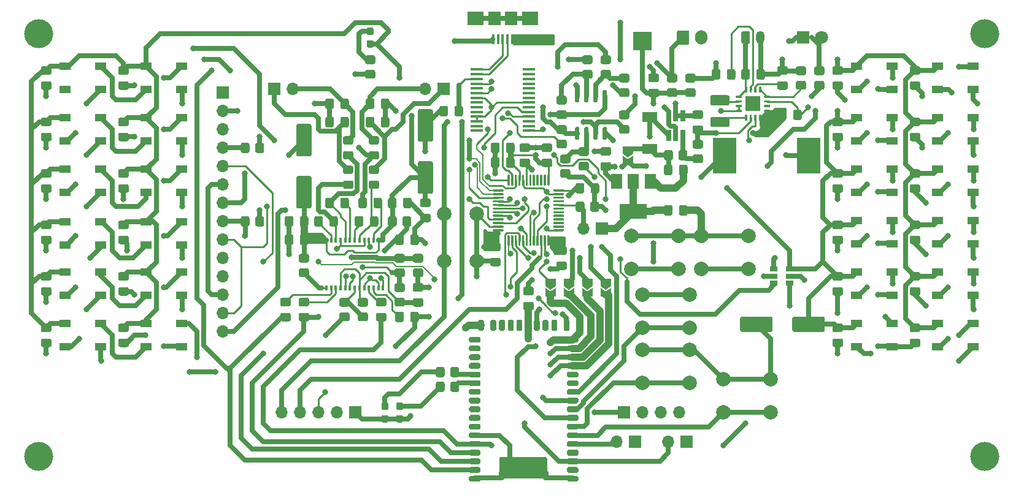
<source format=gbr>
%TF.GenerationSoftware,KiCad,Pcbnew,(5.1.8)-1*%
%TF.CreationDate,2021-03-23T10:09:44+01:00*%
%TF.ProjectId,schema_v1,73636865-6d61-45f7-9631-2e6b69636164,rev?*%
%TF.SameCoordinates,Original*%
%TF.FileFunction,Copper,L1,Top*%
%TF.FilePolarity,Positive*%
%FSLAX46Y46*%
G04 Gerber Fmt 4.6, Leading zero omitted, Abs format (unit mm)*
G04 Created by KiCad (PCBNEW (5.1.8)-1) date 2021-03-23 10:09:44*
%MOMM*%
%LPD*%
G01*
G04 APERTURE LIST*
%TA.AperFunction,ComponentPad*%
%ADD10C,1.800000*%
%TD*%
%TA.AperFunction,ComponentPad*%
%ADD11R,1.800000X1.800000*%
%TD*%
%TA.AperFunction,ComponentPad*%
%ADD12C,4.000000*%
%TD*%
%TA.AperFunction,SMDPad,CuDef*%
%ADD13R,2.100000X2.100000*%
%TD*%
%TA.AperFunction,SMDPad,CuDef*%
%ADD14R,0.300000X0.750000*%
%TD*%
%TA.AperFunction,ComponentPad*%
%ADD15O,1.700000X1.700000*%
%TD*%
%TA.AperFunction,ComponentPad*%
%ADD16R,1.700000X1.700000*%
%TD*%
%TA.AperFunction,SMDPad,CuDef*%
%ADD17R,0.650000X1.560000*%
%TD*%
%TA.AperFunction,SMDPad,CuDef*%
%ADD18R,3.800000X2.000000*%
%TD*%
%TA.AperFunction,SMDPad,CuDef*%
%ADD19R,1.500000X2.000000*%
%TD*%
%TA.AperFunction,SMDPad,CuDef*%
%ADD20R,1.750000X0.450000*%
%TD*%
%TA.AperFunction,SMDPad,CuDef*%
%ADD21R,1.060000X0.650000*%
%TD*%
%TA.AperFunction,SMDPad,CuDef*%
%ADD22R,2.500000X2.500000*%
%TD*%
%TA.AperFunction,ComponentPad*%
%ADD23O,1.700000X2.000000*%
%TD*%
%TA.AperFunction,ComponentPad*%
%ADD24C,2.000000*%
%TD*%
%TA.AperFunction,SMDPad,CuDef*%
%ADD25R,3.250000X5.000000*%
%TD*%
%TA.AperFunction,SMDPad,CuDef*%
%ADD26C,0.100000*%
%TD*%
%TA.AperFunction,SMDPad,CuDef*%
%ADD27R,0.400000X1.400000*%
%TD*%
%TA.AperFunction,SMDPad,CuDef*%
%ADD28R,2.300000X1.900000*%
%TD*%
%TA.AperFunction,SMDPad,CuDef*%
%ADD29R,1.800000X1.900000*%
%TD*%
%TA.AperFunction,SMDPad,CuDef*%
%ADD30R,2.100000X1.400000*%
%TD*%
%TA.AperFunction,SMDPad,CuDef*%
%ADD31R,1.500000X1.000000*%
%TD*%
%TA.AperFunction,ComponentPad*%
%ADD32O,1.200000X1.750000*%
%TD*%
%TA.AperFunction,ViaPad*%
%ADD33C,0.800000*%
%TD*%
%TA.AperFunction,Conductor*%
%ADD34C,0.700000*%
%TD*%
%TA.AperFunction,Conductor*%
%ADD35C,0.250000*%
%TD*%
%TA.AperFunction,Conductor*%
%ADD36C,1.000000*%
%TD*%
%TA.AperFunction,Conductor*%
%ADD37C,0.200000*%
%TD*%
%TA.AperFunction,Conductor*%
%ADD38C,0.254000*%
%TD*%
%TA.AperFunction,Conductor*%
%ADD39C,0.100000*%
%TD*%
G04 APERTURE END LIST*
D10*
%TO.P,D1,2*%
%TO.N,Net-(D1-Pad2)*%
X190768000Y-56896000D03*
D11*
%TO.P,D1,1*%
%TO.N,Net-(D1-Pad1)*%
X188228000Y-56896000D03*
%TD*%
D12*
%TO.P,.,1*%
%TO.N,N/C*%
X213360000Y-114808000D03*
%TD*%
%TO.P,.,1*%
%TO.N,N/C*%
X213360000Y-56388000D03*
%TD*%
%TO.P,.,1*%
%TO.N,N/C*%
X82804000Y-56388000D03*
%TD*%
%TO.P,.,1*%
%TO.N,N/C*%
X82804000Y-114808000D03*
%TD*%
D13*
%TO.P,U12,17*%
%TO.N,N/C*%
X181356000Y-66040000D03*
%TO.P,U12,16*%
%TO.N,Net-(BT3-Pad1)*%
%TA.AperFunction,SMDPad,CuDef*%
G36*
G01*
X180231000Y-64440000D02*
X180231000Y-63740000D01*
G75*
G02*
X180306000Y-63665000I75000J0D01*
G01*
X180456000Y-63665000D01*
G75*
G02*
X180531000Y-63740000I0J-75000D01*
G01*
X180531000Y-64440000D01*
G75*
G02*
X180456000Y-64515000I-75000J0D01*
G01*
X180306000Y-64515000D01*
G75*
G02*
X180231000Y-64440000I0J75000D01*
G01*
G37*
%TD.AperFunction*%
%TO.P,U12,15*%
%TO.N,Net-(U12-Pad15)*%
%TA.AperFunction,SMDPad,CuDef*%
G36*
G01*
X180881000Y-64440000D02*
X180881000Y-63740000D01*
G75*
G02*
X180956000Y-63665000I75000J0D01*
G01*
X181106000Y-63665000D01*
G75*
G02*
X181181000Y-63740000I0J-75000D01*
G01*
X181181000Y-64440000D01*
G75*
G02*
X181106000Y-64515000I-75000J0D01*
G01*
X180956000Y-64515000D01*
G75*
G02*
X180881000Y-64440000I0J75000D01*
G01*
G37*
%TD.AperFunction*%
%TO.P,U12,14*%
%TO.N,Net-(U12-Pad14)*%
%TA.AperFunction,SMDPad,CuDef*%
G36*
G01*
X181531000Y-64440000D02*
X181531000Y-63740000D01*
G75*
G02*
X181606000Y-63665000I75000J0D01*
G01*
X181756000Y-63665000D01*
G75*
G02*
X181831000Y-63740000I0J-75000D01*
G01*
X181831000Y-64440000D01*
G75*
G02*
X181756000Y-64515000I-75000J0D01*
G01*
X181606000Y-64515000D01*
G75*
G02*
X181531000Y-64440000I0J75000D01*
G01*
G37*
%TD.AperFunction*%
%TO.P,U12,13*%
%TO.N,Net-(R14-Pad2)*%
%TA.AperFunction,SMDPad,CuDef*%
G36*
G01*
X182181000Y-64440000D02*
X182181000Y-63740000D01*
G75*
G02*
X182256000Y-63665000I75000J0D01*
G01*
X182406000Y-63665000D01*
G75*
G02*
X182481000Y-63740000I0J-75000D01*
G01*
X182481000Y-64440000D01*
G75*
G02*
X182406000Y-64515000I-75000J0D01*
G01*
X182256000Y-64515000D01*
G75*
G02*
X182181000Y-64440000I0J75000D01*
G01*
G37*
%TD.AperFunction*%
%TO.P,U12,12*%
%TA.AperFunction,SMDPad,CuDef*%
G36*
G01*
X182881000Y-65140000D02*
X182881000Y-64990000D01*
G75*
G02*
X182956000Y-64915000I75000J0D01*
G01*
X183656000Y-64915000D01*
G75*
G02*
X183731000Y-64990000I0J-75000D01*
G01*
X183731000Y-65140000D01*
G75*
G02*
X183656000Y-65215000I-75000J0D01*
G01*
X182956000Y-65215000D01*
G75*
G02*
X182881000Y-65140000I0J75000D01*
G01*
G37*
%TD.AperFunction*%
%TO.P,U12,11*%
%TO.N,GND*%
%TA.AperFunction,SMDPad,CuDef*%
G36*
G01*
X182881000Y-65790000D02*
X182881000Y-65640000D01*
G75*
G02*
X182956000Y-65565000I75000J0D01*
G01*
X183656000Y-65565000D01*
G75*
G02*
X183731000Y-65640000I0J-75000D01*
G01*
X183731000Y-65790000D01*
G75*
G02*
X183656000Y-65865000I-75000J0D01*
G01*
X182956000Y-65865000D01*
G75*
G02*
X182881000Y-65790000I0J75000D01*
G01*
G37*
%TD.AperFunction*%
%TO.P,U12,10*%
%TO.N,Net-(U12-Pad10)*%
%TA.AperFunction,SMDPad,CuDef*%
G36*
G01*
X182881000Y-66440000D02*
X182881000Y-66290000D01*
G75*
G02*
X182956000Y-66215000I75000J0D01*
G01*
X183656000Y-66215000D01*
G75*
G02*
X183731000Y-66290000I0J-75000D01*
G01*
X183731000Y-66440000D01*
G75*
G02*
X183656000Y-66515000I-75000J0D01*
G01*
X182956000Y-66515000D01*
G75*
G02*
X182881000Y-66440000I0J75000D01*
G01*
G37*
%TD.AperFunction*%
%TO.P,U12,9*%
%TO.N,Vusb*%
%TA.AperFunction,SMDPad,CuDef*%
G36*
G01*
X182881000Y-67090000D02*
X182881000Y-66940000D01*
G75*
G02*
X182956000Y-66865000I75000J0D01*
G01*
X183656000Y-66865000D01*
G75*
G02*
X183731000Y-66940000I0J-75000D01*
G01*
X183731000Y-67090000D01*
G75*
G02*
X183656000Y-67165000I-75000J0D01*
G01*
X182956000Y-67165000D01*
G75*
G02*
X182881000Y-67090000I0J75000D01*
G01*
G37*
%TD.AperFunction*%
%TO.P,U12,8*%
%TA.AperFunction,SMDPad,CuDef*%
G36*
G01*
X182181000Y-68340000D02*
X182181000Y-67640000D01*
G75*
G02*
X182256000Y-67565000I75000J0D01*
G01*
X182406000Y-67565000D01*
G75*
G02*
X182481000Y-67640000I0J-75000D01*
G01*
X182481000Y-68340000D01*
G75*
G02*
X182406000Y-68415000I-75000J0D01*
G01*
X182256000Y-68415000D01*
G75*
G02*
X182181000Y-68340000I0J75000D01*
G01*
G37*
%TD.AperFunction*%
%TO.P,U12,7*%
%TO.N,Net-(D1-Pad1)*%
%TA.AperFunction,SMDPad,CuDef*%
G36*
G01*
X181531000Y-68340000D02*
X181531000Y-67640000D01*
G75*
G02*
X181606000Y-67565000I75000J0D01*
G01*
X181756000Y-67565000D01*
G75*
G02*
X181831000Y-67640000I0J-75000D01*
G01*
X181831000Y-68340000D01*
G75*
G02*
X181756000Y-68415000I-75000J0D01*
G01*
X181606000Y-68415000D01*
G75*
G02*
X181531000Y-68340000I0J75000D01*
G01*
G37*
%TD.AperFunction*%
%TO.P,U12,6*%
%TO.N,GND*%
%TA.AperFunction,SMDPad,CuDef*%
G36*
G01*
X180881000Y-68340000D02*
X180881000Y-67640000D01*
G75*
G02*
X180956000Y-67565000I75000J0D01*
G01*
X181106000Y-67565000D01*
G75*
G02*
X181181000Y-67640000I0J-75000D01*
G01*
X181181000Y-68340000D01*
G75*
G02*
X181106000Y-68415000I-75000J0D01*
G01*
X180956000Y-68415000D01*
G75*
G02*
X180881000Y-68340000I0J75000D01*
G01*
G37*
%TD.AperFunction*%
%TO.P,U12,5*%
%TO.N,Net-(L6-Pad1)*%
%TA.AperFunction,SMDPad,CuDef*%
G36*
G01*
X180231000Y-68340000D02*
X180231000Y-67640000D01*
G75*
G02*
X180306000Y-67565000I75000J0D01*
G01*
X180456000Y-67565000D01*
G75*
G02*
X180531000Y-67640000I0J-75000D01*
G01*
X180531000Y-68340000D01*
G75*
G02*
X180456000Y-68415000I-75000J0D01*
G01*
X180306000Y-68415000D01*
G75*
G02*
X180231000Y-68340000I0J75000D01*
G01*
G37*
%TD.AperFunction*%
%TO.P,U12,4*%
%TO.N,GND*%
%TA.AperFunction,SMDPad,CuDef*%
G36*
G01*
X178981000Y-67090000D02*
X178981000Y-66940000D01*
G75*
G02*
X179056000Y-66865000I75000J0D01*
G01*
X179756000Y-66865000D01*
G75*
G02*
X179831000Y-66940000I0J-75000D01*
G01*
X179831000Y-67090000D01*
G75*
G02*
X179756000Y-67165000I-75000J0D01*
G01*
X179056000Y-67165000D01*
G75*
G02*
X178981000Y-67090000I0J75000D01*
G01*
G37*
%TD.AperFunction*%
%TO.P,U12,3*%
%TA.AperFunction,SMDPad,CuDef*%
G36*
G01*
X178981000Y-66440000D02*
X178981000Y-66290000D01*
G75*
G02*
X179056000Y-66215000I75000J0D01*
G01*
X179756000Y-66215000D01*
G75*
G02*
X179831000Y-66290000I0J-75000D01*
G01*
X179831000Y-66440000D01*
G75*
G02*
X179756000Y-66515000I-75000J0D01*
G01*
X179056000Y-66515000D01*
G75*
G02*
X178981000Y-66440000I0J75000D01*
G01*
G37*
%TD.AperFunction*%
%TO.P,U12,2*%
%TO.N,Net-(L6-Pad2)*%
%TA.AperFunction,SMDPad,CuDef*%
G36*
G01*
X178981000Y-65790000D02*
X178981000Y-65640000D01*
G75*
G02*
X179056000Y-65565000I75000J0D01*
G01*
X179756000Y-65565000D01*
G75*
G02*
X179831000Y-65640000I0J-75000D01*
G01*
X179831000Y-65790000D01*
G75*
G02*
X179756000Y-65865000I-75000J0D01*
G01*
X179056000Y-65865000D01*
G75*
G02*
X178981000Y-65790000I0J75000D01*
G01*
G37*
%TD.AperFunction*%
%TO.P,U12,1*%
%TO.N,Net-(BT3-Pad1)*%
%TA.AperFunction,SMDPad,CuDef*%
G36*
G01*
X178981000Y-65140000D02*
X178981000Y-64990000D01*
G75*
G02*
X179056000Y-64915000I75000J0D01*
G01*
X179756000Y-64915000D01*
G75*
G02*
X179831000Y-64990000I0J-75000D01*
G01*
X179831000Y-65140000D01*
G75*
G02*
X179756000Y-65215000I-75000J0D01*
G01*
X179056000Y-65215000D01*
G75*
G02*
X178981000Y-65140000I0J75000D01*
G01*
G37*
%TD.AperFunction*%
%TD*%
D14*
%TO.P,U11,24*%
%TO.N,GND*%
X124440000Y-84856000D03*
%TO.P,U11,26*%
%TO.N,Net-(C38-Pad1)*%
X123140000Y-84856000D03*
%TO.P,U11,25*%
%TO.N,Net-(C38-Pad2)*%
X123790000Y-84856000D03*
%TO.P,U11,23*%
%TO.N,Net-(C35-Pad2)*%
X125090000Y-84856000D03*
%TO.P,U11,22*%
%TO.N,Net-(C35-Pad1)*%
X125740000Y-84856000D03*
%TO.P,U11,21*%
%TO.N,Net-(C36-Pad1)*%
X126390000Y-84856000D03*
%TO.P,U11,27*%
%TO.N,+5V*%
X122490000Y-84856000D03*
%TO.P,U11,19*%
%TO.N,GND*%
X127690000Y-84856000D03*
%TO.P,U11,20*%
%TO.N,Net-(C36-Pad2)*%
X127040000Y-84856000D03*
%TO.P,U11,18*%
%TO.N,Net-(C37-Pad2)*%
X128340000Y-84856000D03*
%TO.P,U11,15*%
%TO.N,+5V*%
X130290000Y-84856000D03*
%TO.P,U11,17*%
%TO.N,Net-(C37-Pad1)*%
X128990000Y-84856000D03*
%TO.P,U11,16*%
%TO.N,+5V*%
X129640000Y-84856000D03*
%TO.P,U11,28*%
X121840000Y-84856000D03*
%TO.P,U11,14*%
%TO.N,Net-(C33-Pad1)*%
X130290000Y-91456000D03*
%TO.P,U11,13*%
%TO.N,GND*%
X129640000Y-91456000D03*
%TO.P,U11,12*%
%TO.N,Net-(C31-Pad1)*%
X128990000Y-91456000D03*
%TO.P,U11,11*%
%TO.N,Net-(C29-Pad1)*%
X128340000Y-91456000D03*
%TO.P,U11,10*%
%TO.N,GND*%
X127690000Y-91456000D03*
%TO.P,U11,9*%
%TO.N,Net-(C32-Pad1)*%
X127040000Y-91456000D03*
%TO.P,U11,8*%
%TO.N,Net-(R23-Pad1)*%
X126390000Y-91456000D03*
%TO.P,U11,7*%
%TO.N,Net-(R25-Pad1)*%
X125740000Y-91456000D03*
%TO.P,U11,6*%
%TO.N,Net-(R24-Pad1)*%
X125090000Y-91456000D03*
%TO.P,U11,5*%
%TO.N,Net-(C32-Pad1)*%
X124440000Y-91456000D03*
%TO.P,U11,4*%
%TO.N,Net-(C28-Pad1)*%
X123790000Y-91456000D03*
%TO.P,U11,3*%
%TO.N,Net-(C30-Pad1)*%
X123140000Y-91456000D03*
%TO.P,U11,2*%
%TO.N,Net-(R28-Pad1)*%
X122490000Y-91456000D03*
%TO.P,U11,1*%
X121840000Y-91456000D03*
%TD*%
D15*
%TO.P,U9,14*%
%TO.N,LCD_T_Irq*%
X108204000Y-97536000D03*
%TO.P,U9,13*%
%TO.N,LCD_SDO*%
X108204000Y-94996000D03*
%TO.P,U9,12*%
%TO.N,LCD_SDI*%
X108204000Y-92456000D03*
%TO.P,U9,11*%
%TO.N,LCD_T_CS*%
X108204000Y-89916000D03*
%TO.P,U9,10*%
%TO.N,LCD_SCK*%
X108204000Y-87376000D03*
%TO.P,U9,9*%
%TO.N,LCD_SDO*%
X108204000Y-84836000D03*
%TO.P,U9,8*%
%TO.N,LCD_LED*%
X108204000Y-82296000D03*
%TO.P,U9,7*%
%TO.N,LCD_SCK*%
X108204000Y-79756000D03*
%TO.P,U9,6*%
%TO.N,LCD_SDI*%
X108204000Y-77216000D03*
%TO.P,U9,5*%
%TO.N,LCD_DC*%
X108204000Y-74676000D03*
%TO.P,U9,4*%
%TO.N,LCD_rst*%
X108204000Y-72136000D03*
%TO.P,U9,3*%
%TO.N,LCD_CS*%
X108204000Y-69596000D03*
%TO.P,U9,2*%
%TO.N,GND*%
X108204000Y-67056000D03*
D16*
%TO.P,U9,1*%
%TO.N,+3V3*%
X108204000Y-64516000D03*
%TD*%
D17*
%TO.P,U7,5*%
%TO.N,Vbat*%
X170688000Y-67738000D03*
%TO.P,U7,6*%
%TO.N,GND*%
X169738000Y-67738000D03*
%TO.P,U7,4*%
%TO.N,Vbat*%
X171638000Y-67738000D03*
%TO.P,U7,3*%
%TO.N,Net-(R15-Pad2)*%
X171638000Y-70438000D03*
%TO.P,U7,2*%
%TO.N,GND*%
X170688000Y-70438000D03*
%TO.P,U7,1*%
%TO.N,Net-(D28-Pad2)*%
X169738000Y-70438000D03*
%TD*%
D18*
%TO.P,U6,2*%
%TO.N,+3V3*%
X164848000Y-80899000D03*
D19*
%TO.P,U6,3*%
%TO.N,+5V*%
X162548000Y-76788000D03*
%TO.P,U6,2*%
%TO.N,+3V3*%
X164848000Y-76788000D03*
%TO.P,U6,1*%
%TO.N,GND*%
X167148000Y-76788000D03*
%TD*%
D20*
%TO.P,U5,28*%
%TO.N,Net-(U5-Pad28)*%
X143212000Y-69757000D03*
%TO.P,U5,27*%
%TO.N,Net-(U5-Pad27)*%
X143212000Y-69107000D03*
%TO.P,U5,26*%
%TO.N,GND*%
X143212000Y-68457000D03*
%TO.P,U5,25*%
X143212000Y-67807000D03*
%TO.P,U5,24*%
%TO.N,N/C*%
X143212000Y-67157000D03*
%TO.P,U5,23*%
%TO.N,Net-(U5-Pad23)*%
X143212000Y-66507000D03*
%TO.P,U5,22*%
%TO.N,Net-(U5-Pad22)*%
X143212000Y-65857000D03*
%TO.P,U5,21*%
%TO.N,GND*%
X143212000Y-65207000D03*
%TO.P,U5,20*%
%TO.N,+3V3*%
X143212000Y-64557000D03*
%TO.P,U5,19*%
%TO.N,Net-(U5-Pad19)*%
X143212000Y-63907000D03*
%TO.P,U5,18*%
%TO.N,GND*%
X143212000Y-63257000D03*
%TO.P,U5,17*%
%TO.N,Net-(C49-Pad1)*%
X143212000Y-62607000D03*
%TO.P,U5,16*%
%TO.N,Net-(J2-Pad2)*%
X143212000Y-61957000D03*
%TO.P,U5,15*%
%TO.N,Net-(J2-Pad3)*%
X143212000Y-61307000D03*
%TO.P,U5,14*%
%TO.N,Net-(U5-Pad14)*%
X150412000Y-61307000D03*
%TO.P,U5,13*%
%TO.N,Net-(U5-Pad13)*%
X150412000Y-61957000D03*
%TO.P,U5,12*%
%TO.N,Net-(U5-Pad12)*%
X150412000Y-62607000D03*
%TO.P,U5,11*%
%TO.N,Net-(U5-Pad11)*%
X150412000Y-63257000D03*
%TO.P,U5,10*%
%TO.N,Net-(U5-Pad10)*%
X150412000Y-63907000D03*
%TO.P,U5,9*%
%TO.N,Net-(U5-Pad9)*%
X150412000Y-64557000D03*
%TO.P,U5,8*%
%TO.N,N/C*%
X150412000Y-65207000D03*
%TO.P,U5,7*%
%TO.N,GND*%
X150412000Y-65857000D03*
%TO.P,U5,6*%
%TO.N,Net-(U5-Pad6)*%
X150412000Y-66507000D03*
%TO.P,U5,5*%
%TO.N,TX*%
X150412000Y-67157000D03*
%TO.P,U5,4*%
%TO.N,+3V3*%
X150412000Y-67807000D03*
%TO.P,U5,3*%
%TO.N,Net-(U5-Pad3)*%
X150412000Y-68457000D03*
%TO.P,U5,2*%
%TO.N,Net-(U5-Pad2)*%
X150412000Y-69107000D03*
%TO.P,U5,1*%
%TO.N,RX*%
X150412000Y-69757000D03*
%TD*%
%TO.P,U4,48*%
%TO.N,+3V3*%
%TA.AperFunction,SMDPad,CuDef*%
G36*
G01*
X153868000Y-77872000D02*
X155193000Y-77872000D01*
G75*
G02*
X155268000Y-77947000I0J-75000D01*
G01*
X155268000Y-78097000D01*
G75*
G02*
X155193000Y-78172000I-75000J0D01*
G01*
X153868000Y-78172000D01*
G75*
G02*
X153793000Y-78097000I0J75000D01*
G01*
X153793000Y-77947000D01*
G75*
G02*
X153868000Y-77872000I75000J0D01*
G01*
G37*
%TD.AperFunction*%
%TO.P,U4,47*%
%TO.N,GND*%
%TA.AperFunction,SMDPad,CuDef*%
G36*
G01*
X153868000Y-78372000D02*
X155193000Y-78372000D01*
G75*
G02*
X155268000Y-78447000I0J-75000D01*
G01*
X155268000Y-78597000D01*
G75*
G02*
X155193000Y-78672000I-75000J0D01*
G01*
X153868000Y-78672000D01*
G75*
G02*
X153793000Y-78597000I0J75000D01*
G01*
X153793000Y-78447000D01*
G75*
G02*
X153868000Y-78372000I75000J0D01*
G01*
G37*
%TD.AperFunction*%
%TO.P,U4,46*%
%TO.N,Net-(U4-Pad46)*%
%TA.AperFunction,SMDPad,CuDef*%
G36*
G01*
X153868000Y-78872000D02*
X155193000Y-78872000D01*
G75*
G02*
X155268000Y-78947000I0J-75000D01*
G01*
X155268000Y-79097000D01*
G75*
G02*
X155193000Y-79172000I-75000J0D01*
G01*
X153868000Y-79172000D01*
G75*
G02*
X153793000Y-79097000I0J75000D01*
G01*
X153793000Y-78947000D01*
G75*
G02*
X153868000Y-78872000I75000J0D01*
G01*
G37*
%TD.AperFunction*%
%TO.P,U4,45*%
%TO.N,Net-(U4-Pad45)*%
%TA.AperFunction,SMDPad,CuDef*%
G36*
G01*
X153868000Y-79372000D02*
X155193000Y-79372000D01*
G75*
G02*
X155268000Y-79447000I0J-75000D01*
G01*
X155268000Y-79597000D01*
G75*
G02*
X155193000Y-79672000I-75000J0D01*
G01*
X153868000Y-79672000D01*
G75*
G02*
X153793000Y-79597000I0J75000D01*
G01*
X153793000Y-79447000D01*
G75*
G02*
X153868000Y-79372000I75000J0D01*
G01*
G37*
%TD.AperFunction*%
%TO.P,U4,44*%
%TO.N,Net-(JP8-Pad2)*%
%TA.AperFunction,SMDPad,CuDef*%
G36*
G01*
X153868000Y-79872000D02*
X155193000Y-79872000D01*
G75*
G02*
X155268000Y-79947000I0J-75000D01*
G01*
X155268000Y-80097000D01*
G75*
G02*
X155193000Y-80172000I-75000J0D01*
G01*
X153868000Y-80172000D01*
G75*
G02*
X153793000Y-80097000I0J75000D01*
G01*
X153793000Y-79947000D01*
G75*
G02*
X153868000Y-79872000I75000J0D01*
G01*
G37*
%TD.AperFunction*%
%TO.P,U4,43*%
%TO.N,Net-(U4-Pad43)*%
%TA.AperFunction,SMDPad,CuDef*%
G36*
G01*
X153868000Y-80372000D02*
X155193000Y-80372000D01*
G75*
G02*
X155268000Y-80447000I0J-75000D01*
G01*
X155268000Y-80597000D01*
G75*
G02*
X155193000Y-80672000I-75000J0D01*
G01*
X153868000Y-80672000D01*
G75*
G02*
X153793000Y-80597000I0J75000D01*
G01*
X153793000Y-80447000D01*
G75*
G02*
X153868000Y-80372000I75000J0D01*
G01*
G37*
%TD.AperFunction*%
%TO.P,U4,42*%
%TO.N,Net-(U4-Pad42)*%
%TA.AperFunction,SMDPad,CuDef*%
G36*
G01*
X153868000Y-80872000D02*
X155193000Y-80872000D01*
G75*
G02*
X155268000Y-80947000I0J-75000D01*
G01*
X155268000Y-81097000D01*
G75*
G02*
X155193000Y-81172000I-75000J0D01*
G01*
X153868000Y-81172000D01*
G75*
G02*
X153793000Y-81097000I0J75000D01*
G01*
X153793000Y-80947000D01*
G75*
G02*
X153868000Y-80872000I75000J0D01*
G01*
G37*
%TD.AperFunction*%
%TO.P,U4,41*%
%TO.N,Net-(U4-Pad41)*%
%TA.AperFunction,SMDPad,CuDef*%
G36*
G01*
X153868000Y-81372000D02*
X155193000Y-81372000D01*
G75*
G02*
X155268000Y-81447000I0J-75000D01*
G01*
X155268000Y-81597000D01*
G75*
G02*
X155193000Y-81672000I-75000J0D01*
G01*
X153868000Y-81672000D01*
G75*
G02*
X153793000Y-81597000I0J75000D01*
G01*
X153793000Y-81447000D01*
G75*
G02*
X153868000Y-81372000I75000J0D01*
G01*
G37*
%TD.AperFunction*%
%TO.P,U4,40*%
%TO.N,Net-(U4-Pad40)*%
%TA.AperFunction,SMDPad,CuDef*%
G36*
G01*
X153868000Y-81872000D02*
X155193000Y-81872000D01*
G75*
G02*
X155268000Y-81947000I0J-75000D01*
G01*
X155268000Y-82097000D01*
G75*
G02*
X155193000Y-82172000I-75000J0D01*
G01*
X153868000Y-82172000D01*
G75*
G02*
X153793000Y-82097000I0J75000D01*
G01*
X153793000Y-81947000D01*
G75*
G02*
X153868000Y-81872000I75000J0D01*
G01*
G37*
%TD.AperFunction*%
%TO.P,U4,39*%
%TO.N,Net-(U4-Pad39)*%
%TA.AperFunction,SMDPad,CuDef*%
G36*
G01*
X153868000Y-82372000D02*
X155193000Y-82372000D01*
G75*
G02*
X155268000Y-82447000I0J-75000D01*
G01*
X155268000Y-82597000D01*
G75*
G02*
X155193000Y-82672000I-75000J0D01*
G01*
X153868000Y-82672000D01*
G75*
G02*
X153793000Y-82597000I0J75000D01*
G01*
X153793000Y-82447000D01*
G75*
G02*
X153868000Y-82372000I75000J0D01*
G01*
G37*
%TD.AperFunction*%
%TO.P,U4,38*%
%TO.N,Net-(U4-Pad38)*%
%TA.AperFunction,SMDPad,CuDef*%
G36*
G01*
X153868000Y-82872000D02*
X155193000Y-82872000D01*
G75*
G02*
X155268000Y-82947000I0J-75000D01*
G01*
X155268000Y-83097000D01*
G75*
G02*
X155193000Y-83172000I-75000J0D01*
G01*
X153868000Y-83172000D01*
G75*
G02*
X153793000Y-83097000I0J75000D01*
G01*
X153793000Y-82947000D01*
G75*
G02*
X153868000Y-82872000I75000J0D01*
G01*
G37*
%TD.AperFunction*%
%TO.P,U4,37*%
%TO.N,/STM32G0/SWDCLK*%
%TA.AperFunction,SMDPad,CuDef*%
G36*
G01*
X153868000Y-83372000D02*
X155193000Y-83372000D01*
G75*
G02*
X155268000Y-83447000I0J-75000D01*
G01*
X155268000Y-83597000D01*
G75*
G02*
X155193000Y-83672000I-75000J0D01*
G01*
X153868000Y-83672000D01*
G75*
G02*
X153793000Y-83597000I0J75000D01*
G01*
X153793000Y-83447000D01*
G75*
G02*
X153868000Y-83372000I75000J0D01*
G01*
G37*
%TD.AperFunction*%
%TO.P,U4,36*%
%TO.N,+3V3*%
%TA.AperFunction,SMDPad,CuDef*%
G36*
G01*
X153043000Y-84197000D02*
X153193000Y-84197000D01*
G75*
G02*
X153268000Y-84272000I0J-75000D01*
G01*
X153268000Y-85597000D01*
G75*
G02*
X153193000Y-85672000I-75000J0D01*
G01*
X153043000Y-85672000D01*
G75*
G02*
X152968000Y-85597000I0J75000D01*
G01*
X152968000Y-84272000D01*
G75*
G02*
X153043000Y-84197000I75000J0D01*
G01*
G37*
%TD.AperFunction*%
%TO.P,U4,35*%
%TO.N,GND*%
%TA.AperFunction,SMDPad,CuDef*%
G36*
G01*
X152543000Y-84197000D02*
X152693000Y-84197000D01*
G75*
G02*
X152768000Y-84272000I0J-75000D01*
G01*
X152768000Y-85597000D01*
G75*
G02*
X152693000Y-85672000I-75000J0D01*
G01*
X152543000Y-85672000D01*
G75*
G02*
X152468000Y-85597000I0J75000D01*
G01*
X152468000Y-84272000D01*
G75*
G02*
X152543000Y-84197000I75000J0D01*
G01*
G37*
%TD.AperFunction*%
%TO.P,U4,34*%
%TO.N,/STM32G0/SWDIO*%
%TA.AperFunction,SMDPad,CuDef*%
G36*
G01*
X152043000Y-84197000D02*
X152193000Y-84197000D01*
G75*
G02*
X152268000Y-84272000I0J-75000D01*
G01*
X152268000Y-85597000D01*
G75*
G02*
X152193000Y-85672000I-75000J0D01*
G01*
X152043000Y-85672000D01*
G75*
G02*
X151968000Y-85597000I0J75000D01*
G01*
X151968000Y-84272000D01*
G75*
G02*
X152043000Y-84197000I75000J0D01*
G01*
G37*
%TD.AperFunction*%
%TO.P,U4,33*%
%TO.N,CTS_BT*%
%TA.AperFunction,SMDPad,CuDef*%
G36*
G01*
X151543000Y-84197000D02*
X151693000Y-84197000D01*
G75*
G02*
X151768000Y-84272000I0J-75000D01*
G01*
X151768000Y-85597000D01*
G75*
G02*
X151693000Y-85672000I-75000J0D01*
G01*
X151543000Y-85672000D01*
G75*
G02*
X151468000Y-85597000I0J75000D01*
G01*
X151468000Y-84272000D01*
G75*
G02*
X151543000Y-84197000I75000J0D01*
G01*
G37*
%TD.AperFunction*%
%TO.P,U4,32*%
%TO.N,RTS_BT*%
%TA.AperFunction,SMDPad,CuDef*%
G36*
G01*
X151043000Y-84197000D02*
X151193000Y-84197000D01*
G75*
G02*
X151268000Y-84272000I0J-75000D01*
G01*
X151268000Y-85597000D01*
G75*
G02*
X151193000Y-85672000I-75000J0D01*
G01*
X151043000Y-85672000D01*
G75*
G02*
X150968000Y-85597000I0J75000D01*
G01*
X150968000Y-84272000D01*
G75*
G02*
X151043000Y-84197000I75000J0D01*
G01*
G37*
%TD.AperFunction*%
%TO.P,U4,31*%
%TO.N,TX_BT*%
%TA.AperFunction,SMDPad,CuDef*%
G36*
G01*
X150543000Y-84197000D02*
X150693000Y-84197000D01*
G75*
G02*
X150768000Y-84272000I0J-75000D01*
G01*
X150768000Y-85597000D01*
G75*
G02*
X150693000Y-85672000I-75000J0D01*
G01*
X150543000Y-85672000D01*
G75*
G02*
X150468000Y-85597000I0J75000D01*
G01*
X150468000Y-84272000D01*
G75*
G02*
X150543000Y-84197000I75000J0D01*
G01*
G37*
%TD.AperFunction*%
%TO.P,U4,30*%
%TO.N,RX_BT*%
%TA.AperFunction,SMDPad,CuDef*%
G36*
G01*
X150043000Y-84197000D02*
X150193000Y-84197000D01*
G75*
G02*
X150268000Y-84272000I0J-75000D01*
G01*
X150268000Y-85597000D01*
G75*
G02*
X150193000Y-85672000I-75000J0D01*
G01*
X150043000Y-85672000D01*
G75*
G02*
X149968000Y-85597000I0J75000D01*
G01*
X149968000Y-84272000D01*
G75*
G02*
X150043000Y-84197000I75000J0D01*
G01*
G37*
%TD.AperFunction*%
%TO.P,U4,29*%
%TO.N,MODE*%
%TA.AperFunction,SMDPad,CuDef*%
G36*
G01*
X149543000Y-84197000D02*
X149693000Y-84197000D01*
G75*
G02*
X149768000Y-84272000I0J-75000D01*
G01*
X149768000Y-85597000D01*
G75*
G02*
X149693000Y-85672000I-75000J0D01*
G01*
X149543000Y-85672000D01*
G75*
G02*
X149468000Y-85597000I0J75000D01*
G01*
X149468000Y-84272000D01*
G75*
G02*
X149543000Y-84197000I75000J0D01*
G01*
G37*
%TD.AperFunction*%
%TO.P,U4,28*%
%TO.N,WAKE*%
%TA.AperFunction,SMDPad,CuDef*%
G36*
G01*
X149043000Y-84197000D02*
X149193000Y-84197000D01*
G75*
G02*
X149268000Y-84272000I0J-75000D01*
G01*
X149268000Y-85597000D01*
G75*
G02*
X149193000Y-85672000I-75000J0D01*
G01*
X149043000Y-85672000D01*
G75*
G02*
X148968000Y-85597000I0J75000D01*
G01*
X148968000Y-84272000D01*
G75*
G02*
X149043000Y-84197000I75000J0D01*
G01*
G37*
%TD.AperFunction*%
%TO.P,U4,27*%
%TO.N,EVENT*%
%TA.AperFunction,SMDPad,CuDef*%
G36*
G01*
X148543000Y-84197000D02*
X148693000Y-84197000D01*
G75*
G02*
X148768000Y-84272000I0J-75000D01*
G01*
X148768000Y-85597000D01*
G75*
G02*
X148693000Y-85672000I-75000J0D01*
G01*
X148543000Y-85672000D01*
G75*
G02*
X148468000Y-85597000I0J75000D01*
G01*
X148468000Y-84272000D01*
G75*
G02*
X148543000Y-84197000I75000J0D01*
G01*
G37*
%TD.AperFunction*%
%TO.P,U4,26*%
%TO.N,/WS2812*%
%TA.AperFunction,SMDPad,CuDef*%
G36*
G01*
X148043000Y-84197000D02*
X148193000Y-84197000D01*
G75*
G02*
X148268000Y-84272000I0J-75000D01*
G01*
X148268000Y-85597000D01*
G75*
G02*
X148193000Y-85672000I-75000J0D01*
G01*
X148043000Y-85672000D01*
G75*
G02*
X147968000Y-85597000I0J75000D01*
G01*
X147968000Y-84272000D01*
G75*
G02*
X148043000Y-84197000I75000J0D01*
G01*
G37*
%TD.AperFunction*%
%TO.P,U4,25*%
%TO.N,LCD_DC*%
%TA.AperFunction,SMDPad,CuDef*%
G36*
G01*
X147543000Y-84197000D02*
X147693000Y-84197000D01*
G75*
G02*
X147768000Y-84272000I0J-75000D01*
G01*
X147768000Y-85597000D01*
G75*
G02*
X147693000Y-85672000I-75000J0D01*
G01*
X147543000Y-85672000D01*
G75*
G02*
X147468000Y-85597000I0J75000D01*
G01*
X147468000Y-84272000D01*
G75*
G02*
X147543000Y-84197000I75000J0D01*
G01*
G37*
%TD.AperFunction*%
%TO.P,U4,24*%
%TO.N,+3V3*%
%TA.AperFunction,SMDPad,CuDef*%
G36*
G01*
X145543000Y-83372000D02*
X146868000Y-83372000D01*
G75*
G02*
X146943000Y-83447000I0J-75000D01*
G01*
X146943000Y-83597000D01*
G75*
G02*
X146868000Y-83672000I-75000J0D01*
G01*
X145543000Y-83672000D01*
G75*
G02*
X145468000Y-83597000I0J75000D01*
G01*
X145468000Y-83447000D01*
G75*
G02*
X145543000Y-83372000I75000J0D01*
G01*
G37*
%TD.AperFunction*%
%TO.P,U4,23*%
%TO.N,GND*%
%TA.AperFunction,SMDPad,CuDef*%
G36*
G01*
X145543000Y-82872000D02*
X146868000Y-82872000D01*
G75*
G02*
X146943000Y-82947000I0J-75000D01*
G01*
X146943000Y-83097000D01*
G75*
G02*
X146868000Y-83172000I-75000J0D01*
G01*
X145543000Y-83172000D01*
G75*
G02*
X145468000Y-83097000I0J75000D01*
G01*
X145468000Y-82947000D01*
G75*
G02*
X145543000Y-82872000I75000J0D01*
G01*
G37*
%TD.AperFunction*%
%TO.P,U4,22*%
%TO.N,LCD_CS*%
%TA.AperFunction,SMDPad,CuDef*%
G36*
G01*
X145543000Y-82372000D02*
X146868000Y-82372000D01*
G75*
G02*
X146943000Y-82447000I0J-75000D01*
G01*
X146943000Y-82597000D01*
G75*
G02*
X146868000Y-82672000I-75000J0D01*
G01*
X145543000Y-82672000D01*
G75*
G02*
X145468000Y-82597000I0J75000D01*
G01*
X145468000Y-82447000D01*
G75*
G02*
X145543000Y-82372000I75000J0D01*
G01*
G37*
%TD.AperFunction*%
%TO.P,U4,21*%
%TO.N,LCD_T_Irq*%
%TA.AperFunction,SMDPad,CuDef*%
G36*
G01*
X145543000Y-81872000D02*
X146868000Y-81872000D01*
G75*
G02*
X146943000Y-81947000I0J-75000D01*
G01*
X146943000Y-82097000D01*
G75*
G02*
X146868000Y-82172000I-75000J0D01*
G01*
X145543000Y-82172000D01*
G75*
G02*
X145468000Y-82097000I0J75000D01*
G01*
X145468000Y-81947000D01*
G75*
G02*
X145543000Y-81872000I75000J0D01*
G01*
G37*
%TD.AperFunction*%
%TO.P,U4,20*%
%TO.N,LCD_LED*%
%TA.AperFunction,SMDPad,CuDef*%
G36*
G01*
X145543000Y-81372000D02*
X146868000Y-81372000D01*
G75*
G02*
X146943000Y-81447000I0J-75000D01*
G01*
X146943000Y-81597000D01*
G75*
G02*
X146868000Y-81672000I-75000J0D01*
G01*
X145543000Y-81672000D01*
G75*
G02*
X145468000Y-81597000I0J75000D01*
G01*
X145468000Y-81447000D01*
G75*
G02*
X145543000Y-81372000I75000J0D01*
G01*
G37*
%TD.AperFunction*%
%TO.P,U4,19*%
%TO.N,LCD_T_CS*%
%TA.AperFunction,SMDPad,CuDef*%
G36*
G01*
X145543000Y-80872000D02*
X146868000Y-80872000D01*
G75*
G02*
X146943000Y-80947000I0J-75000D01*
G01*
X146943000Y-81097000D01*
G75*
G02*
X146868000Y-81172000I-75000J0D01*
G01*
X145543000Y-81172000D01*
G75*
G02*
X145468000Y-81097000I0J75000D01*
G01*
X145468000Y-80947000D01*
G75*
G02*
X145543000Y-80872000I75000J0D01*
G01*
G37*
%TD.AperFunction*%
%TO.P,U4,18*%
%TO.N,BAT_ADC*%
%TA.AperFunction,SMDPad,CuDef*%
G36*
G01*
X145543000Y-80372000D02*
X146868000Y-80372000D01*
G75*
G02*
X146943000Y-80447000I0J-75000D01*
G01*
X146943000Y-80597000D01*
G75*
G02*
X146868000Y-80672000I-75000J0D01*
G01*
X145543000Y-80672000D01*
G75*
G02*
X145468000Y-80597000I0J75000D01*
G01*
X145468000Y-80447000D01*
G75*
G02*
X145543000Y-80372000I75000J0D01*
G01*
G37*
%TD.AperFunction*%
%TO.P,U4,17*%
%TO.N,LCD_SDI*%
%TA.AperFunction,SMDPad,CuDef*%
G36*
G01*
X145543000Y-79872000D02*
X146868000Y-79872000D01*
G75*
G02*
X146943000Y-79947000I0J-75000D01*
G01*
X146943000Y-80097000D01*
G75*
G02*
X146868000Y-80172000I-75000J0D01*
G01*
X145543000Y-80172000D01*
G75*
G02*
X145468000Y-80097000I0J75000D01*
G01*
X145468000Y-79947000D01*
G75*
G02*
X145543000Y-79872000I75000J0D01*
G01*
G37*
%TD.AperFunction*%
%TO.P,U4,16*%
%TO.N,LCD_SDO*%
%TA.AperFunction,SMDPad,CuDef*%
G36*
G01*
X145543000Y-79372000D02*
X146868000Y-79372000D01*
G75*
G02*
X146943000Y-79447000I0J-75000D01*
G01*
X146943000Y-79597000D01*
G75*
G02*
X146868000Y-79672000I-75000J0D01*
G01*
X145543000Y-79672000D01*
G75*
G02*
X145468000Y-79597000I0J75000D01*
G01*
X145468000Y-79447000D01*
G75*
G02*
X145543000Y-79372000I75000J0D01*
G01*
G37*
%TD.AperFunction*%
%TO.P,U4,15*%
%TO.N,LCD_SCK*%
%TA.AperFunction,SMDPad,CuDef*%
G36*
G01*
X145543000Y-78872000D02*
X146868000Y-78872000D01*
G75*
G02*
X146943000Y-78947000I0J-75000D01*
G01*
X146943000Y-79097000D01*
G75*
G02*
X146868000Y-79172000I-75000J0D01*
G01*
X145543000Y-79172000D01*
G75*
G02*
X145468000Y-79097000I0J75000D01*
G01*
X145468000Y-78947000D01*
G75*
G02*
X145543000Y-78872000I75000J0D01*
G01*
G37*
%TD.AperFunction*%
%TO.P,U4,14*%
%TO.N,LCD_rst*%
%TA.AperFunction,SMDPad,CuDef*%
G36*
G01*
X145543000Y-78372000D02*
X146868000Y-78372000D01*
G75*
G02*
X146943000Y-78447000I0J-75000D01*
G01*
X146943000Y-78597000D01*
G75*
G02*
X146868000Y-78672000I-75000J0D01*
G01*
X145543000Y-78672000D01*
G75*
G02*
X145468000Y-78597000I0J75000D01*
G01*
X145468000Y-78447000D01*
G75*
G02*
X145543000Y-78372000I75000J0D01*
G01*
G37*
%TD.AperFunction*%
%TO.P,U4,13*%
%TO.N,RX*%
%TA.AperFunction,SMDPad,CuDef*%
G36*
G01*
X145543000Y-77872000D02*
X146868000Y-77872000D01*
G75*
G02*
X146943000Y-77947000I0J-75000D01*
G01*
X146943000Y-78097000D01*
G75*
G02*
X146868000Y-78172000I-75000J0D01*
G01*
X145543000Y-78172000D01*
G75*
G02*
X145468000Y-78097000I0J75000D01*
G01*
X145468000Y-77947000D01*
G75*
G02*
X145543000Y-77872000I75000J0D01*
G01*
G37*
%TD.AperFunction*%
%TO.P,U4,12*%
%TO.N,TX*%
%TA.AperFunction,SMDPad,CuDef*%
G36*
G01*
X147543000Y-75872000D02*
X147693000Y-75872000D01*
G75*
G02*
X147768000Y-75947000I0J-75000D01*
G01*
X147768000Y-77272000D01*
G75*
G02*
X147693000Y-77347000I-75000J0D01*
G01*
X147543000Y-77347000D01*
G75*
G02*
X147468000Y-77272000I0J75000D01*
G01*
X147468000Y-75947000D01*
G75*
G02*
X147543000Y-75872000I75000J0D01*
G01*
G37*
%TD.AperFunction*%
%TO.P,U4,11*%
%TO.N,/R_SE*%
%TA.AperFunction,SMDPad,CuDef*%
G36*
G01*
X148043000Y-75872000D02*
X148193000Y-75872000D01*
G75*
G02*
X148268000Y-75947000I0J-75000D01*
G01*
X148268000Y-77272000D01*
G75*
G02*
X148193000Y-77347000I-75000J0D01*
G01*
X148043000Y-77347000D01*
G75*
G02*
X147968000Y-77272000I0J75000D01*
G01*
X147968000Y-75947000D01*
G75*
G02*
X148043000Y-75872000I75000J0D01*
G01*
G37*
%TD.AperFunction*%
%TO.P,U4,10*%
%TO.N,/L_SE*%
%TA.AperFunction,SMDPad,CuDef*%
G36*
G01*
X148543000Y-75872000D02*
X148693000Y-75872000D01*
G75*
G02*
X148768000Y-75947000I0J-75000D01*
G01*
X148768000Y-77272000D01*
G75*
G02*
X148693000Y-77347000I-75000J0D01*
G01*
X148543000Y-77347000D01*
G75*
G02*
X148468000Y-77272000I0J75000D01*
G01*
X148468000Y-75947000D01*
G75*
G02*
X148543000Y-75872000I75000J0D01*
G01*
G37*
%TD.AperFunction*%
%TO.P,U4,9*%
%TO.N,+3V3*%
%TA.AperFunction,SMDPad,CuDef*%
G36*
G01*
X149043000Y-75872000D02*
X149193000Y-75872000D01*
G75*
G02*
X149268000Y-75947000I0J-75000D01*
G01*
X149268000Y-77272000D01*
G75*
G02*
X149193000Y-77347000I-75000J0D01*
G01*
X149043000Y-77347000D01*
G75*
G02*
X148968000Y-77272000I0J75000D01*
G01*
X148968000Y-75947000D01*
G75*
G02*
X149043000Y-75872000I75000J0D01*
G01*
G37*
%TD.AperFunction*%
%TO.P,U4,8*%
%TO.N,GND*%
%TA.AperFunction,SMDPad,CuDef*%
G36*
G01*
X149543000Y-75872000D02*
X149693000Y-75872000D01*
G75*
G02*
X149768000Y-75947000I0J-75000D01*
G01*
X149768000Y-77272000D01*
G75*
G02*
X149693000Y-77347000I-75000J0D01*
G01*
X149543000Y-77347000D01*
G75*
G02*
X149468000Y-77272000I0J75000D01*
G01*
X149468000Y-75947000D01*
G75*
G02*
X149543000Y-75872000I75000J0D01*
G01*
G37*
%TD.AperFunction*%
%TO.P,U4,7*%
%TO.N,Reset*%
%TA.AperFunction,SMDPad,CuDef*%
G36*
G01*
X150043000Y-75872000D02*
X150193000Y-75872000D01*
G75*
G02*
X150268000Y-75947000I0J-75000D01*
G01*
X150268000Y-77272000D01*
G75*
G02*
X150193000Y-77347000I-75000J0D01*
G01*
X150043000Y-77347000D01*
G75*
G02*
X149968000Y-77272000I0J75000D01*
G01*
X149968000Y-75947000D01*
G75*
G02*
X150043000Y-75872000I75000J0D01*
G01*
G37*
%TD.AperFunction*%
%TO.P,U4,6*%
%TO.N,Net-(U4-Pad6)*%
%TA.AperFunction,SMDPad,CuDef*%
G36*
G01*
X150543000Y-75872000D02*
X150693000Y-75872000D01*
G75*
G02*
X150768000Y-75947000I0J-75000D01*
G01*
X150768000Y-77272000D01*
G75*
G02*
X150693000Y-77347000I-75000J0D01*
G01*
X150543000Y-77347000D01*
G75*
G02*
X150468000Y-77272000I0J75000D01*
G01*
X150468000Y-75947000D01*
G75*
G02*
X150543000Y-75872000I75000J0D01*
G01*
G37*
%TD.AperFunction*%
%TO.P,U4,5*%
%TO.N,Net-(U4-Pad5)*%
%TA.AperFunction,SMDPad,CuDef*%
G36*
G01*
X151043000Y-75872000D02*
X151193000Y-75872000D01*
G75*
G02*
X151268000Y-75947000I0J-75000D01*
G01*
X151268000Y-77272000D01*
G75*
G02*
X151193000Y-77347000I-75000J0D01*
G01*
X151043000Y-77347000D01*
G75*
G02*
X150968000Y-77272000I0J75000D01*
G01*
X150968000Y-75947000D01*
G75*
G02*
X151043000Y-75872000I75000J0D01*
G01*
G37*
%TD.AperFunction*%
%TO.P,U4,4*%
%TO.N,Net-(U4-Pad4)*%
%TA.AperFunction,SMDPad,CuDef*%
G36*
G01*
X151543000Y-75872000D02*
X151693000Y-75872000D01*
G75*
G02*
X151768000Y-75947000I0J-75000D01*
G01*
X151768000Y-77272000D01*
G75*
G02*
X151693000Y-77347000I-75000J0D01*
G01*
X151543000Y-77347000D01*
G75*
G02*
X151468000Y-77272000I0J75000D01*
G01*
X151468000Y-75947000D01*
G75*
G02*
X151543000Y-75872000I75000J0D01*
G01*
G37*
%TD.AperFunction*%
%TO.P,U4,3*%
%TO.N,Net-(U4-Pad3)*%
%TA.AperFunction,SMDPad,CuDef*%
G36*
G01*
X152043000Y-75872000D02*
X152193000Y-75872000D01*
G75*
G02*
X152268000Y-75947000I0J-75000D01*
G01*
X152268000Y-77272000D01*
G75*
G02*
X152193000Y-77347000I-75000J0D01*
G01*
X152043000Y-77347000D01*
G75*
G02*
X151968000Y-77272000I0J75000D01*
G01*
X151968000Y-75947000D01*
G75*
G02*
X152043000Y-75872000I75000J0D01*
G01*
G37*
%TD.AperFunction*%
%TO.P,U4,2*%
%TO.N,Net-(U4-Pad2)*%
%TA.AperFunction,SMDPad,CuDef*%
G36*
G01*
X152543000Y-75872000D02*
X152693000Y-75872000D01*
G75*
G02*
X152768000Y-75947000I0J-75000D01*
G01*
X152768000Y-77272000D01*
G75*
G02*
X152693000Y-77347000I-75000J0D01*
G01*
X152543000Y-77347000D01*
G75*
G02*
X152468000Y-77272000I0J75000D01*
G01*
X152468000Y-75947000D01*
G75*
G02*
X152543000Y-75872000I75000J0D01*
G01*
G37*
%TD.AperFunction*%
%TO.P,U4,1*%
%TO.N,+3V3*%
%TA.AperFunction,SMDPad,CuDef*%
G36*
G01*
X153043000Y-75872000D02*
X153193000Y-75872000D01*
G75*
G02*
X153268000Y-75947000I0J-75000D01*
G01*
X153268000Y-77272000D01*
G75*
G02*
X153193000Y-77347000I-75000J0D01*
G01*
X153043000Y-77347000D01*
G75*
G02*
X152968000Y-77272000I0J75000D01*
G01*
X152968000Y-75947000D01*
G75*
G02*
X153043000Y-75872000I75000J0D01*
G01*
G37*
%TD.AperFunction*%
%TD*%
%TO.P,U3,1*%
%TO.N,GND*%
%TA.AperFunction,SMDPad,CuDef*%
G36*
G01*
X157264000Y-117656000D02*
X157264000Y-118056000D01*
G75*
G02*
X157064000Y-118256000I-200000J0D01*
G01*
X155864000Y-118256000D01*
G75*
G02*
X155664000Y-118056000I0J200000D01*
G01*
X155664000Y-117656000D01*
G75*
G02*
X155864000Y-117456000I200000J0D01*
G01*
X157064000Y-117456000D01*
G75*
G02*
X157264000Y-117656000I0J-200000D01*
G01*
G37*
%TD.AperFunction*%
%TO.P,U3,2*%
%TO.N,Net-(U3-Pad2)*%
%TA.AperFunction,SMDPad,CuDef*%
G36*
G01*
X157264000Y-116456000D02*
X157264000Y-116856000D01*
G75*
G02*
X157064000Y-117056000I-200000J0D01*
G01*
X155864000Y-117056000D01*
G75*
G02*
X155664000Y-116856000I0J200000D01*
G01*
X155664000Y-116456000D01*
G75*
G02*
X155864000Y-116256000I200000J0D01*
G01*
X157064000Y-116256000D01*
G75*
G02*
X157264000Y-116456000I0J-200000D01*
G01*
G37*
%TD.AperFunction*%
%TO.P,U3,3*%
%TO.N,EVENT*%
%TA.AperFunction,SMDPad,CuDef*%
G36*
G01*
X157264000Y-115256000D02*
X157264000Y-115656000D01*
G75*
G02*
X157064000Y-115856000I-200000J0D01*
G01*
X155864000Y-115856000D01*
G75*
G02*
X155664000Y-115656000I0J200000D01*
G01*
X155664000Y-115256000D01*
G75*
G02*
X155864000Y-115056000I200000J0D01*
G01*
X157064000Y-115056000D01*
G75*
G02*
X157264000Y-115256000I0J-200000D01*
G01*
G37*
%TD.AperFunction*%
%TO.P,U3,4*%
%TO.N,Net-(U3-Pad4)*%
%TA.AperFunction,SMDPad,CuDef*%
G36*
G01*
X157264000Y-114056000D02*
X157264000Y-114456000D01*
G75*
G02*
X157064000Y-114656000I-200000J0D01*
G01*
X155864000Y-114656000D01*
G75*
G02*
X155664000Y-114456000I0J200000D01*
G01*
X155664000Y-114056000D01*
G75*
G02*
X155864000Y-113856000I200000J0D01*
G01*
X157064000Y-113856000D01*
G75*
G02*
X157264000Y-114056000I0J-200000D01*
G01*
G37*
%TD.AperFunction*%
%TO.P,U3,5*%
%TO.N,/BT_Audio/FACT_RESET*%
%TA.AperFunction,SMDPad,CuDef*%
G36*
G01*
X157264000Y-112856000D02*
X157264000Y-113256000D01*
G75*
G02*
X157064000Y-113456000I-200000J0D01*
G01*
X155864000Y-113456000D01*
G75*
G02*
X155664000Y-113256000I0J200000D01*
G01*
X155664000Y-112856000D01*
G75*
G02*
X155864000Y-112656000I200000J0D01*
G01*
X157064000Y-112656000D01*
G75*
G02*
X157264000Y-112856000I0J-200000D01*
G01*
G37*
%TD.AperFunction*%
%TO.P,U3,6*%
%TO.N,vol+*%
%TA.AperFunction,SMDPad,CuDef*%
G36*
G01*
X157264000Y-111656000D02*
X157264000Y-112056000D01*
G75*
G02*
X157064000Y-112256000I-200000J0D01*
G01*
X155864000Y-112256000D01*
G75*
G02*
X155664000Y-112056000I0J200000D01*
G01*
X155664000Y-111656000D01*
G75*
G02*
X155864000Y-111456000I200000J0D01*
G01*
X157064000Y-111456000D01*
G75*
G02*
X157264000Y-111656000I0J-200000D01*
G01*
G37*
%TD.AperFunction*%
%TO.P,U3,7*%
%TO.N,next*%
%TA.AperFunction,SMDPad,CuDef*%
G36*
G01*
X157264000Y-110456000D02*
X157264000Y-110856000D01*
G75*
G02*
X157064000Y-111056000I-200000J0D01*
G01*
X155864000Y-111056000D01*
G75*
G02*
X155664000Y-110856000I0J200000D01*
G01*
X155664000Y-110456000D01*
G75*
G02*
X155864000Y-110256000I200000J0D01*
G01*
X157064000Y-110256000D01*
G75*
G02*
X157264000Y-110456000I0J-200000D01*
G01*
G37*
%TD.AperFunction*%
%TO.P,U3,8*%
%TO.N,pp*%
%TA.AperFunction,SMDPad,CuDef*%
G36*
G01*
X157264000Y-109256000D02*
X157264000Y-109656000D01*
G75*
G02*
X157064000Y-109856000I-200000J0D01*
G01*
X155864000Y-109856000D01*
G75*
G02*
X155664000Y-109656000I0J200000D01*
G01*
X155664000Y-109256000D01*
G75*
G02*
X155864000Y-109056000I200000J0D01*
G01*
X157064000Y-109056000D01*
G75*
G02*
X157264000Y-109256000I0J-200000D01*
G01*
G37*
%TD.AperFunction*%
%TO.P,U3,9*%
%TO.N,prev*%
%TA.AperFunction,SMDPad,CuDef*%
G36*
G01*
X157264000Y-108056000D02*
X157264000Y-108456000D01*
G75*
G02*
X157064000Y-108656000I-200000J0D01*
G01*
X155864000Y-108656000D01*
G75*
G02*
X155664000Y-108456000I0J200000D01*
G01*
X155664000Y-108056000D01*
G75*
G02*
X155864000Y-107856000I200000J0D01*
G01*
X157064000Y-107856000D01*
G75*
G02*
X157264000Y-108056000I0J-200000D01*
G01*
G37*
%TD.AperFunction*%
%TO.P,U3,10*%
%TO.N,vol-*%
%TA.AperFunction,SMDPad,CuDef*%
G36*
G01*
X157264000Y-106856000D02*
X157264000Y-107256000D01*
G75*
G02*
X157064000Y-107456000I-200000J0D01*
G01*
X155864000Y-107456000D01*
G75*
G02*
X155664000Y-107256000I0J200000D01*
G01*
X155664000Y-106856000D01*
G75*
G02*
X155864000Y-106656000I200000J0D01*
G01*
X157064000Y-106656000D01*
G75*
G02*
X157264000Y-106856000I0J-200000D01*
G01*
G37*
%TD.AperFunction*%
%TO.P,U3,11*%
%TO.N,MODE*%
%TA.AperFunction,SMDPad,CuDef*%
G36*
G01*
X157264000Y-105656000D02*
X157264000Y-106056000D01*
G75*
G02*
X157064000Y-106256000I-200000J0D01*
G01*
X155864000Y-106256000D01*
G75*
G02*
X155664000Y-106056000I0J200000D01*
G01*
X155664000Y-105656000D01*
G75*
G02*
X155864000Y-105456000I200000J0D01*
G01*
X157064000Y-105456000D01*
G75*
G02*
X157264000Y-105656000I0J-200000D01*
G01*
G37*
%TD.AperFunction*%
%TO.P,U3,12*%
%TO.N,Net-(U3-Pad12)*%
%TA.AperFunction,SMDPad,CuDef*%
G36*
G01*
X157264000Y-104456000D02*
X157264000Y-104856000D01*
G75*
G02*
X157064000Y-105056000I-200000J0D01*
G01*
X155864000Y-105056000D01*
G75*
G02*
X155664000Y-104856000I0J200000D01*
G01*
X155664000Y-104456000D01*
G75*
G02*
X155864000Y-104256000I200000J0D01*
G01*
X157064000Y-104256000D01*
G75*
G02*
X157264000Y-104456000I0J-200000D01*
G01*
G37*
%TD.AperFunction*%
%TO.P,U3,13*%
%TO.N,Net-(U3-Pad13)*%
%TA.AperFunction,SMDPad,CuDef*%
G36*
G01*
X157264000Y-103256000D02*
X157264000Y-103656000D01*
G75*
G02*
X157064000Y-103856000I-200000J0D01*
G01*
X155864000Y-103856000D01*
G75*
G02*
X155664000Y-103656000I0J200000D01*
G01*
X155664000Y-103256000D01*
G75*
G02*
X155864000Y-103056000I200000J0D01*
G01*
X157064000Y-103056000D01*
G75*
G02*
X157264000Y-103256000I0J-200000D01*
G01*
G37*
%TD.AperFunction*%
%TO.P,U3,14*%
%TO.N,Net-(J1-Pad1)*%
%TA.AperFunction,SMDPad,CuDef*%
G36*
G01*
X157264000Y-102056000D02*
X157264000Y-102456000D01*
G75*
G02*
X157064000Y-102656000I-200000J0D01*
G01*
X155864000Y-102656000D01*
G75*
G02*
X155664000Y-102456000I0J200000D01*
G01*
X155664000Y-102056000D01*
G75*
G02*
X155864000Y-101856000I200000J0D01*
G01*
X157064000Y-101856000D01*
G75*
G02*
X157264000Y-102056000I0J-200000D01*
G01*
G37*
%TD.AperFunction*%
%TO.P,U3,15*%
%TO.N,Net-(J1-Pad2)*%
%TA.AperFunction,SMDPad,CuDef*%
G36*
G01*
X157264000Y-100856000D02*
X157264000Y-101256000D01*
G75*
G02*
X157064000Y-101456000I-200000J0D01*
G01*
X155864000Y-101456000D01*
G75*
G02*
X155664000Y-101256000I0J200000D01*
G01*
X155664000Y-100856000D01*
G75*
G02*
X155864000Y-100656000I200000J0D01*
G01*
X157064000Y-100656000D01*
G75*
G02*
X157264000Y-100856000I0J-200000D01*
G01*
G37*
%TD.AperFunction*%
%TO.P,U3,16*%
%TO.N,Net-(J1-Pad3)*%
%TA.AperFunction,SMDPad,CuDef*%
G36*
G01*
X157264000Y-99656000D02*
X157264000Y-100056000D01*
G75*
G02*
X157064000Y-100256000I-200000J0D01*
G01*
X155864000Y-100256000D01*
G75*
G02*
X155664000Y-100056000I0J200000D01*
G01*
X155664000Y-99656000D01*
G75*
G02*
X155864000Y-99456000I200000J0D01*
G01*
X157064000Y-99456000D01*
G75*
G02*
X157264000Y-99656000I0J-200000D01*
G01*
G37*
%TD.AperFunction*%
%TO.P,U3,17*%
%TO.N,Net-(J1-Pad4)*%
%TA.AperFunction,SMDPad,CuDef*%
G36*
G01*
X157264000Y-98456000D02*
X157264000Y-98856000D01*
G75*
G02*
X157064000Y-99056000I-200000J0D01*
G01*
X155864000Y-99056000D01*
G75*
G02*
X155664000Y-98856000I0J200000D01*
G01*
X155664000Y-98456000D01*
G75*
G02*
X155864000Y-98256000I200000J0D01*
G01*
X157064000Y-98256000D01*
G75*
G02*
X157264000Y-98456000I0J-200000D01*
G01*
G37*
%TD.AperFunction*%
%TO.P,U3,28*%
%TO.N,Net-(U3-Pad28)*%
%TA.AperFunction,SMDPad,CuDef*%
G36*
G01*
X143764000Y-98456000D02*
X143764000Y-98856000D01*
G75*
G02*
X143564000Y-99056000I-200000J0D01*
G01*
X142364000Y-99056000D01*
G75*
G02*
X142164000Y-98856000I0J200000D01*
G01*
X142164000Y-98456000D01*
G75*
G02*
X142364000Y-98256000I200000J0D01*
G01*
X143564000Y-98256000D01*
G75*
G02*
X143764000Y-98456000I0J-200000D01*
G01*
G37*
%TD.AperFunction*%
%TO.P,U3,29*%
%TO.N,Net-(U3-Pad29)*%
%TA.AperFunction,SMDPad,CuDef*%
G36*
G01*
X143764000Y-99656000D02*
X143764000Y-100056000D01*
G75*
G02*
X143564000Y-100256000I-200000J0D01*
G01*
X142364000Y-100256000D01*
G75*
G02*
X142164000Y-100056000I0J200000D01*
G01*
X142164000Y-99656000D01*
G75*
G02*
X142364000Y-99456000I200000J0D01*
G01*
X143564000Y-99456000D01*
G75*
G02*
X143764000Y-99656000I0J-200000D01*
G01*
G37*
%TD.AperFunction*%
%TO.P,U3,30*%
%TO.N,Net-(U3-Pad30)*%
%TA.AperFunction,SMDPad,CuDef*%
G36*
G01*
X143764000Y-100856000D02*
X143764000Y-101256000D01*
G75*
G02*
X143564000Y-101456000I-200000J0D01*
G01*
X142364000Y-101456000D01*
G75*
G02*
X142164000Y-101256000I0J200000D01*
G01*
X142164000Y-100856000D01*
G75*
G02*
X142364000Y-100656000I200000J0D01*
G01*
X143564000Y-100656000D01*
G75*
G02*
X143764000Y-100856000I0J-200000D01*
G01*
G37*
%TD.AperFunction*%
%TO.P,U3,31*%
%TO.N,Net-(U3-Pad31)*%
%TA.AperFunction,SMDPad,CuDef*%
G36*
G01*
X143764000Y-102056000D02*
X143764000Y-102456000D01*
G75*
G02*
X143564000Y-102656000I-200000J0D01*
G01*
X142364000Y-102656000D01*
G75*
G02*
X142164000Y-102456000I0J200000D01*
G01*
X142164000Y-102056000D01*
G75*
G02*
X142364000Y-101856000I200000J0D01*
G01*
X143564000Y-101856000D01*
G75*
G02*
X143764000Y-102056000I0J-200000D01*
G01*
G37*
%TD.AperFunction*%
%TO.P,U3,32*%
%TO.N,Net-(R13-Pad1)*%
%TA.AperFunction,SMDPad,CuDef*%
G36*
G01*
X143764000Y-103256000D02*
X143764000Y-103656000D01*
G75*
G02*
X143564000Y-103856000I-200000J0D01*
G01*
X142364000Y-103856000D01*
G75*
G02*
X142164000Y-103656000I0J200000D01*
G01*
X142164000Y-103256000D01*
G75*
G02*
X142364000Y-103056000I200000J0D01*
G01*
X143564000Y-103056000D01*
G75*
G02*
X143764000Y-103256000I0J-200000D01*
G01*
G37*
%TD.AperFunction*%
%TO.P,U3,33*%
%TO.N,Net-(R12-Pad1)*%
%TA.AperFunction,SMDPad,CuDef*%
G36*
G01*
X143764000Y-104456000D02*
X143764000Y-104856000D01*
G75*
G02*
X143564000Y-105056000I-200000J0D01*
G01*
X142364000Y-105056000D01*
G75*
G02*
X142164000Y-104856000I0J200000D01*
G01*
X142164000Y-104456000D01*
G75*
G02*
X142364000Y-104256000I200000J0D01*
G01*
X143564000Y-104256000D01*
G75*
G02*
X143764000Y-104456000I0J-200000D01*
G01*
G37*
%TD.AperFunction*%
%TO.P,U3,34*%
%TO.N,Net-(U3-Pad34)*%
%TA.AperFunction,SMDPad,CuDef*%
G36*
G01*
X143764000Y-105656000D02*
X143764000Y-106056000D01*
G75*
G02*
X143564000Y-106256000I-200000J0D01*
G01*
X142364000Y-106256000D01*
G75*
G02*
X142164000Y-106056000I0J200000D01*
G01*
X142164000Y-105656000D01*
G75*
G02*
X142364000Y-105456000I200000J0D01*
G01*
X143564000Y-105456000D01*
G75*
G02*
X143764000Y-105656000I0J-200000D01*
G01*
G37*
%TD.AperFunction*%
%TO.P,U3,35*%
%TO.N,Net-(U3-Pad35)*%
%TA.AperFunction,SMDPad,CuDef*%
G36*
G01*
X143764000Y-106856000D02*
X143764000Y-107256000D01*
G75*
G02*
X143564000Y-107456000I-200000J0D01*
G01*
X142364000Y-107456000D01*
G75*
G02*
X142164000Y-107256000I0J200000D01*
G01*
X142164000Y-106856000D01*
G75*
G02*
X142364000Y-106656000I200000J0D01*
G01*
X143564000Y-106656000D01*
G75*
G02*
X143764000Y-106856000I0J-200000D01*
G01*
G37*
%TD.AperFunction*%
%TO.P,U3,36*%
%TO.N,Net-(U3-Pad36)*%
%TA.AperFunction,SMDPad,CuDef*%
G36*
G01*
X143764000Y-108056000D02*
X143764000Y-108456000D01*
G75*
G02*
X143564000Y-108656000I-200000J0D01*
G01*
X142364000Y-108656000D01*
G75*
G02*
X142164000Y-108456000I0J200000D01*
G01*
X142164000Y-108056000D01*
G75*
G02*
X142364000Y-107856000I200000J0D01*
G01*
X143564000Y-107856000D01*
G75*
G02*
X143764000Y-108056000I0J-200000D01*
G01*
G37*
%TD.AperFunction*%
%TO.P,U3,37*%
%TO.N,Net-(U3-Pad37)*%
%TA.AperFunction,SMDPad,CuDef*%
G36*
G01*
X143764000Y-109256000D02*
X143764000Y-109656000D01*
G75*
G02*
X143564000Y-109856000I-200000J0D01*
G01*
X142364000Y-109856000D01*
G75*
G02*
X142164000Y-109656000I0J200000D01*
G01*
X142164000Y-109256000D01*
G75*
G02*
X142364000Y-109056000I200000J0D01*
G01*
X143564000Y-109056000D01*
G75*
G02*
X143764000Y-109256000I0J-200000D01*
G01*
G37*
%TD.AperFunction*%
%TO.P,U3,38*%
%TO.N,Net-(U3-Pad38)*%
%TA.AperFunction,SMDPad,CuDef*%
G36*
G01*
X143764000Y-110456000D02*
X143764000Y-110856000D01*
G75*
G02*
X143564000Y-111056000I-200000J0D01*
G01*
X142364000Y-111056000D01*
G75*
G02*
X142164000Y-110856000I0J200000D01*
G01*
X142164000Y-110456000D01*
G75*
G02*
X142364000Y-110256000I200000J0D01*
G01*
X143564000Y-110256000D01*
G75*
G02*
X143764000Y-110456000I0J-200000D01*
G01*
G37*
%TD.AperFunction*%
%TO.P,U3,39*%
%TO.N,GND*%
%TA.AperFunction,SMDPad,CuDef*%
G36*
G01*
X143764000Y-111656000D02*
X143764000Y-112056000D01*
G75*
G02*
X143564000Y-112256000I-200000J0D01*
G01*
X142364000Y-112256000D01*
G75*
G02*
X142164000Y-112056000I0J200000D01*
G01*
X142164000Y-111656000D01*
G75*
G02*
X142364000Y-111456000I200000J0D01*
G01*
X143564000Y-111456000D01*
G75*
G02*
X143764000Y-111656000I0J-200000D01*
G01*
G37*
%TD.AperFunction*%
%TO.P,U3,40*%
%TO.N,/R-*%
%TA.AperFunction,SMDPad,CuDef*%
G36*
G01*
X143764000Y-112856000D02*
X143764000Y-113256000D01*
G75*
G02*
X143564000Y-113456000I-200000J0D01*
G01*
X142364000Y-113456000D01*
G75*
G02*
X142164000Y-113256000I0J200000D01*
G01*
X142164000Y-112856000D01*
G75*
G02*
X142364000Y-112656000I200000J0D01*
G01*
X143564000Y-112656000D01*
G75*
G02*
X143764000Y-112856000I0J-200000D01*
G01*
G37*
%TD.AperFunction*%
%TO.P,U3,41*%
%TO.N,/L-*%
%TA.AperFunction,SMDPad,CuDef*%
G36*
G01*
X143764000Y-114056000D02*
X143764000Y-114456000D01*
G75*
G02*
X143564000Y-114656000I-200000J0D01*
G01*
X142364000Y-114656000D01*
G75*
G02*
X142164000Y-114456000I0J200000D01*
G01*
X142164000Y-114056000D01*
G75*
G02*
X142364000Y-113856000I200000J0D01*
G01*
X143564000Y-113856000D01*
G75*
G02*
X143764000Y-114056000I0J-200000D01*
G01*
G37*
%TD.AperFunction*%
%TO.P,U3,42*%
%TO.N,/R+*%
%TA.AperFunction,SMDPad,CuDef*%
G36*
G01*
X143764000Y-115256000D02*
X143764000Y-115656000D01*
G75*
G02*
X143564000Y-115856000I-200000J0D01*
G01*
X142364000Y-115856000D01*
G75*
G02*
X142164000Y-115656000I0J200000D01*
G01*
X142164000Y-115256000D01*
G75*
G02*
X142364000Y-115056000I200000J0D01*
G01*
X143564000Y-115056000D01*
G75*
G02*
X143764000Y-115256000I0J-200000D01*
G01*
G37*
%TD.AperFunction*%
%TO.P,U3,43*%
%TO.N,/L+*%
%TA.AperFunction,SMDPad,CuDef*%
G36*
G01*
X143764000Y-116456000D02*
X143764000Y-116856000D01*
G75*
G02*
X143564000Y-117056000I-200000J0D01*
G01*
X142364000Y-117056000D01*
G75*
G02*
X142164000Y-116856000I0J200000D01*
G01*
X142164000Y-116456000D01*
G75*
G02*
X142364000Y-116256000I200000J0D01*
G01*
X143564000Y-116256000D01*
G75*
G02*
X143764000Y-116456000I0J-200000D01*
G01*
G37*
%TD.AperFunction*%
%TO.P,U3,44*%
%TO.N,GND*%
%TA.AperFunction,SMDPad,CuDef*%
G36*
G01*
X143764000Y-117656000D02*
X143764000Y-118056000D01*
G75*
G02*
X143564000Y-118256000I-200000J0D01*
G01*
X142364000Y-118256000D01*
G75*
G02*
X142164000Y-118056000I0J200000D01*
G01*
X142164000Y-117656000D01*
G75*
G02*
X142364000Y-117456000I200000J0D01*
G01*
X143564000Y-117456000D01*
G75*
G02*
X143764000Y-117656000I0J-200000D01*
G01*
G37*
%TD.AperFunction*%
%TO.P,U3,18*%
%TA.AperFunction,SMDPad,CuDef*%
G36*
G01*
X155414000Y-95856000D02*
X155814000Y-95856000D01*
G75*
G02*
X156014000Y-96056000I0J-200000D01*
G01*
X156014000Y-97256000D01*
G75*
G02*
X155814000Y-97456000I-200000J0D01*
G01*
X155414000Y-97456000D01*
G75*
G02*
X155214000Y-97256000I0J200000D01*
G01*
X155214000Y-96056000D01*
G75*
G02*
X155414000Y-95856000I200000J0D01*
G01*
G37*
%TD.AperFunction*%
%TO.P,U3,19*%
%TO.N,Net-(U3-Pad19)*%
%TA.AperFunction,SMDPad,CuDef*%
G36*
G01*
X153714000Y-95856000D02*
X154114000Y-95856000D01*
G75*
G02*
X154314000Y-96056000I0J-200000D01*
G01*
X154314000Y-97256000D01*
G75*
G02*
X154114000Y-97456000I-200000J0D01*
G01*
X153714000Y-97456000D01*
G75*
G02*
X153514000Y-97256000I0J200000D01*
G01*
X153514000Y-96056000D01*
G75*
G02*
X153714000Y-95856000I200000J0D01*
G01*
G37*
%TD.AperFunction*%
%TO.P,U3,20*%
%TO.N,Net-(U3-Pad20)*%
%TA.AperFunction,SMDPad,CuDef*%
G36*
G01*
X152514000Y-95856000D02*
X152914000Y-95856000D01*
G75*
G02*
X153114000Y-96056000I0J-200000D01*
G01*
X153114000Y-97256000D01*
G75*
G02*
X152914000Y-97456000I-200000J0D01*
G01*
X152514000Y-97456000D01*
G75*
G02*
X152314000Y-97256000I0J200000D01*
G01*
X152314000Y-96056000D01*
G75*
G02*
X152514000Y-95856000I200000J0D01*
G01*
G37*
%TD.AperFunction*%
%TO.P,U3,21*%
%TO.N,WAKE*%
%TA.AperFunction,SMDPad,CuDef*%
G36*
G01*
X151314000Y-95856000D02*
X151714000Y-95856000D01*
G75*
G02*
X151914000Y-96056000I0J-200000D01*
G01*
X151914000Y-97256000D01*
G75*
G02*
X151714000Y-97456000I-200000J0D01*
G01*
X151314000Y-97456000D01*
G75*
G02*
X151114000Y-97256000I0J200000D01*
G01*
X151114000Y-96056000D01*
G75*
G02*
X151314000Y-95856000I200000J0D01*
G01*
G37*
%TD.AperFunction*%
%TO.P,U3,22*%
%TO.N,+3V3*%
%TA.AperFunction,SMDPad,CuDef*%
G36*
G01*
X150114000Y-95856000D02*
X150514000Y-95856000D01*
G75*
G02*
X150714000Y-96056000I0J-200000D01*
G01*
X150714000Y-97256000D01*
G75*
G02*
X150514000Y-97456000I-200000J0D01*
G01*
X150114000Y-97456000D01*
G75*
G02*
X149914000Y-97256000I0J200000D01*
G01*
X149914000Y-96056000D01*
G75*
G02*
X150114000Y-95856000I200000J0D01*
G01*
G37*
%TD.AperFunction*%
%TO.P,U3,23*%
%TO.N,Net-(U3-Pad23)*%
%TA.AperFunction,SMDPad,CuDef*%
G36*
G01*
X148914000Y-95856000D02*
X149314000Y-95856000D01*
G75*
G02*
X149514000Y-96056000I0J-200000D01*
G01*
X149514000Y-97256000D01*
G75*
G02*
X149314000Y-97456000I-200000J0D01*
G01*
X148914000Y-97456000D01*
G75*
G02*
X148714000Y-97256000I0J200000D01*
G01*
X148714000Y-96056000D01*
G75*
G02*
X148914000Y-95856000I200000J0D01*
G01*
G37*
%TD.AperFunction*%
%TO.P,U3,24*%
%TO.N,Net-(U3-Pad24)*%
%TA.AperFunction,SMDPad,CuDef*%
G36*
G01*
X147714000Y-95856000D02*
X148114000Y-95856000D01*
G75*
G02*
X148314000Y-96056000I0J-200000D01*
G01*
X148314000Y-97256000D01*
G75*
G02*
X148114000Y-97456000I-200000J0D01*
G01*
X147714000Y-97456000D01*
G75*
G02*
X147514000Y-97256000I0J200000D01*
G01*
X147514000Y-96056000D01*
G75*
G02*
X147714000Y-95856000I200000J0D01*
G01*
G37*
%TD.AperFunction*%
%TO.P,U3,25*%
%TO.N,Net-(U3-Pad25)*%
%TA.AperFunction,SMDPad,CuDef*%
G36*
G01*
X146514000Y-95856000D02*
X146914000Y-95856000D01*
G75*
G02*
X147114000Y-96056000I0J-200000D01*
G01*
X147114000Y-97256000D01*
G75*
G02*
X146914000Y-97456000I-200000J0D01*
G01*
X146514000Y-97456000D01*
G75*
G02*
X146314000Y-97256000I0J200000D01*
G01*
X146314000Y-96056000D01*
G75*
G02*
X146514000Y-95856000I200000J0D01*
G01*
G37*
%TD.AperFunction*%
%TO.P,U3,26*%
%TO.N,Net-(U3-Pad26)*%
%TA.AperFunction,SMDPad,CuDef*%
G36*
G01*
X145314000Y-95856000D02*
X145714000Y-95856000D01*
G75*
G02*
X145914000Y-96056000I0J-200000D01*
G01*
X145914000Y-97256000D01*
G75*
G02*
X145714000Y-97456000I-200000J0D01*
G01*
X145314000Y-97456000D01*
G75*
G02*
X145114000Y-97256000I0J200000D01*
G01*
X145114000Y-96056000D01*
G75*
G02*
X145314000Y-95856000I200000J0D01*
G01*
G37*
%TD.AperFunction*%
%TO.P,U3,27*%
%TO.N,GND*%
%TA.AperFunction,SMDPad,CuDef*%
G36*
G01*
X143614000Y-95856000D02*
X144014000Y-95856000D01*
G75*
G02*
X144214000Y-96056000I0J-200000D01*
G01*
X144214000Y-97256000D01*
G75*
G02*
X144014000Y-97456000I-200000J0D01*
G01*
X143614000Y-97456000D01*
G75*
G02*
X143414000Y-97256000I0J200000D01*
G01*
X143414000Y-96056000D01*
G75*
G02*
X143614000Y-95856000I200000J0D01*
G01*
G37*
%TD.AperFunction*%
%TO.P,U3,45*%
%TA.AperFunction,SMDPad,CuDef*%
G36*
G01*
X146514000Y-116720000D02*
X146914000Y-116720000D01*
G75*
G02*
X147114000Y-116920000I0J-200000D01*
G01*
X147114000Y-117520000D01*
G75*
G02*
X146914000Y-117720000I-200000J0D01*
G01*
X146514000Y-117720000D01*
G75*
G02*
X146314000Y-117520000I0J200000D01*
G01*
X146314000Y-116920000D01*
G75*
G02*
X146514000Y-116720000I200000J0D01*
G01*
G37*
%TD.AperFunction*%
%TO.P,U3,46*%
%TA.AperFunction,SMDPad,CuDef*%
G36*
G01*
X147714000Y-116720000D02*
X148114000Y-116720000D01*
G75*
G02*
X148314000Y-116920000I0J-200000D01*
G01*
X148314000Y-117520000D01*
G75*
G02*
X148114000Y-117720000I-200000J0D01*
G01*
X147714000Y-117720000D01*
G75*
G02*
X147514000Y-117520000I0J200000D01*
G01*
X147514000Y-116920000D01*
G75*
G02*
X147714000Y-116720000I200000J0D01*
G01*
G37*
%TD.AperFunction*%
%TO.P,U3,47*%
%TA.AperFunction,SMDPad,CuDef*%
G36*
G01*
X148914000Y-116720000D02*
X149314000Y-116720000D01*
G75*
G02*
X149514000Y-116920000I0J-200000D01*
G01*
X149514000Y-117520000D01*
G75*
G02*
X149314000Y-117720000I-200000J0D01*
G01*
X148914000Y-117720000D01*
G75*
G02*
X148714000Y-117520000I0J200000D01*
G01*
X148714000Y-116920000D01*
G75*
G02*
X148914000Y-116720000I200000J0D01*
G01*
G37*
%TD.AperFunction*%
%TO.P,U3,48*%
%TA.AperFunction,SMDPad,CuDef*%
G36*
G01*
X150114000Y-116720000D02*
X150514000Y-116720000D01*
G75*
G02*
X150714000Y-116920000I0J-200000D01*
G01*
X150714000Y-117520000D01*
G75*
G02*
X150514000Y-117720000I-200000J0D01*
G01*
X150114000Y-117720000D01*
G75*
G02*
X149914000Y-117520000I0J200000D01*
G01*
X149914000Y-116920000D01*
G75*
G02*
X150114000Y-116720000I200000J0D01*
G01*
G37*
%TD.AperFunction*%
%TO.P,U3,49*%
%TA.AperFunction,SMDPad,CuDef*%
G36*
G01*
X151314000Y-116720000D02*
X151714000Y-116720000D01*
G75*
G02*
X151914000Y-116920000I0J-200000D01*
G01*
X151914000Y-117520000D01*
G75*
G02*
X151714000Y-117720000I-200000J0D01*
G01*
X151314000Y-117720000D01*
G75*
G02*
X151114000Y-117520000I0J200000D01*
G01*
X151114000Y-116920000D01*
G75*
G02*
X151314000Y-116720000I200000J0D01*
G01*
G37*
%TD.AperFunction*%
%TO.P,U3,50*%
%TA.AperFunction,SMDPad,CuDef*%
G36*
G01*
X152514000Y-116720000D02*
X152914000Y-116720000D01*
G75*
G02*
X153114000Y-116920000I0J-200000D01*
G01*
X153114000Y-117520000D01*
G75*
G02*
X152914000Y-117720000I-200000J0D01*
G01*
X152514000Y-117720000D01*
G75*
G02*
X152314000Y-117520000I0J200000D01*
G01*
X152314000Y-116920000D01*
G75*
G02*
X152514000Y-116720000I200000J0D01*
G01*
G37*
%TD.AperFunction*%
%TD*%
D21*
%TO.P,U2,5*%
%TO.N,+3V3*%
X186436000Y-89850000D03*
%TO.P,U2,6*%
%TO.N,+5V*%
X186436000Y-88900000D03*
%TO.P,U2,4*%
%TO.N,/LEDS/FirstLED*%
X186436000Y-90800000D03*
%TO.P,U2,3*%
%TO.N,/WS2812*%
X184236000Y-90800000D03*
%TO.P,U2,2*%
%TO.N,GND*%
X184236000Y-89850000D03*
%TO.P,U2,1*%
%TO.N,+3V3*%
X184236000Y-88900000D03*
%TD*%
%TO.P,U1,8*%
%TO.N,+3V3*%
%TA.AperFunction,SMDPad,CuDef*%
G36*
G01*
X160759000Y-69264000D02*
X161059000Y-69264000D01*
G75*
G02*
X161209000Y-69414000I0J-150000D01*
G01*
X161209000Y-70864000D01*
G75*
G02*
X161059000Y-71014000I-150000J0D01*
G01*
X160759000Y-71014000D01*
G75*
G02*
X160609000Y-70864000I0J150000D01*
G01*
X160609000Y-69414000D01*
G75*
G02*
X160759000Y-69264000I150000J0D01*
G01*
G37*
%TD.AperFunction*%
%TO.P,U1,7*%
%TO.N,/R_SE*%
%TA.AperFunction,SMDPad,CuDef*%
G36*
G01*
X159489000Y-69264000D02*
X159789000Y-69264000D01*
G75*
G02*
X159939000Y-69414000I0J-150000D01*
G01*
X159939000Y-70864000D01*
G75*
G02*
X159789000Y-71014000I-150000J0D01*
G01*
X159489000Y-71014000D01*
G75*
G02*
X159339000Y-70864000I0J150000D01*
G01*
X159339000Y-69414000D01*
G75*
G02*
X159489000Y-69264000I150000J0D01*
G01*
G37*
%TD.AperFunction*%
%TO.P,U1,6*%
%TO.N,Net-(R10-Pad2)*%
%TA.AperFunction,SMDPad,CuDef*%
G36*
G01*
X158219000Y-69264000D02*
X158519000Y-69264000D01*
G75*
G02*
X158669000Y-69414000I0J-150000D01*
G01*
X158669000Y-70864000D01*
G75*
G02*
X158519000Y-71014000I-150000J0D01*
G01*
X158219000Y-71014000D01*
G75*
G02*
X158069000Y-70864000I0J150000D01*
G01*
X158069000Y-69414000D01*
G75*
G02*
X158219000Y-69264000I150000J0D01*
G01*
G37*
%TD.AperFunction*%
%TO.P,U1,5*%
%TO.N,Net-(R11-Pad2)*%
%TA.AperFunction,SMDPad,CuDef*%
G36*
G01*
X156949000Y-69264000D02*
X157249000Y-69264000D01*
G75*
G02*
X157399000Y-69414000I0J-150000D01*
G01*
X157399000Y-70864000D01*
G75*
G02*
X157249000Y-71014000I-150000J0D01*
G01*
X156949000Y-71014000D01*
G75*
G02*
X156799000Y-70864000I0J150000D01*
G01*
X156799000Y-69414000D01*
G75*
G02*
X156949000Y-69264000I150000J0D01*
G01*
G37*
%TD.AperFunction*%
%TO.P,U1,4*%
%TO.N,GND*%
%TA.AperFunction,SMDPad,CuDef*%
G36*
G01*
X156949000Y-64114000D02*
X157249000Y-64114000D01*
G75*
G02*
X157399000Y-64264000I0J-150000D01*
G01*
X157399000Y-65714000D01*
G75*
G02*
X157249000Y-65864000I-150000J0D01*
G01*
X156949000Y-65864000D01*
G75*
G02*
X156799000Y-65714000I0J150000D01*
G01*
X156799000Y-64264000D01*
G75*
G02*
X156949000Y-64114000I150000J0D01*
G01*
G37*
%TD.AperFunction*%
%TO.P,U1,3*%
%TO.N,Net-(R2-Pad1)*%
%TA.AperFunction,SMDPad,CuDef*%
G36*
G01*
X158219000Y-64114000D02*
X158519000Y-64114000D01*
G75*
G02*
X158669000Y-64264000I0J-150000D01*
G01*
X158669000Y-65714000D01*
G75*
G02*
X158519000Y-65864000I-150000J0D01*
G01*
X158219000Y-65864000D01*
G75*
G02*
X158069000Y-65714000I0J150000D01*
G01*
X158069000Y-64264000D01*
G75*
G02*
X158219000Y-64114000I150000J0D01*
G01*
G37*
%TD.AperFunction*%
%TO.P,U1,2*%
%TO.N,Net-(R3-Pad1)*%
%TA.AperFunction,SMDPad,CuDef*%
G36*
G01*
X159489000Y-64114000D02*
X159789000Y-64114000D01*
G75*
G02*
X159939000Y-64264000I0J-150000D01*
G01*
X159939000Y-65714000D01*
G75*
G02*
X159789000Y-65864000I-150000J0D01*
G01*
X159489000Y-65864000D01*
G75*
G02*
X159339000Y-65714000I0J150000D01*
G01*
X159339000Y-64264000D01*
G75*
G02*
X159489000Y-64114000I150000J0D01*
G01*
G37*
%TD.AperFunction*%
%TO.P,U1,1*%
%TO.N,/L_SE*%
%TA.AperFunction,SMDPad,CuDef*%
G36*
G01*
X160759000Y-64114000D02*
X161059000Y-64114000D01*
G75*
G02*
X161209000Y-64264000I0J-150000D01*
G01*
X161209000Y-65714000D01*
G75*
G02*
X161059000Y-65864000I-150000J0D01*
G01*
X160759000Y-65864000D01*
G75*
G02*
X160609000Y-65714000I0J150000D01*
G01*
X160609000Y-64264000D01*
G75*
G02*
X160759000Y-64114000I150000J0D01*
G01*
G37*
%TD.AperFunction*%
%TD*%
D22*
%TO.P,TP6,1*%
%TO.N,BAT_ADC*%
X166116000Y-57404000D03*
%TD*%
D23*
%TO.P,SW9,2*%
%TO.N,Net-(BT3-Pad1)*%
X174204000Y-56896000D03*
%TO.P,SW9,1*%
%TO.N,Vbat*%
%TA.AperFunction,ComponentPad*%
G36*
G01*
X170854000Y-57646000D02*
X170854000Y-56146000D01*
G75*
G02*
X171104000Y-55896000I250000J0D01*
G01*
X172304000Y-55896000D01*
G75*
G02*
X172554000Y-56146000I0J-250000D01*
G01*
X172554000Y-57646000D01*
G75*
G02*
X172304000Y-57896000I-250000J0D01*
G01*
X171104000Y-57896000D01*
G75*
G02*
X170854000Y-57646000I0J250000D01*
G01*
G37*
%TD.AperFunction*%
%TD*%
D24*
%TO.P,SW6,1*%
%TO.N,GND*%
X180744000Y-84328000D03*
%TO.P,SW6,2*%
%TO.N,pp*%
X180744000Y-88828000D03*
%TO.P,SW6,1*%
%TO.N,GND*%
X174244000Y-84328000D03*
%TO.P,SW6,2*%
%TO.N,pp*%
X174244000Y-88828000D03*
%TD*%
%TO.P,SW5,1*%
%TO.N,GND*%
X172616000Y-92456000D03*
%TO.P,SW5,2*%
%TO.N,prev*%
X172616000Y-96956000D03*
%TO.P,SW5,1*%
%TO.N,GND*%
X166116000Y-92456000D03*
%TO.P,SW5,2*%
%TO.N,prev*%
X166116000Y-96956000D03*
%TD*%
%TO.P,SW4,1*%
%TO.N,GND*%
X172616000Y-100076000D03*
%TO.P,SW4,2*%
%TO.N,next*%
X172616000Y-104576000D03*
%TO.P,SW4,1*%
%TO.N,GND*%
X166116000Y-100076000D03*
%TO.P,SW4,2*%
%TO.N,next*%
X166116000Y-104576000D03*
%TD*%
%TO.P,SW3,1*%
%TO.N,GND*%
X171092000Y-84328000D03*
%TO.P,SW3,2*%
%TO.N,vol-*%
X171092000Y-88828000D03*
%TO.P,SW3,1*%
%TO.N,GND*%
X164592000Y-84328000D03*
%TO.P,SW3,2*%
%TO.N,vol-*%
X164592000Y-88828000D03*
%TD*%
%TO.P,SW2,1*%
%TO.N,GND*%
X183792000Y-104140000D03*
%TO.P,SW2,2*%
%TO.N,vol+*%
X183792000Y-108640000D03*
%TO.P,SW2,1*%
%TO.N,GND*%
X177292000Y-104140000D03*
%TO.P,SW2,2*%
%TO.N,vol+*%
X177292000Y-108640000D03*
%TD*%
%TO.P,SW1,1*%
%TO.N,GND*%
X143256000Y-87780000D03*
%TO.P,SW1,2*%
%TO.N,Reset*%
X138756000Y-87780000D03*
%TO.P,SW1,1*%
%TO.N,GND*%
X143256000Y-81280000D03*
%TO.P,SW1,2*%
%TO.N,Reset*%
X138756000Y-81280000D03*
%TD*%
%TO.P,R31,2*%
%TO.N,GND*%
%TA.AperFunction,SMDPad,CuDef*%
G36*
G01*
X173170001Y-63100000D02*
X172269999Y-63100000D01*
G75*
G02*
X172020000Y-62850001I0J249999D01*
G01*
X172020000Y-62149999D01*
G75*
G02*
X172269999Y-61900000I249999J0D01*
G01*
X173170001Y-61900000D01*
G75*
G02*
X173420000Y-62149999I0J-249999D01*
G01*
X173420000Y-62850001D01*
G75*
G02*
X173170001Y-63100000I-249999J0D01*
G01*
G37*
%TD.AperFunction*%
%TO.P,R31,1*%
%TO.N,BAT_ADC*%
%TA.AperFunction,SMDPad,CuDef*%
G36*
G01*
X173170001Y-65100000D02*
X172269999Y-65100000D01*
G75*
G02*
X172020000Y-64850001I0J249999D01*
G01*
X172020000Y-64149999D01*
G75*
G02*
X172269999Y-63900000I249999J0D01*
G01*
X173170001Y-63900000D01*
G75*
G02*
X173420000Y-64149999I0J-249999D01*
G01*
X173420000Y-64850001D01*
G75*
G02*
X173170001Y-65100000I-249999J0D01*
G01*
G37*
%TD.AperFunction*%
%TD*%
%TO.P,R30,2*%
%TO.N,BAT_ADC*%
%TA.AperFunction,SMDPad,CuDef*%
G36*
G01*
X169729999Y-63900000D02*
X170630001Y-63900000D01*
G75*
G02*
X170880000Y-64149999I0J-249999D01*
G01*
X170880000Y-64850001D01*
G75*
G02*
X170630001Y-65100000I-249999J0D01*
G01*
X169729999Y-65100000D01*
G75*
G02*
X169480000Y-64850001I0J249999D01*
G01*
X169480000Y-64149999D01*
G75*
G02*
X169729999Y-63900000I249999J0D01*
G01*
G37*
%TD.AperFunction*%
%TO.P,R30,1*%
%TO.N,Vbat*%
%TA.AperFunction,SMDPad,CuDef*%
G36*
G01*
X169729999Y-61900000D02*
X170630001Y-61900000D01*
G75*
G02*
X170880000Y-62149999I0J-249999D01*
G01*
X170880000Y-62850001D01*
G75*
G02*
X170630001Y-63100000I-249999J0D01*
G01*
X169729999Y-63100000D01*
G75*
G02*
X169480000Y-62850001I0J249999D01*
G01*
X169480000Y-62149999D01*
G75*
G02*
X169729999Y-61900000I249999J0D01*
G01*
G37*
%TD.AperFunction*%
%TD*%
%TO.P,R29,2*%
%TO.N,Net-(C33-Pad1)*%
%TA.AperFunction,SMDPad,CuDef*%
G36*
G01*
X132988000Y-82746001D02*
X132988000Y-81845999D01*
G75*
G02*
X133237999Y-81596000I249999J0D01*
G01*
X133938001Y-81596000D01*
G75*
G02*
X134188000Y-81845999I0J-249999D01*
G01*
X134188000Y-82746001D01*
G75*
G02*
X133938001Y-82996000I-249999J0D01*
G01*
X133237999Y-82996000D01*
G75*
G02*
X132988000Y-82746001I0J249999D01*
G01*
G37*
%TD.AperFunction*%
%TO.P,R29,1*%
%TO.N,+5V*%
%TA.AperFunction,SMDPad,CuDef*%
G36*
G01*
X130988000Y-82746001D02*
X130988000Y-81845999D01*
G75*
G02*
X131237999Y-81596000I249999J0D01*
G01*
X131938001Y-81596000D01*
G75*
G02*
X132188000Y-81845999I0J-249999D01*
G01*
X132188000Y-82746001D01*
G75*
G02*
X131938001Y-82996000I-249999J0D01*
G01*
X131237999Y-82996000D01*
G75*
G02*
X130988000Y-82746001I0J249999D01*
G01*
G37*
%TD.AperFunction*%
%TD*%
%TO.P,R28,2*%
%TO.N,+5V*%
%TA.AperFunction,SMDPad,CuDef*%
G36*
G01*
X119830001Y-87992000D02*
X118929999Y-87992000D01*
G75*
G02*
X118680000Y-87742001I0J249999D01*
G01*
X118680000Y-87041999D01*
G75*
G02*
X118929999Y-86792000I249999J0D01*
G01*
X119830001Y-86792000D01*
G75*
G02*
X120080000Y-87041999I0J-249999D01*
G01*
X120080000Y-87742001D01*
G75*
G02*
X119830001Y-87992000I-249999J0D01*
G01*
G37*
%TD.AperFunction*%
%TO.P,R28,1*%
%TO.N,Net-(R28-Pad1)*%
%TA.AperFunction,SMDPad,CuDef*%
G36*
G01*
X119830001Y-89992000D02*
X118929999Y-89992000D01*
G75*
G02*
X118680000Y-89742001I0J249999D01*
G01*
X118680000Y-89041999D01*
G75*
G02*
X118929999Y-88792000I249999J0D01*
G01*
X119830001Y-88792000D01*
G75*
G02*
X120080000Y-89041999I0J-249999D01*
G01*
X120080000Y-89742001D01*
G75*
G02*
X119830001Y-89992000I-249999J0D01*
G01*
G37*
%TD.AperFunction*%
%TD*%
%TO.P,R27,2*%
%TO.N,Net-(R25-Pad1)*%
%TA.AperFunction,SMDPad,CuDef*%
G36*
G01*
X133038001Y-92056000D02*
X132137999Y-92056000D01*
G75*
G02*
X131888000Y-91806001I0J249999D01*
G01*
X131888000Y-91105999D01*
G75*
G02*
X132137999Y-90856000I249999J0D01*
G01*
X133038001Y-90856000D01*
G75*
G02*
X133288000Y-91105999I0J-249999D01*
G01*
X133288000Y-91806001D01*
G75*
G02*
X133038001Y-92056000I-249999J0D01*
G01*
G37*
%TD.AperFunction*%
%TO.P,R27,1*%
%TO.N,Net-(C32-Pad1)*%
%TA.AperFunction,SMDPad,CuDef*%
G36*
G01*
X133038001Y-94056000D02*
X132137999Y-94056000D01*
G75*
G02*
X131888000Y-93806001I0J249999D01*
G01*
X131888000Y-93105999D01*
G75*
G02*
X132137999Y-92856000I249999J0D01*
G01*
X133038001Y-92856000D01*
G75*
G02*
X133288000Y-93105999I0J-249999D01*
G01*
X133288000Y-93806001D01*
G75*
G02*
X133038001Y-94056000I-249999J0D01*
G01*
G37*
%TD.AperFunction*%
%TD*%
%TO.P,R26,2*%
%TO.N,Net-(R23-Pad1)*%
%TA.AperFunction,SMDPad,CuDef*%
G36*
G01*
X127057999Y-94888000D02*
X127958001Y-94888000D01*
G75*
G02*
X128208000Y-95137999I0J-249999D01*
G01*
X128208000Y-95838001D01*
G75*
G02*
X127958001Y-96088000I-249999J0D01*
G01*
X127057999Y-96088000D01*
G75*
G02*
X126808000Y-95838001I0J249999D01*
G01*
X126808000Y-95137999D01*
G75*
G02*
X127057999Y-94888000I249999J0D01*
G01*
G37*
%TD.AperFunction*%
%TO.P,R26,1*%
%TO.N,Net-(C32-Pad1)*%
%TA.AperFunction,SMDPad,CuDef*%
G36*
G01*
X127057999Y-92888000D02*
X127958001Y-92888000D01*
G75*
G02*
X128208000Y-93137999I0J-249999D01*
G01*
X128208000Y-93838001D01*
G75*
G02*
X127958001Y-94088000I-249999J0D01*
G01*
X127057999Y-94088000D01*
G75*
G02*
X126808000Y-93838001I0J249999D01*
G01*
X126808000Y-93137999D01*
G75*
G02*
X127057999Y-92888000I249999J0D01*
G01*
G37*
%TD.AperFunction*%
%TD*%
%TO.P,R25,2*%
%TO.N,Net-(R24-Pad1)*%
%TA.AperFunction,SMDPad,CuDef*%
G36*
G01*
X133038001Y-87992000D02*
X132137999Y-87992000D01*
G75*
G02*
X131888000Y-87742001I0J249999D01*
G01*
X131888000Y-87041999D01*
G75*
G02*
X132137999Y-86792000I249999J0D01*
G01*
X133038001Y-86792000D01*
G75*
G02*
X133288000Y-87041999I0J-249999D01*
G01*
X133288000Y-87742001D01*
G75*
G02*
X133038001Y-87992000I-249999J0D01*
G01*
G37*
%TD.AperFunction*%
%TO.P,R25,1*%
%TO.N,Net-(R25-Pad1)*%
%TA.AperFunction,SMDPad,CuDef*%
G36*
G01*
X133038001Y-89992000D02*
X132137999Y-89992000D01*
G75*
G02*
X131888000Y-89742001I0J249999D01*
G01*
X131888000Y-89041999D01*
G75*
G02*
X132137999Y-88792000I249999J0D01*
G01*
X133038001Y-88792000D01*
G75*
G02*
X133288000Y-89041999I0J-249999D01*
G01*
X133288000Y-89742001D01*
G75*
G02*
X133038001Y-89992000I-249999J0D01*
G01*
G37*
%TD.AperFunction*%
%TD*%
%TO.P,R24,2*%
%TO.N,GND*%
%TA.AperFunction,SMDPad,CuDef*%
G36*
G01*
X134677999Y-88792000D02*
X135578001Y-88792000D01*
G75*
G02*
X135828000Y-89041999I0J-249999D01*
G01*
X135828000Y-89742001D01*
G75*
G02*
X135578001Y-89992000I-249999J0D01*
G01*
X134677999Y-89992000D01*
G75*
G02*
X134428000Y-89742001I0J249999D01*
G01*
X134428000Y-89041999D01*
G75*
G02*
X134677999Y-88792000I249999J0D01*
G01*
G37*
%TD.AperFunction*%
%TO.P,R24,1*%
%TO.N,Net-(R24-Pad1)*%
%TA.AperFunction,SMDPad,CuDef*%
G36*
G01*
X134677999Y-86792000D02*
X135578001Y-86792000D01*
G75*
G02*
X135828000Y-87041999I0J-249999D01*
G01*
X135828000Y-87742001D01*
G75*
G02*
X135578001Y-87992000I-249999J0D01*
G01*
X134677999Y-87992000D01*
G75*
G02*
X134428000Y-87742001I0J249999D01*
G01*
X134428000Y-87041999D01*
G75*
G02*
X134677999Y-86792000I249999J0D01*
G01*
G37*
%TD.AperFunction*%
%TD*%
%TO.P,R23,2*%
%TO.N,GND*%
%TA.AperFunction,SMDPad,CuDef*%
G36*
G01*
X124517999Y-94888000D02*
X125418001Y-94888000D01*
G75*
G02*
X125668000Y-95137999I0J-249999D01*
G01*
X125668000Y-95838001D01*
G75*
G02*
X125418001Y-96088000I-249999J0D01*
G01*
X124517999Y-96088000D01*
G75*
G02*
X124268000Y-95838001I0J249999D01*
G01*
X124268000Y-95137999D01*
G75*
G02*
X124517999Y-94888000I249999J0D01*
G01*
G37*
%TD.AperFunction*%
%TO.P,R23,1*%
%TO.N,Net-(R23-Pad1)*%
%TA.AperFunction,SMDPad,CuDef*%
G36*
G01*
X124517999Y-92888000D02*
X125418001Y-92888000D01*
G75*
G02*
X125668000Y-93137999I0J-249999D01*
G01*
X125668000Y-93838001D01*
G75*
G02*
X125418001Y-94088000I-249999J0D01*
G01*
X124517999Y-94088000D01*
G75*
G02*
X124268000Y-93838001I0J249999D01*
G01*
X124268000Y-93137999D01*
G75*
G02*
X124517999Y-92888000I249999J0D01*
G01*
G37*
%TD.AperFunction*%
%TD*%
%TO.P,R18,2*%
%TO.N,Net-(JP8-Pad2)*%
%TA.AperFunction,SMDPad,CuDef*%
G36*
G01*
X158096000Y-79813999D02*
X158096000Y-80714001D01*
G75*
G02*
X157846001Y-80964000I-249999J0D01*
G01*
X157145999Y-80964000D01*
G75*
G02*
X156896000Y-80714001I0J249999D01*
G01*
X156896000Y-79813999D01*
G75*
G02*
X157145999Y-79564000I249999J0D01*
G01*
X157846001Y-79564000D01*
G75*
G02*
X158096000Y-79813999I0J-249999D01*
G01*
G37*
%TD.AperFunction*%
%TO.P,R18,1*%
%TO.N,GND*%
%TA.AperFunction,SMDPad,CuDef*%
G36*
G01*
X160096000Y-79813999D02*
X160096000Y-80714001D01*
G75*
G02*
X159846001Y-80964000I-249999J0D01*
G01*
X159145999Y-80964000D01*
G75*
G02*
X158896000Y-80714001I0J249999D01*
G01*
X158896000Y-79813999D01*
G75*
G02*
X159145999Y-79564000I249999J0D01*
G01*
X159846001Y-79564000D01*
G75*
G02*
X160096000Y-79813999I0J-249999D01*
G01*
G37*
%TD.AperFunction*%
%TD*%
%TO.P,R17,2*%
%TO.N,GND*%
%TA.AperFunction,SMDPad,CuDef*%
G36*
G01*
X128073999Y-61360000D02*
X128974001Y-61360000D01*
G75*
G02*
X129224000Y-61609999I0J-249999D01*
G01*
X129224000Y-62310001D01*
G75*
G02*
X128974001Y-62560000I-249999J0D01*
G01*
X128073999Y-62560000D01*
G75*
G02*
X127824000Y-62310001I0J249999D01*
G01*
X127824000Y-61609999D01*
G75*
G02*
X128073999Y-61360000I249999J0D01*
G01*
G37*
%TD.AperFunction*%
%TO.P,R17,1*%
%TO.N,Net-(D29-Pad1)*%
%TA.AperFunction,SMDPad,CuDef*%
G36*
G01*
X128073999Y-59360000D02*
X128974001Y-59360000D01*
G75*
G02*
X129224000Y-59609999I0J-249999D01*
G01*
X129224000Y-60310001D01*
G75*
G02*
X128974001Y-60560000I-249999J0D01*
G01*
X128073999Y-60560000D01*
G75*
G02*
X127824000Y-60310001I0J249999D01*
G01*
X127824000Y-59609999D01*
G75*
G02*
X128073999Y-59360000I249999J0D01*
G01*
G37*
%TD.AperFunction*%
%TD*%
%TO.P,R16,2*%
%TO.N,GND*%
%TA.AperFunction,SMDPad,CuDef*%
G36*
G01*
X174186001Y-72244000D02*
X173285999Y-72244000D01*
G75*
G02*
X173036000Y-71994001I0J249999D01*
G01*
X173036000Y-71293999D01*
G75*
G02*
X173285999Y-71044000I249999J0D01*
G01*
X174186001Y-71044000D01*
G75*
G02*
X174436000Y-71293999I0J-249999D01*
G01*
X174436000Y-71994001D01*
G75*
G02*
X174186001Y-72244000I-249999J0D01*
G01*
G37*
%TD.AperFunction*%
%TO.P,R16,1*%
%TO.N,Net-(R15-Pad2)*%
%TA.AperFunction,SMDPad,CuDef*%
G36*
G01*
X174186001Y-74244000D02*
X173285999Y-74244000D01*
G75*
G02*
X173036000Y-73994001I0J249999D01*
G01*
X173036000Y-73293999D01*
G75*
G02*
X173285999Y-73044000I249999J0D01*
G01*
X174186001Y-73044000D01*
G75*
G02*
X174436000Y-73293999I0J-249999D01*
G01*
X174436000Y-73994001D01*
G75*
G02*
X174186001Y-74244000I-249999J0D01*
G01*
G37*
%TD.AperFunction*%
%TD*%
%TO.P,R15,2*%
%TO.N,Net-(R15-Pad2)*%
%TA.AperFunction,SMDPad,CuDef*%
G36*
G01*
X171088000Y-73602001D02*
X171088000Y-72701999D01*
G75*
G02*
X171337999Y-72452000I249999J0D01*
G01*
X172038001Y-72452000D01*
G75*
G02*
X172288000Y-72701999I0J-249999D01*
G01*
X172288000Y-73602001D01*
G75*
G02*
X172038001Y-73852000I-249999J0D01*
G01*
X171337999Y-73852000D01*
G75*
G02*
X171088000Y-73602001I0J249999D01*
G01*
G37*
%TD.AperFunction*%
%TO.P,R15,1*%
%TO.N,Net-(D28-Pad1)*%
%TA.AperFunction,SMDPad,CuDef*%
G36*
G01*
X169088000Y-73602001D02*
X169088000Y-72701999D01*
G75*
G02*
X169337999Y-72452000I249999J0D01*
G01*
X170038001Y-72452000D01*
G75*
G02*
X170288000Y-72701999I0J-249999D01*
G01*
X170288000Y-73602001D01*
G75*
G02*
X170038001Y-73852000I-249999J0D01*
G01*
X169337999Y-73852000D01*
G75*
G02*
X169088000Y-73602001I0J249999D01*
G01*
G37*
%TD.AperFunction*%
%TD*%
%TO.P,R14,2*%
%TO.N,Net-(R14-Pad2)*%
%TA.AperFunction,SMDPad,CuDef*%
G36*
G01*
X187509999Y-62884000D02*
X188410001Y-62884000D01*
G75*
G02*
X188660000Y-63133999I0J-249999D01*
G01*
X188660000Y-63834001D01*
G75*
G02*
X188410001Y-64084000I-249999J0D01*
G01*
X187509999Y-64084000D01*
G75*
G02*
X187260000Y-63834001I0J249999D01*
G01*
X187260000Y-63133999D01*
G75*
G02*
X187509999Y-62884000I249999J0D01*
G01*
G37*
%TD.AperFunction*%
%TO.P,R14,1*%
%TO.N,GND*%
%TA.AperFunction,SMDPad,CuDef*%
G36*
G01*
X187509999Y-60884000D02*
X188410001Y-60884000D01*
G75*
G02*
X188660000Y-61133999I0J-249999D01*
G01*
X188660000Y-61834001D01*
G75*
G02*
X188410001Y-62084000I-249999J0D01*
G01*
X187509999Y-62084000D01*
G75*
G02*
X187260000Y-61834001I0J249999D01*
G01*
X187260000Y-61133999D01*
G75*
G02*
X187509999Y-60884000I249999J0D01*
G01*
G37*
%TD.AperFunction*%
%TD*%
%TO.P,R13,2*%
%TO.N,Net-(D27-Pad1)*%
%TA.AperFunction,SMDPad,CuDef*%
G36*
G01*
X138792000Y-102673999D02*
X138792000Y-103574001D01*
G75*
G02*
X138542001Y-103824000I-249999J0D01*
G01*
X137841999Y-103824000D01*
G75*
G02*
X137592000Y-103574001I0J249999D01*
G01*
X137592000Y-102673999D01*
G75*
G02*
X137841999Y-102424000I249999J0D01*
G01*
X138542001Y-102424000D01*
G75*
G02*
X138792000Y-102673999I0J-249999D01*
G01*
G37*
%TD.AperFunction*%
%TO.P,R13,1*%
%TO.N,Net-(R13-Pad1)*%
%TA.AperFunction,SMDPad,CuDef*%
G36*
G01*
X140792000Y-102673999D02*
X140792000Y-103574001D01*
G75*
G02*
X140542001Y-103824000I-249999J0D01*
G01*
X139841999Y-103824000D01*
G75*
G02*
X139592000Y-103574001I0J249999D01*
G01*
X139592000Y-102673999D01*
G75*
G02*
X139841999Y-102424000I249999J0D01*
G01*
X140542001Y-102424000D01*
G75*
G02*
X140792000Y-102673999I0J-249999D01*
G01*
G37*
%TD.AperFunction*%
%TD*%
%TO.P,R12,2*%
%TO.N,Net-(D26-Pad1)*%
%TA.AperFunction,SMDPad,CuDef*%
G36*
G01*
X138792000Y-104705999D02*
X138792000Y-105606001D01*
G75*
G02*
X138542001Y-105856000I-249999J0D01*
G01*
X137841999Y-105856000D01*
G75*
G02*
X137592000Y-105606001I0J249999D01*
G01*
X137592000Y-104705999D01*
G75*
G02*
X137841999Y-104456000I249999J0D01*
G01*
X138542001Y-104456000D01*
G75*
G02*
X138792000Y-104705999I0J-249999D01*
G01*
G37*
%TD.AperFunction*%
%TO.P,R12,1*%
%TO.N,Net-(R12-Pad1)*%
%TA.AperFunction,SMDPad,CuDef*%
G36*
G01*
X140792000Y-104705999D02*
X140792000Y-105606001D01*
G75*
G02*
X140542001Y-105856000I-249999J0D01*
G01*
X139841999Y-105856000D01*
G75*
G02*
X139592000Y-105606001I0J249999D01*
G01*
X139592000Y-104705999D01*
G75*
G02*
X139841999Y-104456000I249999J0D01*
G01*
X140542001Y-104456000D01*
G75*
G02*
X140792000Y-104705999I0J-249999D01*
G01*
G37*
%TD.AperFunction*%
%TD*%
%TO.P,R11,2*%
%TO.N,Net-(R11-Pad2)*%
%TA.AperFunction,SMDPad,CuDef*%
G36*
G01*
X164026001Y-68180000D02*
X163125999Y-68180000D01*
G75*
G02*
X162876000Y-67930001I0J249999D01*
G01*
X162876000Y-67229999D01*
G75*
G02*
X163125999Y-66980000I249999J0D01*
G01*
X164026001Y-66980000D01*
G75*
G02*
X164276000Y-67229999I0J-249999D01*
G01*
X164276000Y-67930001D01*
G75*
G02*
X164026001Y-68180000I-249999J0D01*
G01*
G37*
%TD.AperFunction*%
%TO.P,R11,1*%
%TO.N,/R_SE*%
%TA.AperFunction,SMDPad,CuDef*%
G36*
G01*
X164026001Y-70180000D02*
X163125999Y-70180000D01*
G75*
G02*
X162876000Y-69930001I0J249999D01*
G01*
X162876000Y-69229999D01*
G75*
G02*
X163125999Y-68980000I249999J0D01*
G01*
X164026001Y-68980000D01*
G75*
G02*
X164276000Y-69229999I0J-249999D01*
G01*
X164276000Y-69930001D01*
G75*
G02*
X164026001Y-70180000I-249999J0D01*
G01*
G37*
%TD.AperFunction*%
%TD*%
%TO.P,R10,2*%
%TO.N,Net-(R10-Pad2)*%
%TA.AperFunction,SMDPad,CuDef*%
G36*
G01*
X155898001Y-74276000D02*
X154997999Y-74276000D01*
G75*
G02*
X154748000Y-74026001I0J249999D01*
G01*
X154748000Y-73325999D01*
G75*
G02*
X154997999Y-73076000I249999J0D01*
G01*
X155898001Y-73076000D01*
G75*
G02*
X156148000Y-73325999I0J-249999D01*
G01*
X156148000Y-74026001D01*
G75*
G02*
X155898001Y-74276000I-249999J0D01*
G01*
G37*
%TD.AperFunction*%
%TO.P,R10,1*%
%TO.N,GND*%
%TA.AperFunction,SMDPad,CuDef*%
G36*
G01*
X155898001Y-76276000D02*
X154997999Y-76276000D01*
G75*
G02*
X154748000Y-76026001I0J249999D01*
G01*
X154748000Y-75325999D01*
G75*
G02*
X154997999Y-75076000I249999J0D01*
G01*
X155898001Y-75076000D01*
G75*
G02*
X156148000Y-75325999I0J-249999D01*
G01*
X156148000Y-76026001D01*
G75*
G02*
X155898001Y-76276000I-249999J0D01*
G01*
G37*
%TD.AperFunction*%
%TD*%
%TO.P,R9,2*%
%TO.N,/R-*%
%TA.AperFunction,SMDPad,CuDef*%
G36*
G01*
X157537999Y-74060000D02*
X158438001Y-74060000D01*
G75*
G02*
X158688000Y-74309999I0J-249999D01*
G01*
X158688000Y-75010001D01*
G75*
G02*
X158438001Y-75260000I-249999J0D01*
G01*
X157537999Y-75260000D01*
G75*
G02*
X157288000Y-75010001I0J249999D01*
G01*
X157288000Y-74309999D01*
G75*
G02*
X157537999Y-74060000I249999J0D01*
G01*
G37*
%TD.AperFunction*%
%TO.P,R9,1*%
%TO.N,Net-(R10-Pad2)*%
%TA.AperFunction,SMDPad,CuDef*%
G36*
G01*
X157537999Y-72060000D02*
X158438001Y-72060000D01*
G75*
G02*
X158688000Y-72309999I0J-249999D01*
G01*
X158688000Y-73010001D01*
G75*
G02*
X158438001Y-73260000I-249999J0D01*
G01*
X157537999Y-73260000D01*
G75*
G02*
X157288000Y-73010001I0J249999D01*
G01*
X157288000Y-72309999D01*
G75*
G02*
X157537999Y-72060000I249999J0D01*
G01*
G37*
%TD.AperFunction*%
%TD*%
%TO.P,R8,2*%
%TO.N,/R+*%
%TA.AperFunction,SMDPad,CuDef*%
G36*
G01*
X154489999Y-71012000D02*
X155390001Y-71012000D01*
G75*
G02*
X155640000Y-71261999I0J-249999D01*
G01*
X155640000Y-71962001D01*
G75*
G02*
X155390001Y-72212000I-249999J0D01*
G01*
X154489999Y-72212000D01*
G75*
G02*
X154240000Y-71962001I0J249999D01*
G01*
X154240000Y-71261999D01*
G75*
G02*
X154489999Y-71012000I249999J0D01*
G01*
G37*
%TD.AperFunction*%
%TO.P,R8,1*%
%TO.N,Net-(R11-Pad2)*%
%TA.AperFunction,SMDPad,CuDef*%
G36*
G01*
X154489999Y-69012000D02*
X155390001Y-69012000D01*
G75*
G02*
X155640000Y-69261999I0J-249999D01*
G01*
X155640000Y-69962001D01*
G75*
G02*
X155390001Y-70212000I-249999J0D01*
G01*
X154489999Y-70212000D01*
G75*
G02*
X154240000Y-69962001I0J249999D01*
G01*
X154240000Y-69261999D01*
G75*
G02*
X154489999Y-69012000I249999J0D01*
G01*
G37*
%TD.AperFunction*%
%TD*%
%TO.P,R7,2*%
%TO.N,LCD_LED*%
%TA.AperFunction,SMDPad,CuDef*%
G36*
G01*
X111868000Y-81845999D02*
X111868000Y-82746001D01*
G75*
G02*
X111618001Y-82996000I-249999J0D01*
G01*
X110917999Y-82996000D01*
G75*
G02*
X110668000Y-82746001I0J249999D01*
G01*
X110668000Y-81845999D01*
G75*
G02*
X110917999Y-81596000I249999J0D01*
G01*
X111618001Y-81596000D01*
G75*
G02*
X111868000Y-81845999I0J-249999D01*
G01*
G37*
%TD.AperFunction*%
%TO.P,R7,1*%
%TO.N,+3V3*%
%TA.AperFunction,SMDPad,CuDef*%
G36*
G01*
X113868000Y-81845999D02*
X113868000Y-82746001D01*
G75*
G02*
X113618001Y-82996000I-249999J0D01*
G01*
X112917999Y-82996000D01*
G75*
G02*
X112668000Y-82746001I0J249999D01*
G01*
X112668000Y-81845999D01*
G75*
G02*
X112917999Y-81596000I249999J0D01*
G01*
X113618001Y-81596000D01*
G75*
G02*
X113868000Y-81845999I0J-249999D01*
G01*
G37*
%TD.AperFunction*%
%TD*%
%TO.P,R6,2*%
%TO.N,LCD_rst*%
%TA.AperFunction,SMDPad,CuDef*%
G36*
G01*
X111868000Y-71685999D02*
X111868000Y-72586001D01*
G75*
G02*
X111618001Y-72836000I-249999J0D01*
G01*
X110917999Y-72836000D01*
G75*
G02*
X110668000Y-72586001I0J249999D01*
G01*
X110668000Y-71685999D01*
G75*
G02*
X110917999Y-71436000I249999J0D01*
G01*
X111618001Y-71436000D01*
G75*
G02*
X111868000Y-71685999I0J-249999D01*
G01*
G37*
%TD.AperFunction*%
%TO.P,R6,1*%
%TO.N,+3V3*%
%TA.AperFunction,SMDPad,CuDef*%
G36*
G01*
X113868000Y-71685999D02*
X113868000Y-72586001D01*
G75*
G02*
X113618001Y-72836000I-249999J0D01*
G01*
X112917999Y-72836000D01*
G75*
G02*
X112668000Y-72586001I0J249999D01*
G01*
X112668000Y-71685999D01*
G75*
G02*
X112917999Y-71436000I249999J0D01*
G01*
X113618001Y-71436000D01*
G75*
G02*
X113868000Y-71685999I0J-249999D01*
G01*
G37*
%TD.AperFunction*%
%TD*%
%TO.P,R5,2*%
%TO.N,Net-(R2-Pad1)*%
%TA.AperFunction,SMDPad,CuDef*%
G36*
G01*
X155390001Y-66148000D02*
X154489999Y-66148000D01*
G75*
G02*
X154240000Y-65898001I0J249999D01*
G01*
X154240000Y-65197999D01*
G75*
G02*
X154489999Y-64948000I249999J0D01*
G01*
X155390001Y-64948000D01*
G75*
G02*
X155640000Y-65197999I0J-249999D01*
G01*
X155640000Y-65898001D01*
G75*
G02*
X155390001Y-66148000I-249999J0D01*
G01*
G37*
%TD.AperFunction*%
%TO.P,R5,1*%
%TO.N,/L_SE*%
%TA.AperFunction,SMDPad,CuDef*%
G36*
G01*
X155390001Y-68148000D02*
X154489999Y-68148000D01*
G75*
G02*
X154240000Y-67898001I0J249999D01*
G01*
X154240000Y-67197999D01*
G75*
G02*
X154489999Y-66948000I249999J0D01*
G01*
X155390001Y-66948000D01*
G75*
G02*
X155640000Y-67197999I0J-249999D01*
G01*
X155640000Y-67898001D01*
G75*
G02*
X155390001Y-68148000I-249999J0D01*
G01*
G37*
%TD.AperFunction*%
%TD*%
%TO.P,R4,2*%
%TO.N,Net-(R3-Pad1)*%
%TA.AperFunction,SMDPad,CuDef*%
G36*
G01*
X164026001Y-63100000D02*
X163125999Y-63100000D01*
G75*
G02*
X162876000Y-62850001I0J249999D01*
G01*
X162876000Y-62149999D01*
G75*
G02*
X163125999Y-61900000I249999J0D01*
G01*
X164026001Y-61900000D01*
G75*
G02*
X164276000Y-62149999I0J-249999D01*
G01*
X164276000Y-62850001D01*
G75*
G02*
X164026001Y-63100000I-249999J0D01*
G01*
G37*
%TD.AperFunction*%
%TO.P,R4,1*%
%TO.N,GND*%
%TA.AperFunction,SMDPad,CuDef*%
G36*
G01*
X164026001Y-65100000D02*
X163125999Y-65100000D01*
G75*
G02*
X162876000Y-64850001I0J249999D01*
G01*
X162876000Y-64149999D01*
G75*
G02*
X163125999Y-63900000I249999J0D01*
G01*
X164026001Y-63900000D01*
G75*
G02*
X164276000Y-64149999I0J-249999D01*
G01*
X164276000Y-64850001D01*
G75*
G02*
X164026001Y-65100000I-249999J0D01*
G01*
G37*
%TD.AperFunction*%
%TD*%
%TO.P,R3,2*%
%TO.N,/L-*%
%TA.AperFunction,SMDPad,CuDef*%
G36*
G01*
X161486001Y-60560000D02*
X160585999Y-60560000D01*
G75*
G02*
X160336000Y-60310001I0J249999D01*
G01*
X160336000Y-59609999D01*
G75*
G02*
X160585999Y-59360000I249999J0D01*
G01*
X161486001Y-59360000D01*
G75*
G02*
X161736000Y-59609999I0J-249999D01*
G01*
X161736000Y-60310001D01*
G75*
G02*
X161486001Y-60560000I-249999J0D01*
G01*
G37*
%TD.AperFunction*%
%TO.P,R3,1*%
%TO.N,Net-(R3-Pad1)*%
%TA.AperFunction,SMDPad,CuDef*%
G36*
G01*
X161486001Y-62560000D02*
X160585999Y-62560000D01*
G75*
G02*
X160336000Y-62310001I0J249999D01*
G01*
X160336000Y-61609999D01*
G75*
G02*
X160585999Y-61360000I249999J0D01*
G01*
X161486001Y-61360000D01*
G75*
G02*
X161736000Y-61609999I0J-249999D01*
G01*
X161736000Y-62310001D01*
G75*
G02*
X161486001Y-62560000I-249999J0D01*
G01*
G37*
%TD.AperFunction*%
%TD*%
%TO.P,R2,2*%
%TO.N,/L+*%
%TA.AperFunction,SMDPad,CuDef*%
G36*
G01*
X158946001Y-60560000D02*
X158045999Y-60560000D01*
G75*
G02*
X157796000Y-60310001I0J249999D01*
G01*
X157796000Y-59609999D01*
G75*
G02*
X158045999Y-59360000I249999J0D01*
G01*
X158946001Y-59360000D01*
G75*
G02*
X159196000Y-59609999I0J-249999D01*
G01*
X159196000Y-60310001D01*
G75*
G02*
X158946001Y-60560000I-249999J0D01*
G01*
G37*
%TD.AperFunction*%
%TO.P,R2,1*%
%TO.N,Net-(R2-Pad1)*%
%TA.AperFunction,SMDPad,CuDef*%
G36*
G01*
X158946001Y-62560000D02*
X158045999Y-62560000D01*
G75*
G02*
X157796000Y-62310001I0J249999D01*
G01*
X157796000Y-61609999D01*
G75*
G02*
X158045999Y-61360000I249999J0D01*
G01*
X158946001Y-61360000D01*
G75*
G02*
X159196000Y-61609999I0J-249999D01*
G01*
X159196000Y-62310001D01*
G75*
G02*
X158946001Y-62560000I-249999J0D01*
G01*
G37*
%TD.AperFunction*%
%TD*%
%TO.P,R1,2*%
%TO.N,Net-(D1-Pad2)*%
%TA.AperFunction,SMDPad,CuDef*%
G36*
G01*
X190950001Y-62084000D02*
X190049999Y-62084000D01*
G75*
G02*
X189800000Y-61834001I0J249999D01*
G01*
X189800000Y-61133999D01*
G75*
G02*
X190049999Y-60884000I249999J0D01*
G01*
X190950001Y-60884000D01*
G75*
G02*
X191200000Y-61133999I0J-249999D01*
G01*
X191200000Y-61834001D01*
G75*
G02*
X190950001Y-62084000I-249999J0D01*
G01*
G37*
%TD.AperFunction*%
%TO.P,R1,1*%
%TO.N,+3V3*%
%TA.AperFunction,SMDPad,CuDef*%
G36*
G01*
X190950001Y-64084000D02*
X190049999Y-64084000D01*
G75*
G02*
X189800000Y-63834001I0J249999D01*
G01*
X189800000Y-63133999D01*
G75*
G02*
X190049999Y-62884000I249999J0D01*
G01*
X190950001Y-62884000D01*
G75*
G02*
X191200000Y-63133999I0J-249999D01*
G01*
X191200000Y-63834001D01*
G75*
G02*
X190950001Y-64084000I-249999J0D01*
G01*
G37*
%TD.AperFunction*%
%TD*%
D15*
%TO.P,LS2,2*%
%TO.N,Net-(C47-Pad1)*%
X136144000Y-64008000D03*
D16*
%TO.P,LS2,1*%
%TO.N,Net-(C46-Pad2)*%
X138684000Y-64008000D03*
%TD*%
D15*
%TO.P,LS1,2*%
%TO.N,Net-(C45-Pad1)*%
X117856000Y-64008000D03*
D16*
%TO.P,LS1,1*%
%TO.N,Net-(C44-Pad2)*%
X115316000Y-64008000D03*
%TD*%
%TO.P,L6,2*%
%TO.N,Net-(L6-Pad2)*%
%TA.AperFunction,SMDPad,CuDef*%
G36*
G01*
X177859000Y-66281000D02*
X175709000Y-66281000D01*
G75*
G02*
X175459000Y-66031000I0J250000D01*
G01*
X175459000Y-65106000D01*
G75*
G02*
X175709000Y-64856000I250000J0D01*
G01*
X177859000Y-64856000D01*
G75*
G02*
X178109000Y-65106000I0J-250000D01*
G01*
X178109000Y-66031000D01*
G75*
G02*
X177859000Y-66281000I-250000J0D01*
G01*
G37*
%TD.AperFunction*%
%TO.P,L6,1*%
%TO.N,Net-(L6-Pad1)*%
%TA.AperFunction,SMDPad,CuDef*%
G36*
G01*
X177859000Y-69256000D02*
X175709000Y-69256000D01*
G75*
G02*
X175459000Y-69006000I0J250000D01*
G01*
X175459000Y-68081000D01*
G75*
G02*
X175709000Y-67831000I250000J0D01*
G01*
X177859000Y-67831000D01*
G75*
G02*
X178109000Y-68081000I0J-250000D01*
G01*
X178109000Y-69006000D01*
G75*
G02*
X177859000Y-69256000I-250000J0D01*
G01*
G37*
%TD.AperFunction*%
%TD*%
D25*
%TO.P,L5,2*%
%TO.N,Net-(D28-Pad2)*%
X177458000Y-73232000D03*
%TO.P,L5,1*%
%TO.N,Vbat*%
X189008000Y-73232000D03*
%TD*%
%TO.P,L4,2*%
%TO.N,Net-(C47-Pad1)*%
%TA.AperFunction,SMDPad,CuDef*%
G36*
G01*
X129482001Y-71686000D02*
X128581999Y-71686000D01*
G75*
G02*
X128332000Y-71436001I0J249999D01*
G01*
X128332000Y-70785999D01*
G75*
G02*
X128581999Y-70536000I249999J0D01*
G01*
X129482001Y-70536000D01*
G75*
G02*
X129732000Y-70785999I0J-249999D01*
G01*
X129732000Y-71436001D01*
G75*
G02*
X129482001Y-71686000I-249999J0D01*
G01*
G37*
%TD.AperFunction*%
%TO.P,L4,1*%
%TO.N,Net-(C37-Pad2)*%
%TA.AperFunction,SMDPad,CuDef*%
G36*
G01*
X129482001Y-73736000D02*
X128581999Y-73736000D01*
G75*
G02*
X128332000Y-73486001I0J249999D01*
G01*
X128332000Y-72835999D01*
G75*
G02*
X128581999Y-72586000I249999J0D01*
G01*
X129482001Y-72586000D01*
G75*
G02*
X129732000Y-72835999I0J-249999D01*
G01*
X129732000Y-73486001D01*
G75*
G02*
X129482001Y-73736000I-249999J0D01*
G01*
G37*
%TD.AperFunction*%
%TD*%
%TO.P,L3,2*%
%TO.N,Net-(C46-Pad2)*%
%TA.AperFunction,SMDPad,CuDef*%
G36*
G01*
X129482001Y-75750000D02*
X128581999Y-75750000D01*
G75*
G02*
X128332000Y-75500001I0J249999D01*
G01*
X128332000Y-74849999D01*
G75*
G02*
X128581999Y-74600000I249999J0D01*
G01*
X129482001Y-74600000D01*
G75*
G02*
X129732000Y-74849999I0J-249999D01*
G01*
X129732000Y-75500001D01*
G75*
G02*
X129482001Y-75750000I-249999J0D01*
G01*
G37*
%TD.AperFunction*%
%TO.P,L3,1*%
%TO.N,Net-(C36-Pad2)*%
%TA.AperFunction,SMDPad,CuDef*%
G36*
G01*
X129482001Y-77800000D02*
X128581999Y-77800000D01*
G75*
G02*
X128332000Y-77550001I0J249999D01*
G01*
X128332000Y-76899999D01*
G75*
G02*
X128581999Y-76650000I249999J0D01*
G01*
X129482001Y-76650000D01*
G75*
G02*
X129732000Y-76899999I0J-249999D01*
G01*
X129732000Y-77550001D01*
G75*
G02*
X129482001Y-77800000I-249999J0D01*
G01*
G37*
%TD.AperFunction*%
%TD*%
%TO.P,L2,2*%
%TO.N,Net-(C45-Pad1)*%
%TA.AperFunction,SMDPad,CuDef*%
G36*
G01*
X125926001Y-71686000D02*
X125025999Y-71686000D01*
G75*
G02*
X124776000Y-71436001I0J249999D01*
G01*
X124776000Y-70785999D01*
G75*
G02*
X125025999Y-70536000I249999J0D01*
G01*
X125926001Y-70536000D01*
G75*
G02*
X126176000Y-70785999I0J-249999D01*
G01*
X126176000Y-71436001D01*
G75*
G02*
X125926001Y-71686000I-249999J0D01*
G01*
G37*
%TD.AperFunction*%
%TO.P,L2,1*%
%TO.N,Net-(C35-Pad2)*%
%TA.AperFunction,SMDPad,CuDef*%
G36*
G01*
X125926001Y-73736000D02*
X125025999Y-73736000D01*
G75*
G02*
X124776000Y-73486001I0J249999D01*
G01*
X124776000Y-72835999D01*
G75*
G02*
X125025999Y-72586000I249999J0D01*
G01*
X125926001Y-72586000D01*
G75*
G02*
X126176000Y-72835999I0J-249999D01*
G01*
X126176000Y-73486001D01*
G75*
G02*
X125926001Y-73736000I-249999J0D01*
G01*
G37*
%TD.AperFunction*%
%TD*%
%TO.P,L1,2*%
%TO.N,Net-(C44-Pad2)*%
%TA.AperFunction,SMDPad,CuDef*%
G36*
G01*
X125926001Y-75750000D02*
X125025999Y-75750000D01*
G75*
G02*
X124776000Y-75500001I0J249999D01*
G01*
X124776000Y-74849999D01*
G75*
G02*
X125025999Y-74600000I249999J0D01*
G01*
X125926001Y-74600000D01*
G75*
G02*
X126176000Y-74849999I0J-249999D01*
G01*
X126176000Y-75500001D01*
G75*
G02*
X125926001Y-75750000I-249999J0D01*
G01*
G37*
%TD.AperFunction*%
%TO.P,L1,1*%
%TO.N,Net-(C38-Pad2)*%
%TA.AperFunction,SMDPad,CuDef*%
G36*
G01*
X125926001Y-77800000D02*
X125025999Y-77800000D01*
G75*
G02*
X124776000Y-77550001I0J249999D01*
G01*
X124776000Y-76899999D01*
G75*
G02*
X125025999Y-76650000I249999J0D01*
G01*
X125926001Y-76650000D01*
G75*
G02*
X126176000Y-76899999I0J-249999D01*
G01*
X126176000Y-77550001D01*
G75*
G02*
X125926001Y-77800000I-249999J0D01*
G01*
G37*
%TD.AperFunction*%
%TD*%
D15*
%TO.P,JP8,2*%
%TO.N,Net-(JP8-Pad2)*%
X157988000Y-83312000D03*
D16*
%TO.P,JP8,1*%
%TO.N,+3V3*%
X160528000Y-83312000D03*
%TD*%
%TA.AperFunction,SMDPad,CuDef*%
D26*
%TO.P,JP7,1*%
%TO.N,Net-(D28-Pad1)*%
G36*
X164084000Y-73427000D02*
G01*
X163334000Y-72927000D01*
X163334000Y-71927000D01*
X164834000Y-71927000D01*
X164834000Y-72927000D01*
X164084000Y-73427000D01*
G37*
%TD.AperFunction*%
%TA.AperFunction,SMDPad,CuDef*%
%TO.P,JP7,2*%
%TO.N,+5V*%
G36*
X163334000Y-74377000D02*
G01*
X163334000Y-73227000D01*
X164084000Y-73727000D01*
X164834000Y-73227000D01*
X164834000Y-74377000D01*
X163334000Y-74377000D01*
G37*
%TD.AperFunction*%
%TD*%
D15*
%TO.P,JP6,2*%
%TO.N,/BT_Audio/FACT_RESET*%
X162560000Y-112776000D03*
D16*
%TO.P,JP6,1*%
%TO.N,+3V3*%
X165100000Y-112776000D03*
%TD*%
D15*
%TO.P,JP5,2*%
%TO.N,EVENT*%
X169672000Y-112776000D03*
D16*
%TO.P,JP5,1*%
%TO.N,+3V3*%
X172212000Y-112776000D03*
%TD*%
%TA.AperFunction,SMDPad,CuDef*%
D26*
%TO.P,JP4,1*%
%TO.N,RX_BT*%
G36*
X153416000Y-91715000D02*
G01*
X152666000Y-91215000D01*
X152666000Y-90215000D01*
X154166000Y-90215000D01*
X154166000Y-91215000D01*
X153416000Y-91715000D01*
G37*
%TD.AperFunction*%
%TA.AperFunction,SMDPad,CuDef*%
%TO.P,JP4,2*%
%TO.N,Net-(J1-Pad4)*%
G36*
X152666000Y-92665000D02*
G01*
X152666000Y-91515000D01*
X153416000Y-92015000D01*
X154166000Y-91515000D01*
X154166000Y-92665000D01*
X152666000Y-92665000D01*
G37*
%TD.AperFunction*%
%TD*%
%TA.AperFunction,SMDPad,CuDef*%
%TO.P,JP3,1*%
%TO.N,TX_BT*%
G36*
X155956000Y-91715000D02*
G01*
X155206000Y-91215000D01*
X155206000Y-90215000D01*
X156706000Y-90215000D01*
X156706000Y-91215000D01*
X155956000Y-91715000D01*
G37*
%TD.AperFunction*%
%TA.AperFunction,SMDPad,CuDef*%
%TO.P,JP3,2*%
%TO.N,Net-(J1-Pad3)*%
G36*
X155206000Y-92665000D02*
G01*
X155206000Y-91515000D01*
X155956000Y-92015000D01*
X156706000Y-91515000D01*
X156706000Y-92665000D01*
X155206000Y-92665000D01*
G37*
%TD.AperFunction*%
%TD*%
%TA.AperFunction,SMDPad,CuDef*%
%TO.P,JP2,1*%
%TO.N,CTS_BT*%
G36*
X158496000Y-91715000D02*
G01*
X157746000Y-91215000D01*
X157746000Y-90215000D01*
X159246000Y-90215000D01*
X159246000Y-91215000D01*
X158496000Y-91715000D01*
G37*
%TD.AperFunction*%
%TA.AperFunction,SMDPad,CuDef*%
%TO.P,JP2,2*%
%TO.N,Net-(J1-Pad2)*%
G36*
X157746000Y-92665000D02*
G01*
X157746000Y-91515000D01*
X158496000Y-92015000D01*
X159246000Y-91515000D01*
X159246000Y-92665000D01*
X157746000Y-92665000D01*
G37*
%TD.AperFunction*%
%TD*%
%TA.AperFunction,SMDPad,CuDef*%
%TO.P,JP1,1*%
%TO.N,RTS_BT*%
G36*
X161036000Y-91715000D02*
G01*
X160286000Y-91215000D01*
X160286000Y-90215000D01*
X161786000Y-90215000D01*
X161786000Y-91215000D01*
X161036000Y-91715000D01*
G37*
%TD.AperFunction*%
%TA.AperFunction,SMDPad,CuDef*%
%TO.P,JP1,2*%
%TO.N,Net-(J1-Pad1)*%
G36*
X160286000Y-92665000D02*
G01*
X160286000Y-91515000D01*
X161036000Y-92015000D01*
X161786000Y-91515000D01*
X161786000Y-92665000D01*
X160286000Y-92665000D01*
G37*
%TD.AperFunction*%
%TD*%
D15*
%TO.P,J3,5*%
%TO.N,Reset*%
X116332000Y-108712000D03*
%TO.P,J3,4*%
%TO.N,/STM32G0/SWDIO*%
X118872000Y-108712000D03*
%TO.P,J3,3*%
%TO.N,GND*%
X121412000Y-108712000D03*
%TO.P,J3,2*%
%TO.N,/STM32G0/SWDCLK*%
X123952000Y-108712000D03*
D16*
%TO.P,J3,1*%
%TO.N,+3V3*%
X126492000Y-108712000D03*
%TD*%
D27*
%TO.P,J2,1*%
%TO.N,Vusb*%
X148112000Y-57130000D03*
%TO.P,J2,2*%
%TO.N,Net-(J2-Pad2)*%
X147462000Y-57130000D03*
%TO.P,J2,3*%
%TO.N,Net-(J2-Pad3)*%
X146812000Y-57130000D03*
%TO.P,J2,4*%
%TO.N,Net-(J2-Pad4)*%
X146162000Y-57130000D03*
%TO.P,J2,5*%
%TO.N,GND*%
X145512000Y-57130000D03*
D28*
%TO.P,J2,6*%
%TO.N,Net-(J2-Pad6)*%
X150562000Y-54280000D03*
X143062000Y-54280000D03*
D29*
X147962000Y-54280000D03*
X145662000Y-54280000D03*
%TD*%
D15*
%TO.P,J1,4*%
%TO.N,Net-(J1-Pad4)*%
X171196000Y-108712000D03*
%TO.P,J1,3*%
%TO.N,Net-(J1-Pad3)*%
X168656000Y-108712000D03*
%TO.P,J1,2*%
%TO.N,Net-(J1-Pad2)*%
X166116000Y-108712000D03*
D16*
%TO.P,J1,1*%
%TO.N,Net-(J1-Pad1)*%
X163576000Y-108712000D03*
%TD*%
%TO.P,D29,2*%
%TO.N,+5V*%
%TA.AperFunction,SMDPad,CuDef*%
G36*
G01*
X128286500Y-57246000D02*
X128761500Y-57246000D01*
G75*
G02*
X128999000Y-57483500I0J-237500D01*
G01*
X128999000Y-58058500D01*
G75*
G02*
X128761500Y-58296000I-237500J0D01*
G01*
X128286500Y-58296000D01*
G75*
G02*
X128049000Y-58058500I0J237500D01*
G01*
X128049000Y-57483500D01*
G75*
G02*
X128286500Y-57246000I237500J0D01*
G01*
G37*
%TD.AperFunction*%
%TO.P,D29,1*%
%TO.N,Net-(D29-Pad1)*%
%TA.AperFunction,SMDPad,CuDef*%
G36*
G01*
X128286500Y-55496000D02*
X128761500Y-55496000D01*
G75*
G02*
X128999000Y-55733500I0J-237500D01*
G01*
X128999000Y-56308500D01*
G75*
G02*
X128761500Y-56546000I-237500J0D01*
G01*
X128286500Y-56546000D01*
G75*
G02*
X128049000Y-56308500I0J237500D01*
G01*
X128049000Y-55733500D01*
G75*
G02*
X128286500Y-55496000I237500J0D01*
G01*
G37*
%TD.AperFunction*%
%TD*%
D30*
%TO.P,D28,2*%
%TO.N,Net-(D28-Pad2)*%
X167132000Y-67904000D03*
%TO.P,D28,1*%
%TO.N,Net-(D28-Pad1)*%
X167132000Y-72304000D03*
%TD*%
%TO.P,D27,2*%
%TO.N,+3V3*%
%TA.AperFunction,SMDPad,CuDef*%
G36*
G01*
X130318500Y-109062000D02*
X130793500Y-109062000D01*
G75*
G02*
X131031000Y-109299500I0J-237500D01*
G01*
X131031000Y-109874500D01*
G75*
G02*
X130793500Y-110112000I-237500J0D01*
G01*
X130318500Y-110112000D01*
G75*
G02*
X130081000Y-109874500I0J237500D01*
G01*
X130081000Y-109299500D01*
G75*
G02*
X130318500Y-109062000I237500J0D01*
G01*
G37*
%TD.AperFunction*%
%TO.P,D27,1*%
%TO.N,Net-(D27-Pad1)*%
%TA.AperFunction,SMDPad,CuDef*%
G36*
G01*
X130318500Y-107312000D02*
X130793500Y-107312000D01*
G75*
G02*
X131031000Y-107549500I0J-237500D01*
G01*
X131031000Y-108124500D01*
G75*
G02*
X130793500Y-108362000I-237500J0D01*
G01*
X130318500Y-108362000D01*
G75*
G02*
X130081000Y-108124500I0J237500D01*
G01*
X130081000Y-107549500D01*
G75*
G02*
X130318500Y-107312000I237500J0D01*
G01*
G37*
%TD.AperFunction*%
%TD*%
%TO.P,D26,2*%
%TO.N,+3V3*%
%TA.AperFunction,SMDPad,CuDef*%
G36*
G01*
X132350500Y-109062000D02*
X132825500Y-109062000D01*
G75*
G02*
X133063000Y-109299500I0J-237500D01*
G01*
X133063000Y-109874500D01*
G75*
G02*
X132825500Y-110112000I-237500J0D01*
G01*
X132350500Y-110112000D01*
G75*
G02*
X132113000Y-109874500I0J237500D01*
G01*
X132113000Y-109299500D01*
G75*
G02*
X132350500Y-109062000I237500J0D01*
G01*
G37*
%TD.AperFunction*%
%TO.P,D26,1*%
%TO.N,Net-(D26-Pad1)*%
%TA.AperFunction,SMDPad,CuDef*%
G36*
G01*
X132350500Y-107312000D02*
X132825500Y-107312000D01*
G75*
G02*
X133063000Y-107549500I0J-237500D01*
G01*
X133063000Y-108124500D01*
G75*
G02*
X132825500Y-108362000I-237500J0D01*
G01*
X132350500Y-108362000D01*
G75*
G02*
X132113000Y-108124500I0J237500D01*
G01*
X132113000Y-107549500D01*
G75*
G02*
X132350500Y-107312000I237500J0D01*
G01*
G37*
%TD.AperFunction*%
%TD*%
D31*
%TO.P,D25,1*%
%TO.N,+5V*%
X86450000Y-60884000D03*
%TO.P,D25,2*%
%TO.N,Net-(D25-Pad2)*%
X86450000Y-64084000D03*
%TO.P,D25,4*%
%TO.N,Net-(D21-Pad2)*%
X91350000Y-60884000D03*
%TO.P,D25,3*%
%TO.N,GND*%
X91350000Y-64084000D03*
%TD*%
%TO.P,D24,1*%
%TO.N,+5V*%
X86450000Y-82349000D03*
%TO.P,D24,2*%
%TO.N,Net-(D24-Pad2)*%
X86450000Y-85549000D03*
%TO.P,D24,4*%
%TO.N,Net-(D20-Pad2)*%
X91350000Y-82349000D03*
%TO.P,D24,3*%
%TO.N,GND*%
X91350000Y-85549000D03*
%TD*%
%TO.P,D23,3*%
%TO.N,GND*%
X211746000Y-64084000D03*
%TO.P,D23,4*%
%TO.N,Net-(D19-Pad2)*%
X211746000Y-60884000D03*
%TO.P,D23,2*%
%TO.N,Net-(D23-Pad2)*%
X206846000Y-64084000D03*
%TO.P,D23,1*%
%TO.N,+5V*%
X206846000Y-60884000D03*
%TD*%
%TO.P,D22,1*%
%TO.N,+5V*%
X206846000Y-82220000D03*
%TO.P,D22,2*%
%TO.N,Net-(D22-Pad2)*%
X206846000Y-85420000D03*
%TO.P,D22,4*%
%TO.N,Net-(D18-Pad2)*%
X211746000Y-82220000D03*
%TO.P,D22,3*%
%TO.N,GND*%
X211746000Y-85420000D03*
%TD*%
%TO.P,D21,1*%
%TO.N,+5V*%
X97626000Y-60884000D03*
%TO.P,D21,2*%
%TO.N,Net-(D21-Pad2)*%
X97626000Y-64084000D03*
%TO.P,D21,4*%
%TO.N,Net-(D17-Pad2)*%
X102526000Y-60884000D03*
%TO.P,D21,3*%
%TO.N,GND*%
X102526000Y-64084000D03*
%TD*%
%TO.P,D20,1*%
%TO.N,+5V*%
X97626000Y-82349000D03*
%TO.P,D20,2*%
%TO.N,Net-(D20-Pad2)*%
X97626000Y-85549000D03*
%TO.P,D20,4*%
%TO.N,Net-(D16-Pad2)*%
X102526000Y-82349000D03*
%TO.P,D20,3*%
%TO.N,GND*%
X102526000Y-85549000D03*
%TD*%
%TO.P,D19,1*%
%TO.N,+5V*%
X195670000Y-60884000D03*
%TO.P,D19,2*%
%TO.N,Net-(D19-Pad2)*%
X195670000Y-64084000D03*
%TO.P,D19,4*%
%TO.N,Net-(D15-Pad2)*%
X200570000Y-60884000D03*
%TO.P,D19,3*%
%TO.N,GND*%
X200570000Y-64084000D03*
%TD*%
%TO.P,D18,1*%
%TO.N,+5V*%
X195670000Y-82220000D03*
%TO.P,D18,2*%
%TO.N,Net-(D18-Pad2)*%
X195670000Y-85420000D03*
%TO.P,D18,4*%
%TO.N,Net-(D14-Pad2)*%
X200570000Y-82220000D03*
%TO.P,D18,3*%
%TO.N,GND*%
X200570000Y-85420000D03*
%TD*%
%TO.P,D17,1*%
%TO.N,+5V*%
X86450000Y-67996000D03*
%TO.P,D17,2*%
%TO.N,Net-(D17-Pad2)*%
X86450000Y-71196000D03*
%TO.P,D17,4*%
%TO.N,Net-(D13-Pad2)*%
X91350000Y-67996000D03*
%TO.P,D17,3*%
%TO.N,GND*%
X91350000Y-71196000D03*
%TD*%
%TO.P,D16,1*%
%TO.N,+5V*%
X86450000Y-89332000D03*
%TO.P,D16,2*%
%TO.N,Net-(D16-Pad2)*%
X86450000Y-92532000D03*
%TO.P,D16,4*%
%TO.N,Net-(D12-Pad2)*%
X91350000Y-89332000D03*
%TO.P,D16,3*%
%TO.N,GND*%
X91350000Y-92532000D03*
%TD*%
%TO.P,D15,1*%
%TO.N,+5V*%
X206846000Y-67996000D03*
%TO.P,D15,2*%
%TO.N,Net-(D15-Pad2)*%
X206846000Y-71196000D03*
%TO.P,D15,4*%
%TO.N,Net-(D11-Pad2)*%
X211746000Y-67996000D03*
%TO.P,D15,3*%
%TO.N,GND*%
X211746000Y-71196000D03*
%TD*%
%TO.P,D14,1*%
%TO.N,+5V*%
X206846000Y-89332000D03*
%TO.P,D14,2*%
%TO.N,Net-(D14-Pad2)*%
X206846000Y-92532000D03*
%TO.P,D14,4*%
%TO.N,Net-(D10-Pad2)*%
X211746000Y-89332000D03*
%TO.P,D14,3*%
%TO.N,GND*%
X211746000Y-92532000D03*
%TD*%
%TO.P,D13,1*%
%TO.N,+5V*%
X97626000Y-67996000D03*
%TO.P,D13,2*%
%TO.N,Net-(D13-Pad2)*%
X97626000Y-71196000D03*
%TO.P,D13,4*%
%TO.N,Net-(D13-Pad4)*%
X102526000Y-67996000D03*
%TO.P,D13,3*%
%TO.N,GND*%
X102526000Y-71196000D03*
%TD*%
%TO.P,D12,1*%
%TO.N,+5V*%
X97626000Y-89332000D03*
%TO.P,D12,2*%
%TO.N,Net-(D12-Pad2)*%
X97626000Y-92532000D03*
%TO.P,D12,4*%
%TO.N,Net-(D12-Pad4)*%
X102526000Y-89332000D03*
%TO.P,D12,3*%
%TO.N,GND*%
X102526000Y-92532000D03*
%TD*%
%TO.P,D11,1*%
%TO.N,+5V*%
X195670000Y-67996000D03*
%TO.P,D11,2*%
%TO.N,Net-(D11-Pad2)*%
X195670000Y-71196000D03*
%TO.P,D11,4*%
%TO.N,Net-(D11-Pad4)*%
X200570000Y-67996000D03*
%TO.P,D11,3*%
%TO.N,GND*%
X200570000Y-71196000D03*
%TD*%
%TO.P,D10,1*%
%TO.N,+5V*%
X195670000Y-89332000D03*
%TO.P,D10,2*%
%TO.N,Net-(D10-Pad2)*%
X195670000Y-92532000D03*
%TO.P,D10,4*%
%TO.N,Net-(D10-Pad4)*%
X200570000Y-89332000D03*
%TO.P,D10,3*%
%TO.N,GND*%
X200570000Y-92532000D03*
%TD*%
%TO.P,D9,1*%
%TO.N,+5V*%
X86450000Y-75108000D03*
%TO.P,D9,2*%
%TO.N,Net-(D13-Pad4)*%
X86450000Y-78308000D03*
%TO.P,D9,4*%
%TO.N,Net-(D5-Pad2)*%
X91350000Y-75108000D03*
%TO.P,D9,3*%
%TO.N,GND*%
X91350000Y-78308000D03*
%TD*%
%TO.P,D8,1*%
%TO.N,+5V*%
X86450000Y-96444000D03*
%TO.P,D8,2*%
%TO.N,Net-(D12-Pad4)*%
X86450000Y-99644000D03*
%TO.P,D8,4*%
%TO.N,Net-(D4-Pad2)*%
X91350000Y-96444000D03*
%TO.P,D8,3*%
%TO.N,GND*%
X91350000Y-99644000D03*
%TD*%
%TO.P,D7,1*%
%TO.N,+5V*%
X206846000Y-75108000D03*
%TO.P,D7,2*%
%TO.N,Net-(D11-Pad4)*%
X206846000Y-78308000D03*
%TO.P,D7,4*%
%TO.N,Net-(D3-Pad2)*%
X211746000Y-75108000D03*
%TO.P,D7,3*%
%TO.N,GND*%
X211746000Y-78308000D03*
%TD*%
%TO.P,D6,1*%
%TO.N,+5V*%
X206846000Y-96444000D03*
%TO.P,D6,2*%
%TO.N,Net-(D10-Pad4)*%
X206846000Y-99644000D03*
%TO.P,D6,4*%
%TO.N,Net-(D2-Pad2)*%
X211746000Y-96444000D03*
%TO.P,D6,3*%
%TO.N,GND*%
X211746000Y-99644000D03*
%TD*%
%TO.P,D5,1*%
%TO.N,+5V*%
X97626000Y-75108000D03*
%TO.P,D5,2*%
%TO.N,Net-(D5-Pad2)*%
X97626000Y-78308000D03*
%TO.P,D5,4*%
%TO.N,Net-(D24-Pad2)*%
X102526000Y-75108000D03*
%TO.P,D5,3*%
%TO.N,GND*%
X102526000Y-78308000D03*
%TD*%
%TO.P,D4,1*%
%TO.N,+5V*%
X97626000Y-96444000D03*
%TO.P,D4,2*%
%TO.N,Net-(D4-Pad2)*%
X97626000Y-99644000D03*
%TO.P,D4,4*%
%TO.N,Net-(D23-Pad2)*%
X102526000Y-96444000D03*
%TO.P,D4,3*%
%TO.N,GND*%
X102526000Y-99644000D03*
%TD*%
%TO.P,D3,1*%
%TO.N,+5V*%
X195670000Y-75108000D03*
%TO.P,D3,2*%
%TO.N,Net-(D3-Pad2)*%
X195670000Y-78308000D03*
%TO.P,D3,4*%
%TO.N,Net-(D22-Pad2)*%
X200570000Y-75108000D03*
%TO.P,D3,3*%
%TO.N,GND*%
X200570000Y-78308000D03*
%TD*%
%TO.P,D2,1*%
%TO.N,+5V*%
X195670000Y-96444000D03*
%TO.P,D2,2*%
%TO.N,Net-(D2-Pad2)*%
X195670000Y-99644000D03*
%TO.P,D2,4*%
%TO.N,/LEDS/FirstLED*%
X200570000Y-96444000D03*
%TO.P,D2,3*%
%TO.N,GND*%
X200570000Y-99644000D03*
%TD*%
%TO.P,C57,2*%
%TO.N,GND*%
%TA.AperFunction,SMDPad,CuDef*%
G36*
G01*
X168115000Y-63050000D02*
X167165000Y-63050000D01*
G75*
G02*
X166915000Y-62800000I0J250000D01*
G01*
X166915000Y-62125000D01*
G75*
G02*
X167165000Y-61875000I250000J0D01*
G01*
X168115000Y-61875000D01*
G75*
G02*
X168365000Y-62125000I0J-250000D01*
G01*
X168365000Y-62800000D01*
G75*
G02*
X168115000Y-63050000I-250000J0D01*
G01*
G37*
%TD.AperFunction*%
%TO.P,C57,1*%
%TO.N,BAT_ADC*%
%TA.AperFunction,SMDPad,CuDef*%
G36*
G01*
X168115000Y-65125000D02*
X167165000Y-65125000D01*
G75*
G02*
X166915000Y-64875000I0J250000D01*
G01*
X166915000Y-64200000D01*
G75*
G02*
X167165000Y-63950000I250000J0D01*
G01*
X168115000Y-63950000D01*
G75*
G02*
X168365000Y-64200000I0J-250000D01*
G01*
X168365000Y-64875000D01*
G75*
G02*
X168115000Y-65125000I-250000J0D01*
G01*
G37*
%TD.AperFunction*%
%TD*%
%TO.P,C56,2*%
%TO.N,GND*%
%TA.AperFunction,SMDPad,CuDef*%
G36*
G01*
X146362000Y-71661000D02*
X146362000Y-72611000D01*
G75*
G02*
X146112000Y-72861000I-250000J0D01*
G01*
X145437000Y-72861000D01*
G75*
G02*
X145187000Y-72611000I0J250000D01*
G01*
X145187000Y-71661000D01*
G75*
G02*
X145437000Y-71411000I250000J0D01*
G01*
X146112000Y-71411000D01*
G75*
G02*
X146362000Y-71661000I0J-250000D01*
G01*
G37*
%TD.AperFunction*%
%TO.P,C56,1*%
%TO.N,+3V3*%
%TA.AperFunction,SMDPad,CuDef*%
G36*
G01*
X148437000Y-71661000D02*
X148437000Y-72611000D01*
G75*
G02*
X148187000Y-72861000I-250000J0D01*
G01*
X147512000Y-72861000D01*
G75*
G02*
X147262000Y-72611000I0J250000D01*
G01*
X147262000Y-71661000D01*
G75*
G02*
X147512000Y-71411000I250000J0D01*
G01*
X148187000Y-71411000D01*
G75*
G02*
X148437000Y-71661000I0J-250000D01*
G01*
G37*
%TD.AperFunction*%
%TD*%
%TO.P,C55,2*%
%TO.N,GND*%
%TA.AperFunction,SMDPad,CuDef*%
G36*
G01*
X154465000Y-87826000D02*
X155415000Y-87826000D01*
G75*
G02*
X155665000Y-88076000I0J-250000D01*
G01*
X155665000Y-88751000D01*
G75*
G02*
X155415000Y-89001000I-250000J0D01*
G01*
X154465000Y-89001000D01*
G75*
G02*
X154215000Y-88751000I0J250000D01*
G01*
X154215000Y-88076000D01*
G75*
G02*
X154465000Y-87826000I250000J0D01*
G01*
G37*
%TD.AperFunction*%
%TO.P,C55,1*%
%TO.N,+3V3*%
%TA.AperFunction,SMDPad,CuDef*%
G36*
G01*
X154465000Y-85751000D02*
X155415000Y-85751000D01*
G75*
G02*
X155665000Y-86001000I0J-250000D01*
G01*
X155665000Y-86676000D01*
G75*
G02*
X155415000Y-86926000I-250000J0D01*
G01*
X154465000Y-86926000D01*
G75*
G02*
X154215000Y-86676000I0J250000D01*
G01*
X154215000Y-86001000D01*
G75*
G02*
X154465000Y-85751000I250000J0D01*
G01*
G37*
%TD.AperFunction*%
%TD*%
%TO.P,C54,2*%
%TO.N,GND*%
%TA.AperFunction,SMDPad,CuDef*%
G36*
G01*
X146362000Y-73693000D02*
X146362000Y-74643000D01*
G75*
G02*
X146112000Y-74893000I-250000J0D01*
G01*
X145437000Y-74893000D01*
G75*
G02*
X145187000Y-74643000I0J250000D01*
G01*
X145187000Y-73693000D01*
G75*
G02*
X145437000Y-73443000I250000J0D01*
G01*
X146112000Y-73443000D01*
G75*
G02*
X146362000Y-73693000I0J-250000D01*
G01*
G37*
%TD.AperFunction*%
%TO.P,C54,1*%
%TO.N,+3V3*%
%TA.AperFunction,SMDPad,CuDef*%
G36*
G01*
X148437000Y-73693000D02*
X148437000Y-74643000D01*
G75*
G02*
X148187000Y-74893000I-250000J0D01*
G01*
X147512000Y-74893000D01*
G75*
G02*
X147262000Y-74643000I0J250000D01*
G01*
X147262000Y-73693000D01*
G75*
G02*
X147512000Y-73443000I250000J0D01*
G01*
X148187000Y-73443000D01*
G75*
G02*
X148437000Y-73693000I0J-250000D01*
G01*
G37*
%TD.AperFunction*%
%TD*%
%TO.P,C53,2*%
%TO.N,GND*%
%TA.AperFunction,SMDPad,CuDef*%
G36*
G01*
X158946000Y-78199000D02*
X158946000Y-77249000D01*
G75*
G02*
X159196000Y-76999000I250000J0D01*
G01*
X159871000Y-76999000D01*
G75*
G02*
X160121000Y-77249000I0J-250000D01*
G01*
X160121000Y-78199000D01*
G75*
G02*
X159871000Y-78449000I-250000J0D01*
G01*
X159196000Y-78449000D01*
G75*
G02*
X158946000Y-78199000I0J250000D01*
G01*
G37*
%TD.AperFunction*%
%TO.P,C53,1*%
%TO.N,+3V3*%
%TA.AperFunction,SMDPad,CuDef*%
G36*
G01*
X156871000Y-78199000D02*
X156871000Y-77249000D01*
G75*
G02*
X157121000Y-76999000I250000J0D01*
G01*
X157796000Y-76999000D01*
G75*
G02*
X158046000Y-77249000I0J-250000D01*
G01*
X158046000Y-78199000D01*
G75*
G02*
X157796000Y-78449000I-250000J0D01*
G01*
X157121000Y-78449000D01*
G75*
G02*
X156871000Y-78199000I0J250000D01*
G01*
G37*
%TD.AperFunction*%
%TD*%
%TO.P,C52,2*%
%TO.N,GND*%
%TA.AperFunction,SMDPad,CuDef*%
G36*
G01*
X145321000Y-87318000D02*
X146271000Y-87318000D01*
G75*
G02*
X146521000Y-87568000I0J-250000D01*
G01*
X146521000Y-88243000D01*
G75*
G02*
X146271000Y-88493000I-250000J0D01*
G01*
X145321000Y-88493000D01*
G75*
G02*
X145071000Y-88243000I0J250000D01*
G01*
X145071000Y-87568000D01*
G75*
G02*
X145321000Y-87318000I250000J0D01*
G01*
G37*
%TD.AperFunction*%
%TO.P,C52,1*%
%TO.N,+3V3*%
%TA.AperFunction,SMDPad,CuDef*%
G36*
G01*
X145321000Y-85243000D02*
X146271000Y-85243000D01*
G75*
G02*
X146521000Y-85493000I0J-250000D01*
G01*
X146521000Y-86168000D01*
G75*
G02*
X146271000Y-86418000I-250000J0D01*
G01*
X145321000Y-86418000D01*
G75*
G02*
X145071000Y-86168000I0J250000D01*
G01*
X145071000Y-85493000D01*
G75*
G02*
X145321000Y-85243000I250000J0D01*
G01*
G37*
%TD.AperFunction*%
%TD*%
%TO.P,C51,2*%
%TO.N,GND*%
%TA.AperFunction,SMDPad,CuDef*%
G36*
G01*
X153383000Y-72702000D02*
X152433000Y-72702000D01*
G75*
G02*
X152183000Y-72452000I0J250000D01*
G01*
X152183000Y-71777000D01*
G75*
G02*
X152433000Y-71527000I250000J0D01*
G01*
X153383000Y-71527000D01*
G75*
G02*
X153633000Y-71777000I0J-250000D01*
G01*
X153633000Y-72452000D01*
G75*
G02*
X153383000Y-72702000I-250000J0D01*
G01*
G37*
%TD.AperFunction*%
%TO.P,C51,1*%
%TO.N,+3V3*%
%TA.AperFunction,SMDPad,CuDef*%
G36*
G01*
X153383000Y-74777000D02*
X152433000Y-74777000D01*
G75*
G02*
X152183000Y-74527000I0J250000D01*
G01*
X152183000Y-73852000D01*
G75*
G02*
X152433000Y-73602000I250000J0D01*
G01*
X153383000Y-73602000D01*
G75*
G02*
X153633000Y-73852000I0J-250000D01*
G01*
X153633000Y-74527000D01*
G75*
G02*
X153383000Y-74777000I-250000J0D01*
G01*
G37*
%TD.AperFunction*%
%TD*%
%TO.P,C50,2*%
%TO.N,GND*%
%TA.AperFunction,SMDPad,CuDef*%
G36*
G01*
X150843000Y-92514000D02*
X149893000Y-92514000D01*
G75*
G02*
X149643000Y-92264000I0J250000D01*
G01*
X149643000Y-91589000D01*
G75*
G02*
X149893000Y-91339000I250000J0D01*
G01*
X150843000Y-91339000D01*
G75*
G02*
X151093000Y-91589000I0J-250000D01*
G01*
X151093000Y-92264000D01*
G75*
G02*
X150843000Y-92514000I-250000J0D01*
G01*
G37*
%TD.AperFunction*%
%TO.P,C50,1*%
%TO.N,+3V3*%
%TA.AperFunction,SMDPad,CuDef*%
G36*
G01*
X150843000Y-94589000D02*
X149893000Y-94589000D01*
G75*
G02*
X149643000Y-94339000I0J250000D01*
G01*
X149643000Y-93664000D01*
G75*
G02*
X149893000Y-93414000I250000J0D01*
G01*
X150843000Y-93414000D01*
G75*
G02*
X151093000Y-93664000I0J-250000D01*
G01*
X151093000Y-94339000D01*
G75*
G02*
X150843000Y-94589000I-250000J0D01*
G01*
G37*
%TD.AperFunction*%
%TD*%
%TO.P,C49,2*%
%TO.N,GND*%
%TA.AperFunction,SMDPad,CuDef*%
G36*
G01*
X139250000Y-66581000D02*
X139250000Y-67531000D01*
G75*
G02*
X139000000Y-67781000I-250000J0D01*
G01*
X138325000Y-67781000D01*
G75*
G02*
X138075000Y-67531000I0J250000D01*
G01*
X138075000Y-66581000D01*
G75*
G02*
X138325000Y-66331000I250000J0D01*
G01*
X139000000Y-66331000D01*
G75*
G02*
X139250000Y-66581000I0J-250000D01*
G01*
G37*
%TD.AperFunction*%
%TO.P,C49,1*%
%TO.N,Net-(C49-Pad1)*%
%TA.AperFunction,SMDPad,CuDef*%
G36*
G01*
X141325000Y-66581000D02*
X141325000Y-67531000D01*
G75*
G02*
X141075000Y-67781000I-250000J0D01*
G01*
X140400000Y-67781000D01*
G75*
G02*
X140150000Y-67531000I0J250000D01*
G01*
X140150000Y-66581000D01*
G75*
G02*
X140400000Y-66331000I250000J0D01*
G01*
X141075000Y-66331000D01*
G75*
G02*
X141325000Y-66581000I0J-250000D01*
G01*
G37*
%TD.AperFunction*%
%TD*%
%TO.P,C48,2*%
%TO.N,GND*%
%TA.AperFunction,SMDPad,CuDef*%
G36*
G01*
X171138000Y-81247000D02*
X171138000Y-80297000D01*
G75*
G02*
X171388000Y-80047000I250000J0D01*
G01*
X172063000Y-80047000D01*
G75*
G02*
X172313000Y-80297000I0J-250000D01*
G01*
X172313000Y-81247000D01*
G75*
G02*
X172063000Y-81497000I-250000J0D01*
G01*
X171388000Y-81497000D01*
G75*
G02*
X171138000Y-81247000I0J250000D01*
G01*
G37*
%TD.AperFunction*%
%TO.P,C48,1*%
%TO.N,+3V3*%
%TA.AperFunction,SMDPad,CuDef*%
G36*
G01*
X169063000Y-81247000D02*
X169063000Y-80297000D01*
G75*
G02*
X169313000Y-80047000I250000J0D01*
G01*
X169988000Y-80047000D01*
G75*
G02*
X170238000Y-80297000I0J-250000D01*
G01*
X170238000Y-81247000D01*
G75*
G02*
X169988000Y-81497000I-250000J0D01*
G01*
X169313000Y-81497000D01*
G75*
G02*
X169063000Y-81247000I0J250000D01*
G01*
G37*
%TD.AperFunction*%
%TD*%
%TO.P,C47,2*%
%TO.N,GND*%
%TA.AperFunction,SMDPad,CuDef*%
G36*
G01*
X129990000Y-66515000D02*
X129990000Y-65565000D01*
G75*
G02*
X130240000Y-65315000I250000J0D01*
G01*
X130915000Y-65315000D01*
G75*
G02*
X131165000Y-65565000I0J-250000D01*
G01*
X131165000Y-66515000D01*
G75*
G02*
X130915000Y-66765000I-250000J0D01*
G01*
X130240000Y-66765000D01*
G75*
G02*
X129990000Y-66515000I0J250000D01*
G01*
G37*
%TD.AperFunction*%
%TO.P,C47,1*%
%TO.N,Net-(C47-Pad1)*%
%TA.AperFunction,SMDPad,CuDef*%
G36*
G01*
X127915000Y-66515000D02*
X127915000Y-65565000D01*
G75*
G02*
X128165000Y-65315000I250000J0D01*
G01*
X128840000Y-65315000D01*
G75*
G02*
X129090000Y-65565000I0J-250000D01*
G01*
X129090000Y-66515000D01*
G75*
G02*
X128840000Y-66765000I-250000J0D01*
G01*
X128165000Y-66765000D01*
G75*
G02*
X127915000Y-66515000I0J250000D01*
G01*
G37*
%TD.AperFunction*%
%TD*%
%TO.P,C46,2*%
%TO.N,Net-(C46-Pad2)*%
%TA.AperFunction,SMDPad,CuDef*%
G36*
G01*
X129090000Y-68105000D02*
X129090000Y-69055000D01*
G75*
G02*
X128840000Y-69305000I-250000J0D01*
G01*
X128165000Y-69305000D01*
G75*
G02*
X127915000Y-69055000I0J250000D01*
G01*
X127915000Y-68105000D01*
G75*
G02*
X128165000Y-67855000I250000J0D01*
G01*
X128840000Y-67855000D01*
G75*
G02*
X129090000Y-68105000I0J-250000D01*
G01*
G37*
%TD.AperFunction*%
%TO.P,C46,1*%
%TO.N,GND*%
%TA.AperFunction,SMDPad,CuDef*%
G36*
G01*
X131165000Y-68105000D02*
X131165000Y-69055000D01*
G75*
G02*
X130915000Y-69305000I-250000J0D01*
G01*
X130240000Y-69305000D01*
G75*
G02*
X129990000Y-69055000I0J250000D01*
G01*
X129990000Y-68105000D01*
G75*
G02*
X130240000Y-67855000I250000J0D01*
G01*
X130915000Y-67855000D01*
G75*
G02*
X131165000Y-68105000I0J-250000D01*
G01*
G37*
%TD.AperFunction*%
%TD*%
%TO.P,C45,2*%
%TO.N,GND*%
%TA.AperFunction,SMDPad,CuDef*%
G36*
G01*
X123502000Y-65565000D02*
X123502000Y-66515000D01*
G75*
G02*
X123252000Y-66765000I-250000J0D01*
G01*
X122577000Y-66765000D01*
G75*
G02*
X122327000Y-66515000I0J250000D01*
G01*
X122327000Y-65565000D01*
G75*
G02*
X122577000Y-65315000I250000J0D01*
G01*
X123252000Y-65315000D01*
G75*
G02*
X123502000Y-65565000I0J-250000D01*
G01*
G37*
%TD.AperFunction*%
%TO.P,C45,1*%
%TO.N,Net-(C45-Pad1)*%
%TA.AperFunction,SMDPad,CuDef*%
G36*
G01*
X125577000Y-65565000D02*
X125577000Y-66515000D01*
G75*
G02*
X125327000Y-66765000I-250000J0D01*
G01*
X124652000Y-66765000D01*
G75*
G02*
X124402000Y-66515000I0J250000D01*
G01*
X124402000Y-65565000D01*
G75*
G02*
X124652000Y-65315000I250000J0D01*
G01*
X125327000Y-65315000D01*
G75*
G02*
X125577000Y-65565000I0J-250000D01*
G01*
G37*
%TD.AperFunction*%
%TD*%
%TO.P,C44,2*%
%TO.N,Net-(C44-Pad2)*%
%TA.AperFunction,SMDPad,CuDef*%
G36*
G01*
X124402000Y-69055000D02*
X124402000Y-68105000D01*
G75*
G02*
X124652000Y-67855000I250000J0D01*
G01*
X125327000Y-67855000D01*
G75*
G02*
X125577000Y-68105000I0J-250000D01*
G01*
X125577000Y-69055000D01*
G75*
G02*
X125327000Y-69305000I-250000J0D01*
G01*
X124652000Y-69305000D01*
G75*
G02*
X124402000Y-69055000I0J250000D01*
G01*
G37*
%TD.AperFunction*%
%TO.P,C44,1*%
%TO.N,GND*%
%TA.AperFunction,SMDPad,CuDef*%
G36*
G01*
X122327000Y-69055000D02*
X122327000Y-68105000D01*
G75*
G02*
X122577000Y-67855000I250000J0D01*
G01*
X123252000Y-67855000D01*
G75*
G02*
X123502000Y-68105000I0J-250000D01*
G01*
X123502000Y-69055000D01*
G75*
G02*
X123252000Y-69305000I-250000J0D01*
G01*
X122577000Y-69305000D01*
G75*
G02*
X122327000Y-69055000I0J250000D01*
G01*
G37*
%TD.AperFunction*%
%TD*%
%TO.P,C43,2*%
%TO.N,GND*%
%TA.AperFunction,SMDPad,CuDef*%
G36*
G01*
X120180001Y-73326000D02*
X118579999Y-73326000D01*
G75*
G02*
X118330000Y-73076001I0J249999D01*
G01*
X118330000Y-69075999D01*
G75*
G02*
X118579999Y-68826000I249999J0D01*
G01*
X120180001Y-68826000D01*
G75*
G02*
X120430000Y-69075999I0J-249999D01*
G01*
X120430000Y-73076001D01*
G75*
G02*
X120180001Y-73326000I-249999J0D01*
G01*
G37*
%TD.AperFunction*%
%TO.P,C43,1*%
%TO.N,+5V*%
%TA.AperFunction,SMDPad,CuDef*%
G36*
G01*
X120180001Y-80526000D02*
X118579999Y-80526000D01*
G75*
G02*
X118330000Y-80276001I0J249999D01*
G01*
X118330000Y-76275999D01*
G75*
G02*
X118579999Y-76026000I249999J0D01*
G01*
X120180001Y-76026000D01*
G75*
G02*
X120430000Y-76275999I0J-249999D01*
G01*
X120430000Y-80276001D01*
G75*
G02*
X120180001Y-80526000I-249999J0D01*
G01*
G37*
%TD.AperFunction*%
%TD*%
%TO.P,C42,2*%
%TO.N,GND*%
%TA.AperFunction,SMDPad,CuDef*%
G36*
G01*
X136944001Y-71294000D02*
X135343999Y-71294000D01*
G75*
G02*
X135094000Y-71044001I0J249999D01*
G01*
X135094000Y-67043999D01*
G75*
G02*
X135343999Y-66794000I249999J0D01*
G01*
X136944001Y-66794000D01*
G75*
G02*
X137194000Y-67043999I0J-249999D01*
G01*
X137194000Y-71044001D01*
G75*
G02*
X136944001Y-71294000I-249999J0D01*
G01*
G37*
%TD.AperFunction*%
%TO.P,C42,1*%
%TO.N,+5V*%
%TA.AperFunction,SMDPad,CuDef*%
G36*
G01*
X136944001Y-78494000D02*
X135343999Y-78494000D01*
G75*
G02*
X135094000Y-78244001I0J249999D01*
G01*
X135094000Y-74243999D01*
G75*
G02*
X135343999Y-73994000I249999J0D01*
G01*
X136944001Y-73994000D01*
G75*
G02*
X137194000Y-74243999I0J-249999D01*
G01*
X137194000Y-78244001D01*
G75*
G02*
X136944001Y-78494000I-249999J0D01*
G01*
G37*
%TD.AperFunction*%
%TD*%
%TO.P,C41,2*%
%TO.N,GND*%
%TA.AperFunction,SMDPad,CuDef*%
G36*
G01*
X117914000Y-81821000D02*
X117914000Y-82771000D01*
G75*
G02*
X117664000Y-83021000I-250000J0D01*
G01*
X116989000Y-83021000D01*
G75*
G02*
X116739000Y-82771000I0J250000D01*
G01*
X116739000Y-81821000D01*
G75*
G02*
X116989000Y-81571000I250000J0D01*
G01*
X117664000Y-81571000D01*
G75*
G02*
X117914000Y-81821000I0J-250000D01*
G01*
G37*
%TD.AperFunction*%
%TO.P,C41,1*%
%TO.N,+5V*%
%TA.AperFunction,SMDPad,CuDef*%
G36*
G01*
X119989000Y-81821000D02*
X119989000Y-82771000D01*
G75*
G02*
X119739000Y-83021000I-250000J0D01*
G01*
X119064000Y-83021000D01*
G75*
G02*
X118814000Y-82771000I0J250000D01*
G01*
X118814000Y-81821000D01*
G75*
G02*
X119064000Y-81571000I250000J0D01*
G01*
X119739000Y-81571000D01*
G75*
G02*
X119989000Y-81821000I0J-250000D01*
G01*
G37*
%TD.AperFunction*%
%TD*%
%TO.P,C40,2*%
%TO.N,GND*%
%TA.AperFunction,SMDPad,CuDef*%
G36*
G01*
X135669000Y-81222000D02*
X136619000Y-81222000D01*
G75*
G02*
X136869000Y-81472000I0J-250000D01*
G01*
X136869000Y-82147000D01*
G75*
G02*
X136619000Y-82397000I-250000J0D01*
G01*
X135669000Y-82397000D01*
G75*
G02*
X135419000Y-82147000I0J250000D01*
G01*
X135419000Y-81472000D01*
G75*
G02*
X135669000Y-81222000I250000J0D01*
G01*
G37*
%TD.AperFunction*%
%TO.P,C40,1*%
%TO.N,+5V*%
%TA.AperFunction,SMDPad,CuDef*%
G36*
G01*
X135669000Y-79147000D02*
X136619000Y-79147000D01*
G75*
G02*
X136869000Y-79397000I0J-250000D01*
G01*
X136869000Y-80072000D01*
G75*
G02*
X136619000Y-80322000I-250000J0D01*
G01*
X135669000Y-80322000D01*
G75*
G02*
X135419000Y-80072000I0J250000D01*
G01*
X135419000Y-79397000D01*
G75*
G02*
X135669000Y-79147000I250000J0D01*
G01*
G37*
%TD.AperFunction*%
%TD*%
%TO.P,C39,2*%
%TO.N,GND*%
%TA.AperFunction,SMDPad,CuDef*%
G36*
G01*
X117914000Y-84361000D02*
X117914000Y-85311000D01*
G75*
G02*
X117664000Y-85561000I-250000J0D01*
G01*
X116989000Y-85561000D01*
G75*
G02*
X116739000Y-85311000I0J250000D01*
G01*
X116739000Y-84361000D01*
G75*
G02*
X116989000Y-84111000I250000J0D01*
G01*
X117664000Y-84111000D01*
G75*
G02*
X117914000Y-84361000I0J-250000D01*
G01*
G37*
%TD.AperFunction*%
%TO.P,C39,1*%
%TO.N,+5V*%
%TA.AperFunction,SMDPad,CuDef*%
G36*
G01*
X119989000Y-84361000D02*
X119989000Y-85311000D01*
G75*
G02*
X119739000Y-85561000I-250000J0D01*
G01*
X119064000Y-85561000D01*
G75*
G02*
X118814000Y-85311000I0J250000D01*
G01*
X118814000Y-84361000D01*
G75*
G02*
X119064000Y-84111000I250000J0D01*
G01*
X119739000Y-84111000D01*
G75*
G02*
X119989000Y-84361000I0J-250000D01*
G01*
G37*
%TD.AperFunction*%
%TD*%
%TO.P,C38,2*%
%TO.N,Net-(C38-Pad2)*%
%TA.AperFunction,SMDPad,CuDef*%
G36*
G01*
X122878000Y-82771000D02*
X122878000Y-81821000D01*
G75*
G02*
X123128000Y-81571000I250000J0D01*
G01*
X123803000Y-81571000D01*
G75*
G02*
X124053000Y-81821000I0J-250000D01*
G01*
X124053000Y-82771000D01*
G75*
G02*
X123803000Y-83021000I-250000J0D01*
G01*
X123128000Y-83021000D01*
G75*
G02*
X122878000Y-82771000I0J250000D01*
G01*
G37*
%TD.AperFunction*%
%TO.P,C38,1*%
%TO.N,Net-(C38-Pad1)*%
%TA.AperFunction,SMDPad,CuDef*%
G36*
G01*
X120803000Y-82771000D02*
X120803000Y-81821000D01*
G75*
G02*
X121053000Y-81571000I250000J0D01*
G01*
X121728000Y-81571000D01*
G75*
G02*
X121978000Y-81821000I0J-250000D01*
G01*
X121978000Y-82771000D01*
G75*
G02*
X121728000Y-83021000I-250000J0D01*
G01*
X121053000Y-83021000D01*
G75*
G02*
X120803000Y-82771000I0J250000D01*
G01*
G37*
%TD.AperFunction*%
%TD*%
%TO.P,C37,2*%
%TO.N,Net-(C37-Pad2)*%
%TA.AperFunction,SMDPad,CuDef*%
G36*
G01*
X128074000Y-79281000D02*
X128074000Y-80231000D01*
G75*
G02*
X127824000Y-80481000I-250000J0D01*
G01*
X127149000Y-80481000D01*
G75*
G02*
X126899000Y-80231000I0J250000D01*
G01*
X126899000Y-79281000D01*
G75*
G02*
X127149000Y-79031000I250000J0D01*
G01*
X127824000Y-79031000D01*
G75*
G02*
X128074000Y-79281000I0J-250000D01*
G01*
G37*
%TD.AperFunction*%
%TO.P,C37,1*%
%TO.N,Net-(C37-Pad1)*%
%TA.AperFunction,SMDPad,CuDef*%
G36*
G01*
X130149000Y-79281000D02*
X130149000Y-80231000D01*
G75*
G02*
X129899000Y-80481000I-250000J0D01*
G01*
X129224000Y-80481000D01*
G75*
G02*
X128974000Y-80231000I0J250000D01*
G01*
X128974000Y-79281000D01*
G75*
G02*
X129224000Y-79031000I250000J0D01*
G01*
X129899000Y-79031000D01*
G75*
G02*
X130149000Y-79281000I0J-250000D01*
G01*
G37*
%TD.AperFunction*%
%TD*%
%TO.P,C36,2*%
%TO.N,Net-(C36-Pad2)*%
%TA.AperFunction,SMDPad,CuDef*%
G36*
G01*
X128466000Y-82771000D02*
X128466000Y-81821000D01*
G75*
G02*
X128716000Y-81571000I250000J0D01*
G01*
X129391000Y-81571000D01*
G75*
G02*
X129641000Y-81821000I0J-250000D01*
G01*
X129641000Y-82771000D01*
G75*
G02*
X129391000Y-83021000I-250000J0D01*
G01*
X128716000Y-83021000D01*
G75*
G02*
X128466000Y-82771000I0J250000D01*
G01*
G37*
%TD.AperFunction*%
%TO.P,C36,1*%
%TO.N,Net-(C36-Pad1)*%
%TA.AperFunction,SMDPad,CuDef*%
G36*
G01*
X126391000Y-82771000D02*
X126391000Y-81821000D01*
G75*
G02*
X126641000Y-81571000I250000J0D01*
G01*
X127316000Y-81571000D01*
G75*
G02*
X127566000Y-81821000I0J-250000D01*
G01*
X127566000Y-82771000D01*
G75*
G02*
X127316000Y-83021000I-250000J0D01*
G01*
X126641000Y-83021000D01*
G75*
G02*
X126391000Y-82771000I0J250000D01*
G01*
G37*
%TD.AperFunction*%
%TD*%
%TO.P,C35,2*%
%TO.N,Net-(C35-Pad2)*%
%TA.AperFunction,SMDPad,CuDef*%
G36*
G01*
X123502000Y-79281000D02*
X123502000Y-80231000D01*
G75*
G02*
X123252000Y-80481000I-250000J0D01*
G01*
X122577000Y-80481000D01*
G75*
G02*
X122327000Y-80231000I0J250000D01*
G01*
X122327000Y-79281000D01*
G75*
G02*
X122577000Y-79031000I250000J0D01*
G01*
X123252000Y-79031000D01*
G75*
G02*
X123502000Y-79281000I0J-250000D01*
G01*
G37*
%TD.AperFunction*%
%TO.P,C35,1*%
%TO.N,Net-(C35-Pad1)*%
%TA.AperFunction,SMDPad,CuDef*%
G36*
G01*
X125577000Y-79281000D02*
X125577000Y-80231000D01*
G75*
G02*
X125327000Y-80481000I-250000J0D01*
G01*
X124652000Y-80481000D01*
G75*
G02*
X124402000Y-80231000I0J250000D01*
G01*
X124402000Y-79281000D01*
G75*
G02*
X124652000Y-79031000I250000J0D01*
G01*
X125327000Y-79031000D01*
G75*
G02*
X125577000Y-79281000I0J-250000D01*
G01*
G37*
%TD.AperFunction*%
%TD*%
%TO.P,C34,2*%
%TO.N,GND*%
%TA.AperFunction,SMDPad,CuDef*%
G36*
G01*
X133059500Y-80231000D02*
X133059500Y-79281000D01*
G75*
G02*
X133309500Y-79031000I250000J0D01*
G01*
X133984500Y-79031000D01*
G75*
G02*
X134234500Y-79281000I0J-250000D01*
G01*
X134234500Y-80231000D01*
G75*
G02*
X133984500Y-80481000I-250000J0D01*
G01*
X133309500Y-80481000D01*
G75*
G02*
X133059500Y-80231000I0J250000D01*
G01*
G37*
%TD.AperFunction*%
%TO.P,C34,1*%
%TO.N,+5V*%
%TA.AperFunction,SMDPad,CuDef*%
G36*
G01*
X130984500Y-80231000D02*
X130984500Y-79281000D01*
G75*
G02*
X131234500Y-79031000I250000J0D01*
G01*
X131909500Y-79031000D01*
G75*
G02*
X132159500Y-79281000I0J-250000D01*
G01*
X132159500Y-80231000D01*
G75*
G02*
X131909500Y-80481000I-250000J0D01*
G01*
X131234500Y-80481000D01*
G75*
G02*
X130984500Y-80231000I0J250000D01*
G01*
G37*
%TD.AperFunction*%
%TD*%
%TO.P,C33,2*%
%TO.N,GND*%
%TA.AperFunction,SMDPad,CuDef*%
G36*
G01*
X134054000Y-85311000D02*
X134054000Y-84361000D01*
G75*
G02*
X134304000Y-84111000I250000J0D01*
G01*
X134979000Y-84111000D01*
G75*
G02*
X135229000Y-84361000I0J-250000D01*
G01*
X135229000Y-85311000D01*
G75*
G02*
X134979000Y-85561000I-250000J0D01*
G01*
X134304000Y-85561000D01*
G75*
G02*
X134054000Y-85311000I0J250000D01*
G01*
G37*
%TD.AperFunction*%
%TO.P,C33,1*%
%TO.N,Net-(C33-Pad1)*%
%TA.AperFunction,SMDPad,CuDef*%
G36*
G01*
X131979000Y-85311000D02*
X131979000Y-84361000D01*
G75*
G02*
X132229000Y-84111000I250000J0D01*
G01*
X132904000Y-84111000D01*
G75*
G02*
X133154000Y-84361000I0J-250000D01*
G01*
X133154000Y-85311000D01*
G75*
G02*
X132904000Y-85561000I-250000J0D01*
G01*
X132229000Y-85561000D01*
G75*
G02*
X131979000Y-85311000I0J250000D01*
G01*
G37*
%TD.AperFunction*%
%TD*%
%TO.P,C32,2*%
%TO.N,GND*%
%TA.AperFunction,SMDPad,CuDef*%
G36*
G01*
X135603000Y-92006000D02*
X134653000Y-92006000D01*
G75*
G02*
X134403000Y-91756000I0J250000D01*
G01*
X134403000Y-91081000D01*
G75*
G02*
X134653000Y-90831000I250000J0D01*
G01*
X135603000Y-90831000D01*
G75*
G02*
X135853000Y-91081000I0J-250000D01*
G01*
X135853000Y-91756000D01*
G75*
G02*
X135603000Y-92006000I-250000J0D01*
G01*
G37*
%TD.AperFunction*%
%TO.P,C32,1*%
%TO.N,Net-(C32-Pad1)*%
%TA.AperFunction,SMDPad,CuDef*%
G36*
G01*
X135603000Y-94081000D02*
X134653000Y-94081000D01*
G75*
G02*
X134403000Y-93831000I0J250000D01*
G01*
X134403000Y-93156000D01*
G75*
G02*
X134653000Y-92906000I250000J0D01*
G01*
X135603000Y-92906000D01*
G75*
G02*
X135853000Y-93156000I0J-250000D01*
G01*
X135853000Y-93831000D01*
G75*
G02*
X135603000Y-94081000I-250000J0D01*
G01*
G37*
%TD.AperFunction*%
%TD*%
%TO.P,C31,2*%
%TO.N,/R+*%
%TA.AperFunction,SMDPad,CuDef*%
G36*
G01*
X134054000Y-95979000D02*
X134054000Y-95029000D01*
G75*
G02*
X134304000Y-94779000I250000J0D01*
G01*
X134979000Y-94779000D01*
G75*
G02*
X135229000Y-95029000I0J-250000D01*
G01*
X135229000Y-95979000D01*
G75*
G02*
X134979000Y-96229000I-250000J0D01*
G01*
X134304000Y-96229000D01*
G75*
G02*
X134054000Y-95979000I0J250000D01*
G01*
G37*
%TD.AperFunction*%
%TO.P,C31,1*%
%TO.N,Net-(C31-Pad1)*%
%TA.AperFunction,SMDPad,CuDef*%
G36*
G01*
X131979000Y-95979000D02*
X131979000Y-95029000D01*
G75*
G02*
X132229000Y-94779000I250000J0D01*
G01*
X132904000Y-94779000D01*
G75*
G02*
X133154000Y-95029000I0J-250000D01*
G01*
X133154000Y-95979000D01*
G75*
G02*
X132904000Y-96229000I-250000J0D01*
G01*
X132229000Y-96229000D01*
G75*
G02*
X131979000Y-95979000I0J250000D01*
G01*
G37*
%TD.AperFunction*%
%TD*%
%TO.P,C30,2*%
%TO.N,/L+*%
%TA.AperFunction,SMDPad,CuDef*%
G36*
G01*
X116365000Y-94938000D02*
X117315000Y-94938000D01*
G75*
G02*
X117565000Y-95188000I0J-250000D01*
G01*
X117565000Y-95863000D01*
G75*
G02*
X117315000Y-96113000I-250000J0D01*
G01*
X116365000Y-96113000D01*
G75*
G02*
X116115000Y-95863000I0J250000D01*
G01*
X116115000Y-95188000D01*
G75*
G02*
X116365000Y-94938000I250000J0D01*
G01*
G37*
%TD.AperFunction*%
%TO.P,C30,1*%
%TO.N,Net-(C30-Pad1)*%
%TA.AperFunction,SMDPad,CuDef*%
G36*
G01*
X116365000Y-92863000D02*
X117315000Y-92863000D01*
G75*
G02*
X117565000Y-93113000I0J-250000D01*
G01*
X117565000Y-93788000D01*
G75*
G02*
X117315000Y-94038000I-250000J0D01*
G01*
X116365000Y-94038000D01*
G75*
G02*
X116115000Y-93788000I0J250000D01*
G01*
X116115000Y-93113000D01*
G75*
G02*
X116365000Y-92863000I250000J0D01*
G01*
G37*
%TD.AperFunction*%
%TD*%
%TO.P,C29,2*%
%TO.N,/R-*%
%TA.AperFunction,SMDPad,CuDef*%
G36*
G01*
X129573000Y-94938000D02*
X130523000Y-94938000D01*
G75*
G02*
X130773000Y-95188000I0J-250000D01*
G01*
X130773000Y-95863000D01*
G75*
G02*
X130523000Y-96113000I-250000J0D01*
G01*
X129573000Y-96113000D01*
G75*
G02*
X129323000Y-95863000I0J250000D01*
G01*
X129323000Y-95188000D01*
G75*
G02*
X129573000Y-94938000I250000J0D01*
G01*
G37*
%TD.AperFunction*%
%TO.P,C29,1*%
%TO.N,Net-(C29-Pad1)*%
%TA.AperFunction,SMDPad,CuDef*%
G36*
G01*
X129573000Y-92863000D02*
X130523000Y-92863000D01*
G75*
G02*
X130773000Y-93113000I0J-250000D01*
G01*
X130773000Y-93788000D01*
G75*
G02*
X130523000Y-94038000I-250000J0D01*
G01*
X129573000Y-94038000D01*
G75*
G02*
X129323000Y-93788000I0J250000D01*
G01*
X129323000Y-93113000D01*
G75*
G02*
X129573000Y-92863000I250000J0D01*
G01*
G37*
%TD.AperFunction*%
%TD*%
%TO.P,C28,2*%
%TO.N,/L-*%
%TA.AperFunction,SMDPad,CuDef*%
G36*
G01*
X118905000Y-94938000D02*
X119855000Y-94938000D01*
G75*
G02*
X120105000Y-95188000I0J-250000D01*
G01*
X120105000Y-95863000D01*
G75*
G02*
X119855000Y-96113000I-250000J0D01*
G01*
X118905000Y-96113000D01*
G75*
G02*
X118655000Y-95863000I0J250000D01*
G01*
X118655000Y-95188000D01*
G75*
G02*
X118905000Y-94938000I250000J0D01*
G01*
G37*
%TD.AperFunction*%
%TO.P,C28,1*%
%TO.N,Net-(C28-Pad1)*%
%TA.AperFunction,SMDPad,CuDef*%
G36*
G01*
X118905000Y-92863000D02*
X119855000Y-92863000D01*
G75*
G02*
X120105000Y-93113000I0J-250000D01*
G01*
X120105000Y-93788000D01*
G75*
G02*
X119855000Y-94038000I-250000J0D01*
G01*
X118905000Y-94038000D01*
G75*
G02*
X118655000Y-93788000I0J250000D01*
G01*
X118655000Y-93113000D01*
G75*
G02*
X118905000Y-92863000I250000J0D01*
G01*
G37*
%TD.AperFunction*%
%TD*%
%TO.P,C27,2*%
%TO.N,GND*%
%TA.AperFunction,SMDPad,CuDef*%
G36*
G01*
X83345000Y-62934000D02*
X84295000Y-62934000D01*
G75*
G02*
X84545000Y-63184000I0J-250000D01*
G01*
X84545000Y-63859000D01*
G75*
G02*
X84295000Y-64109000I-250000J0D01*
G01*
X83345000Y-64109000D01*
G75*
G02*
X83095000Y-63859000I0J250000D01*
G01*
X83095000Y-63184000D01*
G75*
G02*
X83345000Y-62934000I250000J0D01*
G01*
G37*
%TD.AperFunction*%
%TO.P,C27,1*%
%TO.N,+5V*%
%TA.AperFunction,SMDPad,CuDef*%
G36*
G01*
X83345000Y-60859000D02*
X84295000Y-60859000D01*
G75*
G02*
X84545000Y-61109000I0J-250000D01*
G01*
X84545000Y-61784000D01*
G75*
G02*
X84295000Y-62034000I-250000J0D01*
G01*
X83345000Y-62034000D01*
G75*
G02*
X83095000Y-61784000I0J250000D01*
G01*
X83095000Y-61109000D01*
G75*
G02*
X83345000Y-60859000I250000J0D01*
G01*
G37*
%TD.AperFunction*%
%TD*%
%TO.P,C26,2*%
%TO.N,GND*%
%TA.AperFunction,SMDPad,CuDef*%
G36*
G01*
X83345000Y-84270000D02*
X84295000Y-84270000D01*
G75*
G02*
X84545000Y-84520000I0J-250000D01*
G01*
X84545000Y-85195000D01*
G75*
G02*
X84295000Y-85445000I-250000J0D01*
G01*
X83345000Y-85445000D01*
G75*
G02*
X83095000Y-85195000I0J250000D01*
G01*
X83095000Y-84520000D01*
G75*
G02*
X83345000Y-84270000I250000J0D01*
G01*
G37*
%TD.AperFunction*%
%TO.P,C26,1*%
%TO.N,+5V*%
%TA.AperFunction,SMDPad,CuDef*%
G36*
G01*
X83345000Y-82195000D02*
X84295000Y-82195000D01*
G75*
G02*
X84545000Y-82445000I0J-250000D01*
G01*
X84545000Y-83120000D01*
G75*
G02*
X84295000Y-83370000I-250000J0D01*
G01*
X83345000Y-83370000D01*
G75*
G02*
X83095000Y-83120000I0J250000D01*
G01*
X83095000Y-82445000D01*
G75*
G02*
X83345000Y-82195000I250000J0D01*
G01*
G37*
%TD.AperFunction*%
%TD*%
%TO.P,C25,2*%
%TO.N,GND*%
%TA.AperFunction,SMDPad,CuDef*%
G36*
G01*
X203233000Y-62934000D02*
X204183000Y-62934000D01*
G75*
G02*
X204433000Y-63184000I0J-250000D01*
G01*
X204433000Y-63859000D01*
G75*
G02*
X204183000Y-64109000I-250000J0D01*
G01*
X203233000Y-64109000D01*
G75*
G02*
X202983000Y-63859000I0J250000D01*
G01*
X202983000Y-63184000D01*
G75*
G02*
X203233000Y-62934000I250000J0D01*
G01*
G37*
%TD.AperFunction*%
%TO.P,C25,1*%
%TO.N,+5V*%
%TA.AperFunction,SMDPad,CuDef*%
G36*
G01*
X203233000Y-60859000D02*
X204183000Y-60859000D01*
G75*
G02*
X204433000Y-61109000I0J-250000D01*
G01*
X204433000Y-61784000D01*
G75*
G02*
X204183000Y-62034000I-250000J0D01*
G01*
X203233000Y-62034000D01*
G75*
G02*
X202983000Y-61784000I0J250000D01*
G01*
X202983000Y-61109000D01*
G75*
G02*
X203233000Y-60859000I250000J0D01*
G01*
G37*
%TD.AperFunction*%
%TD*%
%TO.P,C24,2*%
%TO.N,GND*%
%TA.AperFunction,SMDPad,CuDef*%
G36*
G01*
X203233000Y-84270000D02*
X204183000Y-84270000D01*
G75*
G02*
X204433000Y-84520000I0J-250000D01*
G01*
X204433000Y-85195000D01*
G75*
G02*
X204183000Y-85445000I-250000J0D01*
G01*
X203233000Y-85445000D01*
G75*
G02*
X202983000Y-85195000I0J250000D01*
G01*
X202983000Y-84520000D01*
G75*
G02*
X203233000Y-84270000I250000J0D01*
G01*
G37*
%TD.AperFunction*%
%TO.P,C24,1*%
%TO.N,+5V*%
%TA.AperFunction,SMDPad,CuDef*%
G36*
G01*
X203233000Y-82195000D02*
X204183000Y-82195000D01*
G75*
G02*
X204433000Y-82445000I0J-250000D01*
G01*
X204433000Y-83120000D01*
G75*
G02*
X204183000Y-83370000I-250000J0D01*
G01*
X203233000Y-83370000D01*
G75*
G02*
X202983000Y-83120000I0J250000D01*
G01*
X202983000Y-82445000D01*
G75*
G02*
X203233000Y-82195000I250000J0D01*
G01*
G37*
%TD.AperFunction*%
%TD*%
%TO.P,C23,2*%
%TO.N,GND*%
%TA.AperFunction,SMDPad,CuDef*%
G36*
G01*
X94013000Y-62934000D02*
X94963000Y-62934000D01*
G75*
G02*
X95213000Y-63184000I0J-250000D01*
G01*
X95213000Y-63859000D01*
G75*
G02*
X94963000Y-64109000I-250000J0D01*
G01*
X94013000Y-64109000D01*
G75*
G02*
X93763000Y-63859000I0J250000D01*
G01*
X93763000Y-63184000D01*
G75*
G02*
X94013000Y-62934000I250000J0D01*
G01*
G37*
%TD.AperFunction*%
%TO.P,C23,1*%
%TO.N,+5V*%
%TA.AperFunction,SMDPad,CuDef*%
G36*
G01*
X94013000Y-60859000D02*
X94963000Y-60859000D01*
G75*
G02*
X95213000Y-61109000I0J-250000D01*
G01*
X95213000Y-61784000D01*
G75*
G02*
X94963000Y-62034000I-250000J0D01*
G01*
X94013000Y-62034000D01*
G75*
G02*
X93763000Y-61784000I0J250000D01*
G01*
X93763000Y-61109000D01*
G75*
G02*
X94013000Y-60859000I250000J0D01*
G01*
G37*
%TD.AperFunction*%
%TD*%
%TO.P,C22,2*%
%TO.N,GND*%
%TA.AperFunction,SMDPad,CuDef*%
G36*
G01*
X94013000Y-84270000D02*
X94963000Y-84270000D01*
G75*
G02*
X95213000Y-84520000I0J-250000D01*
G01*
X95213000Y-85195000D01*
G75*
G02*
X94963000Y-85445000I-250000J0D01*
G01*
X94013000Y-85445000D01*
G75*
G02*
X93763000Y-85195000I0J250000D01*
G01*
X93763000Y-84520000D01*
G75*
G02*
X94013000Y-84270000I250000J0D01*
G01*
G37*
%TD.AperFunction*%
%TO.P,C22,1*%
%TO.N,+5V*%
%TA.AperFunction,SMDPad,CuDef*%
G36*
G01*
X94013000Y-82195000D02*
X94963000Y-82195000D01*
G75*
G02*
X95213000Y-82445000I0J-250000D01*
G01*
X95213000Y-83120000D01*
G75*
G02*
X94963000Y-83370000I-250000J0D01*
G01*
X94013000Y-83370000D01*
G75*
G02*
X93763000Y-83120000I0J250000D01*
G01*
X93763000Y-82445000D01*
G75*
G02*
X94013000Y-82195000I250000J0D01*
G01*
G37*
%TD.AperFunction*%
%TD*%
%TO.P,C21,2*%
%TO.N,GND*%
%TA.AperFunction,SMDPad,CuDef*%
G36*
G01*
X192565000Y-62934000D02*
X193515000Y-62934000D01*
G75*
G02*
X193765000Y-63184000I0J-250000D01*
G01*
X193765000Y-63859000D01*
G75*
G02*
X193515000Y-64109000I-250000J0D01*
G01*
X192565000Y-64109000D01*
G75*
G02*
X192315000Y-63859000I0J250000D01*
G01*
X192315000Y-63184000D01*
G75*
G02*
X192565000Y-62934000I250000J0D01*
G01*
G37*
%TD.AperFunction*%
%TO.P,C21,1*%
%TO.N,+5V*%
%TA.AperFunction,SMDPad,CuDef*%
G36*
G01*
X192565000Y-60859000D02*
X193515000Y-60859000D01*
G75*
G02*
X193765000Y-61109000I0J-250000D01*
G01*
X193765000Y-61784000D01*
G75*
G02*
X193515000Y-62034000I-250000J0D01*
G01*
X192565000Y-62034000D01*
G75*
G02*
X192315000Y-61784000I0J250000D01*
G01*
X192315000Y-61109000D01*
G75*
G02*
X192565000Y-60859000I250000J0D01*
G01*
G37*
%TD.AperFunction*%
%TD*%
%TO.P,C20,2*%
%TO.N,GND*%
%TA.AperFunction,SMDPad,CuDef*%
G36*
G01*
X192565000Y-84270000D02*
X193515000Y-84270000D01*
G75*
G02*
X193765000Y-84520000I0J-250000D01*
G01*
X193765000Y-85195000D01*
G75*
G02*
X193515000Y-85445000I-250000J0D01*
G01*
X192565000Y-85445000D01*
G75*
G02*
X192315000Y-85195000I0J250000D01*
G01*
X192315000Y-84520000D01*
G75*
G02*
X192565000Y-84270000I250000J0D01*
G01*
G37*
%TD.AperFunction*%
%TO.P,C20,1*%
%TO.N,+5V*%
%TA.AperFunction,SMDPad,CuDef*%
G36*
G01*
X192565000Y-82195000D02*
X193515000Y-82195000D01*
G75*
G02*
X193765000Y-82445000I0J-250000D01*
G01*
X193765000Y-83120000D01*
G75*
G02*
X193515000Y-83370000I-250000J0D01*
G01*
X192565000Y-83370000D01*
G75*
G02*
X192315000Y-83120000I0J250000D01*
G01*
X192315000Y-82445000D01*
G75*
G02*
X192565000Y-82195000I250000J0D01*
G01*
G37*
%TD.AperFunction*%
%TD*%
%TO.P,C19,2*%
%TO.N,GND*%
%TA.AperFunction,SMDPad,CuDef*%
G36*
G01*
X203233000Y-91382000D02*
X204183000Y-91382000D01*
G75*
G02*
X204433000Y-91632000I0J-250000D01*
G01*
X204433000Y-92307000D01*
G75*
G02*
X204183000Y-92557000I-250000J0D01*
G01*
X203233000Y-92557000D01*
G75*
G02*
X202983000Y-92307000I0J250000D01*
G01*
X202983000Y-91632000D01*
G75*
G02*
X203233000Y-91382000I250000J0D01*
G01*
G37*
%TD.AperFunction*%
%TO.P,C19,1*%
%TO.N,+5V*%
%TA.AperFunction,SMDPad,CuDef*%
G36*
G01*
X203233000Y-89307000D02*
X204183000Y-89307000D01*
G75*
G02*
X204433000Y-89557000I0J-250000D01*
G01*
X204433000Y-90232000D01*
G75*
G02*
X204183000Y-90482000I-250000J0D01*
G01*
X203233000Y-90482000D01*
G75*
G02*
X202983000Y-90232000I0J250000D01*
G01*
X202983000Y-89557000D01*
G75*
G02*
X203233000Y-89307000I250000J0D01*
G01*
G37*
%TD.AperFunction*%
%TD*%
%TO.P,C18,2*%
%TO.N,GND*%
%TA.AperFunction,SMDPad,CuDef*%
G36*
G01*
X83345000Y-70046000D02*
X84295000Y-70046000D01*
G75*
G02*
X84545000Y-70296000I0J-250000D01*
G01*
X84545000Y-70971000D01*
G75*
G02*
X84295000Y-71221000I-250000J0D01*
G01*
X83345000Y-71221000D01*
G75*
G02*
X83095000Y-70971000I0J250000D01*
G01*
X83095000Y-70296000D01*
G75*
G02*
X83345000Y-70046000I250000J0D01*
G01*
G37*
%TD.AperFunction*%
%TO.P,C18,1*%
%TO.N,+5V*%
%TA.AperFunction,SMDPad,CuDef*%
G36*
G01*
X83345000Y-67971000D02*
X84295000Y-67971000D01*
G75*
G02*
X84545000Y-68221000I0J-250000D01*
G01*
X84545000Y-68896000D01*
G75*
G02*
X84295000Y-69146000I-250000J0D01*
G01*
X83345000Y-69146000D01*
G75*
G02*
X83095000Y-68896000I0J250000D01*
G01*
X83095000Y-68221000D01*
G75*
G02*
X83345000Y-67971000I250000J0D01*
G01*
G37*
%TD.AperFunction*%
%TD*%
%TO.P,C17,2*%
%TO.N,GND*%
%TA.AperFunction,SMDPad,CuDef*%
G36*
G01*
X83345000Y-91382000D02*
X84295000Y-91382000D01*
G75*
G02*
X84545000Y-91632000I0J-250000D01*
G01*
X84545000Y-92307000D01*
G75*
G02*
X84295000Y-92557000I-250000J0D01*
G01*
X83345000Y-92557000D01*
G75*
G02*
X83095000Y-92307000I0J250000D01*
G01*
X83095000Y-91632000D01*
G75*
G02*
X83345000Y-91382000I250000J0D01*
G01*
G37*
%TD.AperFunction*%
%TO.P,C17,1*%
%TO.N,+5V*%
%TA.AperFunction,SMDPad,CuDef*%
G36*
G01*
X83345000Y-89307000D02*
X84295000Y-89307000D01*
G75*
G02*
X84545000Y-89557000I0J-250000D01*
G01*
X84545000Y-90232000D01*
G75*
G02*
X84295000Y-90482000I-250000J0D01*
G01*
X83345000Y-90482000D01*
G75*
G02*
X83095000Y-90232000I0J250000D01*
G01*
X83095000Y-89557000D01*
G75*
G02*
X83345000Y-89307000I250000J0D01*
G01*
G37*
%TD.AperFunction*%
%TD*%
%TO.P,C16,2*%
%TO.N,GND*%
%TA.AperFunction,SMDPad,CuDef*%
G36*
G01*
X203233000Y-70046000D02*
X204183000Y-70046000D01*
G75*
G02*
X204433000Y-70296000I0J-250000D01*
G01*
X204433000Y-70971000D01*
G75*
G02*
X204183000Y-71221000I-250000J0D01*
G01*
X203233000Y-71221000D01*
G75*
G02*
X202983000Y-70971000I0J250000D01*
G01*
X202983000Y-70296000D01*
G75*
G02*
X203233000Y-70046000I250000J0D01*
G01*
G37*
%TD.AperFunction*%
%TO.P,C16,1*%
%TO.N,+5V*%
%TA.AperFunction,SMDPad,CuDef*%
G36*
G01*
X203233000Y-67971000D02*
X204183000Y-67971000D01*
G75*
G02*
X204433000Y-68221000I0J-250000D01*
G01*
X204433000Y-68896000D01*
G75*
G02*
X204183000Y-69146000I-250000J0D01*
G01*
X203233000Y-69146000D01*
G75*
G02*
X202983000Y-68896000I0J250000D01*
G01*
X202983000Y-68221000D01*
G75*
G02*
X203233000Y-67971000I250000J0D01*
G01*
G37*
%TD.AperFunction*%
%TD*%
%TO.P,C15,2*%
%TO.N,GND*%
%TA.AperFunction,SMDPad,CuDef*%
G36*
G01*
X94013000Y-70046000D02*
X94963000Y-70046000D01*
G75*
G02*
X95213000Y-70296000I0J-250000D01*
G01*
X95213000Y-70971000D01*
G75*
G02*
X94963000Y-71221000I-250000J0D01*
G01*
X94013000Y-71221000D01*
G75*
G02*
X93763000Y-70971000I0J250000D01*
G01*
X93763000Y-70296000D01*
G75*
G02*
X94013000Y-70046000I250000J0D01*
G01*
G37*
%TD.AperFunction*%
%TO.P,C15,1*%
%TO.N,+5V*%
%TA.AperFunction,SMDPad,CuDef*%
G36*
G01*
X94013000Y-67971000D02*
X94963000Y-67971000D01*
G75*
G02*
X95213000Y-68221000I0J-250000D01*
G01*
X95213000Y-68896000D01*
G75*
G02*
X94963000Y-69146000I-250000J0D01*
G01*
X94013000Y-69146000D01*
G75*
G02*
X93763000Y-68896000I0J250000D01*
G01*
X93763000Y-68221000D01*
G75*
G02*
X94013000Y-67971000I250000J0D01*
G01*
G37*
%TD.AperFunction*%
%TD*%
%TO.P,C14,2*%
%TO.N,GND*%
%TA.AperFunction,SMDPad,CuDef*%
G36*
G01*
X94013000Y-91382000D02*
X94963000Y-91382000D01*
G75*
G02*
X95213000Y-91632000I0J-250000D01*
G01*
X95213000Y-92307000D01*
G75*
G02*
X94963000Y-92557000I-250000J0D01*
G01*
X94013000Y-92557000D01*
G75*
G02*
X93763000Y-92307000I0J250000D01*
G01*
X93763000Y-91632000D01*
G75*
G02*
X94013000Y-91382000I250000J0D01*
G01*
G37*
%TD.AperFunction*%
%TO.P,C14,1*%
%TO.N,+5V*%
%TA.AperFunction,SMDPad,CuDef*%
G36*
G01*
X94013000Y-89307000D02*
X94963000Y-89307000D01*
G75*
G02*
X95213000Y-89557000I0J-250000D01*
G01*
X95213000Y-90232000D01*
G75*
G02*
X94963000Y-90482000I-250000J0D01*
G01*
X94013000Y-90482000D01*
G75*
G02*
X93763000Y-90232000I0J250000D01*
G01*
X93763000Y-89557000D01*
G75*
G02*
X94013000Y-89307000I250000J0D01*
G01*
G37*
%TD.AperFunction*%
%TD*%
%TO.P,C13,2*%
%TO.N,GND*%
%TA.AperFunction,SMDPad,CuDef*%
G36*
G01*
X192565000Y-70046000D02*
X193515000Y-70046000D01*
G75*
G02*
X193765000Y-70296000I0J-250000D01*
G01*
X193765000Y-70971000D01*
G75*
G02*
X193515000Y-71221000I-250000J0D01*
G01*
X192565000Y-71221000D01*
G75*
G02*
X192315000Y-70971000I0J250000D01*
G01*
X192315000Y-70296000D01*
G75*
G02*
X192565000Y-70046000I250000J0D01*
G01*
G37*
%TD.AperFunction*%
%TO.P,C13,1*%
%TO.N,+5V*%
%TA.AperFunction,SMDPad,CuDef*%
G36*
G01*
X192565000Y-67971000D02*
X193515000Y-67971000D01*
G75*
G02*
X193765000Y-68221000I0J-250000D01*
G01*
X193765000Y-68896000D01*
G75*
G02*
X193515000Y-69146000I-250000J0D01*
G01*
X192565000Y-69146000D01*
G75*
G02*
X192315000Y-68896000I0J250000D01*
G01*
X192315000Y-68221000D01*
G75*
G02*
X192565000Y-67971000I250000J0D01*
G01*
G37*
%TD.AperFunction*%
%TD*%
%TO.P,C12,2*%
%TO.N,GND*%
%TA.AperFunction,SMDPad,CuDef*%
G36*
G01*
X192565000Y-91382000D02*
X193515000Y-91382000D01*
G75*
G02*
X193765000Y-91632000I0J-250000D01*
G01*
X193765000Y-92307000D01*
G75*
G02*
X193515000Y-92557000I-250000J0D01*
G01*
X192565000Y-92557000D01*
G75*
G02*
X192315000Y-92307000I0J250000D01*
G01*
X192315000Y-91632000D01*
G75*
G02*
X192565000Y-91382000I250000J0D01*
G01*
G37*
%TD.AperFunction*%
%TO.P,C12,1*%
%TO.N,+5V*%
%TA.AperFunction,SMDPad,CuDef*%
G36*
G01*
X192565000Y-89307000D02*
X193515000Y-89307000D01*
G75*
G02*
X193765000Y-89557000I0J-250000D01*
G01*
X193765000Y-90232000D01*
G75*
G02*
X193515000Y-90482000I-250000J0D01*
G01*
X192565000Y-90482000D01*
G75*
G02*
X192315000Y-90232000I0J250000D01*
G01*
X192315000Y-89557000D01*
G75*
G02*
X192565000Y-89307000I250000J0D01*
G01*
G37*
%TD.AperFunction*%
%TD*%
%TO.P,C11,2*%
%TO.N,GND*%
%TA.AperFunction,SMDPad,CuDef*%
G36*
G01*
X83345000Y-77158000D02*
X84295000Y-77158000D01*
G75*
G02*
X84545000Y-77408000I0J-250000D01*
G01*
X84545000Y-78083000D01*
G75*
G02*
X84295000Y-78333000I-250000J0D01*
G01*
X83345000Y-78333000D01*
G75*
G02*
X83095000Y-78083000I0J250000D01*
G01*
X83095000Y-77408000D01*
G75*
G02*
X83345000Y-77158000I250000J0D01*
G01*
G37*
%TD.AperFunction*%
%TO.P,C11,1*%
%TO.N,+5V*%
%TA.AperFunction,SMDPad,CuDef*%
G36*
G01*
X83345000Y-75083000D02*
X84295000Y-75083000D01*
G75*
G02*
X84545000Y-75333000I0J-250000D01*
G01*
X84545000Y-76008000D01*
G75*
G02*
X84295000Y-76258000I-250000J0D01*
G01*
X83345000Y-76258000D01*
G75*
G02*
X83095000Y-76008000I0J250000D01*
G01*
X83095000Y-75333000D01*
G75*
G02*
X83345000Y-75083000I250000J0D01*
G01*
G37*
%TD.AperFunction*%
%TD*%
%TO.P,C10,2*%
%TO.N,GND*%
%TA.AperFunction,SMDPad,CuDef*%
G36*
G01*
X83345000Y-98494000D02*
X84295000Y-98494000D01*
G75*
G02*
X84545000Y-98744000I0J-250000D01*
G01*
X84545000Y-99419000D01*
G75*
G02*
X84295000Y-99669000I-250000J0D01*
G01*
X83345000Y-99669000D01*
G75*
G02*
X83095000Y-99419000I0J250000D01*
G01*
X83095000Y-98744000D01*
G75*
G02*
X83345000Y-98494000I250000J0D01*
G01*
G37*
%TD.AperFunction*%
%TO.P,C10,1*%
%TO.N,+5V*%
%TA.AperFunction,SMDPad,CuDef*%
G36*
G01*
X83345000Y-96419000D02*
X84295000Y-96419000D01*
G75*
G02*
X84545000Y-96669000I0J-250000D01*
G01*
X84545000Y-97344000D01*
G75*
G02*
X84295000Y-97594000I-250000J0D01*
G01*
X83345000Y-97594000D01*
G75*
G02*
X83095000Y-97344000I0J250000D01*
G01*
X83095000Y-96669000D01*
G75*
G02*
X83345000Y-96419000I250000J0D01*
G01*
G37*
%TD.AperFunction*%
%TD*%
%TO.P,c10,2*%
%TO.N,GND*%
%TA.AperFunction,SMDPad,CuDef*%
G36*
G01*
X181806000Y-62451000D02*
X181806000Y-61501000D01*
G75*
G02*
X182056000Y-61251000I250000J0D01*
G01*
X182731000Y-61251000D01*
G75*
G02*
X182981000Y-61501000I0J-250000D01*
G01*
X182981000Y-62451000D01*
G75*
G02*
X182731000Y-62701000I-250000J0D01*
G01*
X182056000Y-62701000D01*
G75*
G02*
X181806000Y-62451000I0J250000D01*
G01*
G37*
%TD.AperFunction*%
%TO.P,c10,1*%
%TO.N,Net-(BT3-Pad1)*%
%TA.AperFunction,SMDPad,CuDef*%
G36*
G01*
X179731000Y-62451000D02*
X179731000Y-61501000D01*
G75*
G02*
X179981000Y-61251000I250000J0D01*
G01*
X180656000Y-61251000D01*
G75*
G02*
X180906000Y-61501000I0J-250000D01*
G01*
X180906000Y-62451000D01*
G75*
G02*
X180656000Y-62701000I-250000J0D01*
G01*
X179981000Y-62701000D01*
G75*
G02*
X179731000Y-62451000I0J250000D01*
G01*
G37*
%TD.AperFunction*%
%TD*%
%TO.P,C9,2*%
%TO.N,GND*%
%TA.AperFunction,SMDPad,CuDef*%
G36*
G01*
X203233000Y-77179500D02*
X204183000Y-77179500D01*
G75*
G02*
X204433000Y-77429500I0J-250000D01*
G01*
X204433000Y-78104500D01*
G75*
G02*
X204183000Y-78354500I-250000J0D01*
G01*
X203233000Y-78354500D01*
G75*
G02*
X202983000Y-78104500I0J250000D01*
G01*
X202983000Y-77429500D01*
G75*
G02*
X203233000Y-77179500I250000J0D01*
G01*
G37*
%TD.AperFunction*%
%TO.P,C9,1*%
%TO.N,+5V*%
%TA.AperFunction,SMDPad,CuDef*%
G36*
G01*
X203233000Y-75104500D02*
X204183000Y-75104500D01*
G75*
G02*
X204433000Y-75354500I0J-250000D01*
G01*
X204433000Y-76029500D01*
G75*
G02*
X204183000Y-76279500I-250000J0D01*
G01*
X203233000Y-76279500D01*
G75*
G02*
X202983000Y-76029500I0J250000D01*
G01*
X202983000Y-75354500D01*
G75*
G02*
X203233000Y-75104500I250000J0D01*
G01*
G37*
%TD.AperFunction*%
%TD*%
%TO.P,c9,2*%
%TO.N,GND*%
%TA.AperFunction,SMDPad,CuDef*%
G36*
G01*
X185895000Y-62034000D02*
X184945000Y-62034000D01*
G75*
G02*
X184695000Y-61784000I0J250000D01*
G01*
X184695000Y-61109000D01*
G75*
G02*
X184945000Y-60859000I250000J0D01*
G01*
X185895000Y-60859000D01*
G75*
G02*
X186145000Y-61109000I0J-250000D01*
G01*
X186145000Y-61784000D01*
G75*
G02*
X185895000Y-62034000I-250000J0D01*
G01*
G37*
%TD.AperFunction*%
%TO.P,c9,1*%
%TO.N,Net-(U12-Pad14)*%
%TA.AperFunction,SMDPad,CuDef*%
G36*
G01*
X185895000Y-64109000D02*
X184945000Y-64109000D01*
G75*
G02*
X184695000Y-63859000I0J250000D01*
G01*
X184695000Y-63184000D01*
G75*
G02*
X184945000Y-62934000I250000J0D01*
G01*
X185895000Y-62934000D01*
G75*
G02*
X186145000Y-63184000I0J-250000D01*
G01*
X186145000Y-63859000D01*
G75*
G02*
X185895000Y-64109000I-250000J0D01*
G01*
G37*
%TD.AperFunction*%
%TD*%
%TO.P,c8,2*%
%TO.N,GND*%
%TA.AperFunction,SMDPad,CuDef*%
G36*
G01*
X176842000Y-61501000D02*
X176842000Y-62451000D01*
G75*
G02*
X176592000Y-62701000I-250000J0D01*
G01*
X175917000Y-62701000D01*
G75*
G02*
X175667000Y-62451000I0J250000D01*
G01*
X175667000Y-61501000D01*
G75*
G02*
X175917000Y-61251000I250000J0D01*
G01*
X176592000Y-61251000D01*
G75*
G02*
X176842000Y-61501000I0J-250000D01*
G01*
G37*
%TD.AperFunction*%
%TO.P,c8,1*%
%TO.N,Net-(U12-Pad15)*%
%TA.AperFunction,SMDPad,CuDef*%
G36*
G01*
X178917000Y-61501000D02*
X178917000Y-62451000D01*
G75*
G02*
X178667000Y-62701000I-250000J0D01*
G01*
X177992000Y-62701000D01*
G75*
G02*
X177742000Y-62451000I0J250000D01*
G01*
X177742000Y-61501000D01*
G75*
G02*
X177992000Y-61251000I250000J0D01*
G01*
X178667000Y-61251000D01*
G75*
G02*
X178917000Y-61501000I0J-250000D01*
G01*
G37*
%TD.AperFunction*%
%TD*%
%TO.P,C8,2*%
%TO.N,GND*%
%TA.AperFunction,SMDPad,CuDef*%
G36*
G01*
X203233000Y-98494000D02*
X204183000Y-98494000D01*
G75*
G02*
X204433000Y-98744000I0J-250000D01*
G01*
X204433000Y-99419000D01*
G75*
G02*
X204183000Y-99669000I-250000J0D01*
G01*
X203233000Y-99669000D01*
G75*
G02*
X202983000Y-99419000I0J250000D01*
G01*
X202983000Y-98744000D01*
G75*
G02*
X203233000Y-98494000I250000J0D01*
G01*
G37*
%TD.AperFunction*%
%TO.P,C8,1*%
%TO.N,+5V*%
%TA.AperFunction,SMDPad,CuDef*%
G36*
G01*
X203233000Y-96419000D02*
X204183000Y-96419000D01*
G75*
G02*
X204433000Y-96669000I0J-250000D01*
G01*
X204433000Y-97344000D01*
G75*
G02*
X204183000Y-97594000I-250000J0D01*
G01*
X203233000Y-97594000D01*
G75*
G02*
X202983000Y-97344000I0J250000D01*
G01*
X202983000Y-96669000D01*
G75*
G02*
X203233000Y-96419000I250000J0D01*
G01*
G37*
%TD.AperFunction*%
%TD*%
%TO.P,c7,2*%
%TO.N,GND*%
%TA.AperFunction,SMDPad,CuDef*%
G36*
G01*
X186886000Y-68039000D02*
X186886000Y-67089000D01*
G75*
G02*
X187136000Y-66839000I250000J0D01*
G01*
X187811000Y-66839000D01*
G75*
G02*
X188061000Y-67089000I0J-250000D01*
G01*
X188061000Y-68039000D01*
G75*
G02*
X187811000Y-68289000I-250000J0D01*
G01*
X187136000Y-68289000D01*
G75*
G02*
X186886000Y-68039000I0J250000D01*
G01*
G37*
%TD.AperFunction*%
%TO.P,c7,1*%
%TO.N,Vusb*%
%TA.AperFunction,SMDPad,CuDef*%
G36*
G01*
X184811000Y-68039000D02*
X184811000Y-67089000D01*
G75*
G02*
X185061000Y-66839000I250000J0D01*
G01*
X185736000Y-66839000D01*
G75*
G02*
X185986000Y-67089000I0J-250000D01*
G01*
X185986000Y-68039000D01*
G75*
G02*
X185736000Y-68289000I-250000J0D01*
G01*
X185061000Y-68289000D01*
G75*
G02*
X184811000Y-68039000I0J250000D01*
G01*
G37*
%TD.AperFunction*%
%TD*%
%TO.P,C7,2*%
%TO.N,GND*%
%TA.AperFunction,SMDPad,CuDef*%
G36*
G01*
X94013000Y-77158000D02*
X94963000Y-77158000D01*
G75*
G02*
X95213000Y-77408000I0J-250000D01*
G01*
X95213000Y-78083000D01*
G75*
G02*
X94963000Y-78333000I-250000J0D01*
G01*
X94013000Y-78333000D01*
G75*
G02*
X93763000Y-78083000I0J250000D01*
G01*
X93763000Y-77408000D01*
G75*
G02*
X94013000Y-77158000I250000J0D01*
G01*
G37*
%TD.AperFunction*%
%TO.P,C7,1*%
%TO.N,+5V*%
%TA.AperFunction,SMDPad,CuDef*%
G36*
G01*
X94013000Y-75083000D02*
X94963000Y-75083000D01*
G75*
G02*
X95213000Y-75333000I0J-250000D01*
G01*
X95213000Y-76008000D01*
G75*
G02*
X94963000Y-76258000I-250000J0D01*
G01*
X94013000Y-76258000D01*
G75*
G02*
X93763000Y-76008000I0J250000D01*
G01*
X93763000Y-75333000D01*
G75*
G02*
X94013000Y-75083000I250000J0D01*
G01*
G37*
%TD.AperFunction*%
%TD*%
%TO.P,C6,2*%
%TO.N,GND*%
%TA.AperFunction,SMDPad,CuDef*%
G36*
G01*
X94013000Y-98494000D02*
X94963000Y-98494000D01*
G75*
G02*
X95213000Y-98744000I0J-250000D01*
G01*
X95213000Y-99419000D01*
G75*
G02*
X94963000Y-99669000I-250000J0D01*
G01*
X94013000Y-99669000D01*
G75*
G02*
X93763000Y-99419000I0J250000D01*
G01*
X93763000Y-98744000D01*
G75*
G02*
X94013000Y-98494000I250000J0D01*
G01*
G37*
%TD.AperFunction*%
%TO.P,C6,1*%
%TO.N,+5V*%
%TA.AperFunction,SMDPad,CuDef*%
G36*
G01*
X94013000Y-96419000D02*
X94963000Y-96419000D01*
G75*
G02*
X95213000Y-96669000I0J-250000D01*
G01*
X95213000Y-97344000D01*
G75*
G02*
X94963000Y-97594000I-250000J0D01*
G01*
X94013000Y-97594000D01*
G75*
G02*
X93763000Y-97344000I0J250000D01*
G01*
X93763000Y-96669000D01*
G75*
G02*
X94013000Y-96419000I250000J0D01*
G01*
G37*
%TD.AperFunction*%
%TD*%
%TO.P,C5,2*%
%TO.N,GND*%
%TA.AperFunction,SMDPad,CuDef*%
G36*
G01*
X192565000Y-77158000D02*
X193515000Y-77158000D01*
G75*
G02*
X193765000Y-77408000I0J-250000D01*
G01*
X193765000Y-78083000D01*
G75*
G02*
X193515000Y-78333000I-250000J0D01*
G01*
X192565000Y-78333000D01*
G75*
G02*
X192315000Y-78083000I0J250000D01*
G01*
X192315000Y-77408000D01*
G75*
G02*
X192565000Y-77158000I250000J0D01*
G01*
G37*
%TD.AperFunction*%
%TO.P,C5,1*%
%TO.N,+5V*%
%TA.AperFunction,SMDPad,CuDef*%
G36*
G01*
X192565000Y-75083000D02*
X193515000Y-75083000D01*
G75*
G02*
X193765000Y-75333000I0J-250000D01*
G01*
X193765000Y-76008000D01*
G75*
G02*
X193515000Y-76258000I-250000J0D01*
G01*
X192565000Y-76258000D01*
G75*
G02*
X192315000Y-76008000I0J250000D01*
G01*
X192315000Y-75333000D01*
G75*
G02*
X192565000Y-75083000I250000J0D01*
G01*
G37*
%TD.AperFunction*%
%TD*%
%TO.P,C4,2*%
%TO.N,GND*%
%TA.AperFunction,SMDPad,CuDef*%
G36*
G01*
X192565000Y-98494000D02*
X193515000Y-98494000D01*
G75*
G02*
X193765000Y-98744000I0J-250000D01*
G01*
X193765000Y-99419000D01*
G75*
G02*
X193515000Y-99669000I-250000J0D01*
G01*
X192565000Y-99669000D01*
G75*
G02*
X192315000Y-99419000I0J250000D01*
G01*
X192315000Y-98744000D01*
G75*
G02*
X192565000Y-98494000I250000J0D01*
G01*
G37*
%TD.AperFunction*%
%TO.P,C4,1*%
%TO.N,+5V*%
%TA.AperFunction,SMDPad,CuDef*%
G36*
G01*
X192565000Y-96419000D02*
X193515000Y-96419000D01*
G75*
G02*
X193765000Y-96669000I0J-250000D01*
G01*
X193765000Y-97344000D01*
G75*
G02*
X193515000Y-97594000I-250000J0D01*
G01*
X192565000Y-97594000D01*
G75*
G02*
X192315000Y-97344000I0J250000D01*
G01*
X192315000Y-96669000D01*
G75*
G02*
X192565000Y-96419000I250000J0D01*
G01*
G37*
%TD.AperFunction*%
%TD*%
%TO.P,C3,2*%
%TO.N,GND*%
%TA.AperFunction,SMDPad,CuDef*%
G36*
G01*
X184070000Y-95719999D02*
X184070000Y-97320001D01*
G75*
G02*
X183820001Y-97570000I-249999J0D01*
G01*
X179819999Y-97570000D01*
G75*
G02*
X179570000Y-97320001I0J249999D01*
G01*
X179570000Y-95719999D01*
G75*
G02*
X179819999Y-95470000I249999J0D01*
G01*
X183820001Y-95470000D01*
G75*
G02*
X184070000Y-95719999I0J-249999D01*
G01*
G37*
%TD.AperFunction*%
%TO.P,C3,1*%
%TO.N,+5V*%
%TA.AperFunction,SMDPad,CuDef*%
G36*
G01*
X191270000Y-95719999D02*
X191270000Y-97320001D01*
G75*
G02*
X191020001Y-97570000I-249999J0D01*
G01*
X187019999Y-97570000D01*
G75*
G02*
X186770000Y-97320001I0J249999D01*
G01*
X186770000Y-95719999D01*
G75*
G02*
X187019999Y-95470000I249999J0D01*
G01*
X191020001Y-95470000D01*
G75*
G02*
X191270000Y-95719999I0J-249999D01*
G01*
G37*
%TD.AperFunction*%
%TD*%
%TO.P,C2,2*%
%TO.N,GND*%
%TA.AperFunction,SMDPad,CuDef*%
G36*
G01*
X161511000Y-73210000D02*
X160561000Y-73210000D01*
G75*
G02*
X160311000Y-72960000I0J250000D01*
G01*
X160311000Y-72285000D01*
G75*
G02*
X160561000Y-72035000I250000J0D01*
G01*
X161511000Y-72035000D01*
G75*
G02*
X161761000Y-72285000I0J-250000D01*
G01*
X161761000Y-72960000D01*
G75*
G02*
X161511000Y-73210000I-250000J0D01*
G01*
G37*
%TD.AperFunction*%
%TO.P,C2,1*%
%TO.N,+5V*%
%TA.AperFunction,SMDPad,CuDef*%
G36*
G01*
X161511000Y-75285000D02*
X160561000Y-75285000D01*
G75*
G02*
X160311000Y-75035000I0J250000D01*
G01*
X160311000Y-74360000D01*
G75*
G02*
X160561000Y-74110000I250000J0D01*
G01*
X161511000Y-74110000D01*
G75*
G02*
X161761000Y-74360000I0J-250000D01*
G01*
X161761000Y-75035000D01*
G75*
G02*
X161511000Y-75285000I-250000J0D01*
G01*
G37*
%TD.AperFunction*%
%TD*%
%TO.P,c2,2*%
%TO.N,GND*%
%TA.AperFunction,SMDPad,CuDef*%
G36*
G01*
X171138000Y-75659000D02*
X171138000Y-74709000D01*
G75*
G02*
X171388000Y-74459000I250000J0D01*
G01*
X172063000Y-74459000D01*
G75*
G02*
X172313000Y-74709000I0J-250000D01*
G01*
X172313000Y-75659000D01*
G75*
G02*
X172063000Y-75909000I-250000J0D01*
G01*
X171388000Y-75909000D01*
G75*
G02*
X171138000Y-75659000I0J250000D01*
G01*
G37*
%TD.AperFunction*%
%TO.P,c2,1*%
%TO.N,Net-(D28-Pad1)*%
%TA.AperFunction,SMDPad,CuDef*%
G36*
G01*
X169063000Y-75659000D02*
X169063000Y-74709000D01*
G75*
G02*
X169313000Y-74459000I250000J0D01*
G01*
X169988000Y-74459000D01*
G75*
G02*
X170238000Y-74709000I0J-250000D01*
G01*
X170238000Y-75659000D01*
G75*
G02*
X169988000Y-75909000I-250000J0D01*
G01*
X169313000Y-75909000D01*
G75*
G02*
X169063000Y-75659000I0J250000D01*
G01*
G37*
%TD.AperFunction*%
%TD*%
%TO.P,C1,2*%
%TO.N,Reset*%
%TA.AperFunction,SMDPad,CuDef*%
G36*
G01*
X149385000Y-73602000D02*
X150335000Y-73602000D01*
G75*
G02*
X150585000Y-73852000I0J-250000D01*
G01*
X150585000Y-74527000D01*
G75*
G02*
X150335000Y-74777000I-250000J0D01*
G01*
X149385000Y-74777000D01*
G75*
G02*
X149135000Y-74527000I0J250000D01*
G01*
X149135000Y-73852000D01*
G75*
G02*
X149385000Y-73602000I250000J0D01*
G01*
G37*
%TD.AperFunction*%
%TO.P,C1,1*%
%TO.N,GND*%
%TA.AperFunction,SMDPad,CuDef*%
G36*
G01*
X149385000Y-71527000D02*
X150335000Y-71527000D01*
G75*
G02*
X150585000Y-71777000I0J-250000D01*
G01*
X150585000Y-72452000D01*
G75*
G02*
X150335000Y-72702000I-250000J0D01*
G01*
X149385000Y-72702000D01*
G75*
G02*
X149135000Y-72452000I0J250000D01*
G01*
X149135000Y-71777000D01*
G75*
G02*
X149385000Y-71527000I250000J0D01*
G01*
G37*
%TD.AperFunction*%
%TD*%
%TO.P,c1,2*%
%TO.N,GND*%
%TA.AperFunction,SMDPad,CuDef*%
G36*
G01*
X173261000Y-69030000D02*
X174211000Y-69030000D01*
G75*
G02*
X174461000Y-69280000I0J-250000D01*
G01*
X174461000Y-69955000D01*
G75*
G02*
X174211000Y-70205000I-250000J0D01*
G01*
X173261000Y-70205000D01*
G75*
G02*
X173011000Y-69955000I0J250000D01*
G01*
X173011000Y-69280000D01*
G75*
G02*
X173261000Y-69030000I250000J0D01*
G01*
G37*
%TD.AperFunction*%
%TO.P,c1,1*%
%TO.N,Vbat*%
%TA.AperFunction,SMDPad,CuDef*%
G36*
G01*
X173261000Y-66955000D02*
X174211000Y-66955000D01*
G75*
G02*
X174461000Y-67205000I0J-250000D01*
G01*
X174461000Y-67880000D01*
G75*
G02*
X174211000Y-68130000I-250000J0D01*
G01*
X173261000Y-68130000D01*
G75*
G02*
X173011000Y-67880000I0J250000D01*
G01*
X173011000Y-67205000D01*
G75*
G02*
X173261000Y-66955000I250000J0D01*
G01*
G37*
%TD.AperFunction*%
%TD*%
D32*
%TO.P,BT3,2*%
%TO.N,GND*%
X182340000Y-56896000D03*
%TO.P,BT3,1*%
%TO.N,Net-(BT3-Pad1)*%
%TA.AperFunction,ComponentPad*%
G36*
G01*
X179740000Y-57521001D02*
X179740000Y-56270999D01*
G75*
G02*
X179989999Y-56021000I249999J0D01*
G01*
X180690001Y-56021000D01*
G75*
G02*
X180940000Y-56270999I0J-249999D01*
G01*
X180940000Y-57521001D01*
G75*
G02*
X180690001Y-57771000I-249999J0D01*
G01*
X179989999Y-57771000D01*
G75*
G02*
X179740000Y-57521001I0J249999D01*
G01*
G37*
%TD.AperFunction*%
%TD*%
D33*
%TO.N,GND*%
X194056000Y-65532000D03*
X193040000Y-72136000D03*
X193040000Y-79248000D03*
X193040000Y-86360000D03*
X193040000Y-94996000D03*
X193040000Y-100584000D03*
X198628000Y-99568000D03*
X198628000Y-92456000D03*
X198628000Y-85344000D03*
X198628000Y-78232000D03*
X198628000Y-71120000D03*
X198628000Y-64008000D03*
X204724000Y-65024000D03*
X204724000Y-72136000D03*
X205232000Y-79756000D03*
X205232000Y-86868000D03*
X205232000Y-93980000D03*
X209804000Y-101600000D03*
X211836000Y-94488000D03*
X211836000Y-87376000D03*
X211836000Y-80264000D03*
X211836000Y-73152000D03*
X212344000Y-66040000D03*
X151384000Y-72136000D03*
X145796000Y-75692000D03*
X140208000Y-57404000D03*
X122428000Y-98044000D03*
X102616000Y-73152000D03*
X102616000Y-80264000D03*
X102616000Y-87376000D03*
X102616000Y-94488000D03*
X100076000Y-99568000D03*
X91440000Y-101600000D03*
X89408000Y-94488000D03*
X89916000Y-87376000D03*
X89408000Y-80264000D03*
X89408000Y-73152000D03*
X89408000Y-66040000D03*
X83820000Y-65024000D03*
X83820000Y-72136000D03*
X83820000Y-79248000D03*
X83820000Y-86360000D03*
X83820000Y-93472000D03*
X83820000Y-100584000D03*
X97536000Y-98044000D03*
X96012000Y-92456000D03*
X94996000Y-86360000D03*
X94488000Y-79248000D03*
X96012000Y-70612000D03*
X96012000Y-63500000D03*
X102616000Y-66040000D03*
X110236000Y-67056000D03*
X120904000Y-66040000D03*
X117348000Y-73152000D03*
X136652000Y-91440000D03*
X136144000Y-85344000D03*
X143256000Y-89916000D03*
X149860000Y-115824000D03*
X141732000Y-97028000D03*
X155067000Y-95123000D03*
X150876000Y-90424000D03*
X153416000Y-88900000D03*
X152903347Y-86863347D03*
X128528653Y-90133000D03*
X123896748Y-86087748D03*
X117348000Y-86868000D03*
X132080000Y-67056000D03*
X126492000Y-61976000D03*
X136144000Y-72644000D03*
X145288000Y-66548000D03*
X145288000Y-62992000D03*
X161036000Y-80772000D03*
X170688000Y-77724000D03*
X173736000Y-80772000D03*
X159512000Y-72644000D03*
X182880000Y-89916000D03*
X185420000Y-59944000D03*
X188976000Y-66548000D03*
X176276000Y-60452000D03*
X167132000Y-60960000D03*
X162052000Y-63500000D03*
X156972000Y-63500000D03*
X176276000Y-70104000D03*
X169164000Y-66548000D03*
X152908000Y-78232000D03*
X176911000Y-67056000D03*
X122301000Y-105918000D03*
%TO.N,Vbat*%
X168148000Y-60452000D03*
X170688000Y-66040000D03*
X185928000Y-73152000D03*
%TO.N,Reset*%
X139192000Y-68580000D03*
X161036000Y-79248000D03*
X183388000Y-74676000D03*
X189992000Y-67056000D03*
X163068000Y-54864000D03*
X163068000Y-59944000D03*
X150876000Y-75184000D03*
X153924000Y-73152000D03*
%TO.N,+5V*%
X193040000Y-59944000D03*
X193040000Y-67056000D03*
X132588000Y-62484000D03*
X134275752Y-67727752D03*
X177800000Y-77724000D03*
X166624000Y-74676000D03*
X135636000Y-76244000D03*
X136652000Y-76244000D03*
X162284500Y-74697500D03*
X163300500Y-74697500D03*
%TO.N,Vusb*%
X153416000Y-56896000D03*
X181356000Y-70104000D03*
X152166000Y-57130000D03*
X151150000Y-57130000D03*
%TO.N,/L-*%
X121412000Y-95504000D03*
X105664000Y-59944000D03*
X109220000Y-61468000D03*
X154432000Y-60960000D03*
%TO.N,/R-*%
X159512000Y-76200000D03*
X167640000Y-85344000D03*
X167640000Y-87878000D03*
X180340000Y-110236000D03*
X177292000Y-113284000D03*
X145288000Y-113284000D03*
%TO.N,/L+*%
X106680000Y-61468000D03*
X155956000Y-59944000D03*
%TO.N,/R+*%
X113792000Y-100584000D03*
X132080000Y-99568000D03*
X146812000Y-68072000D03*
X141224000Y-68580000D03*
X140716000Y-92964000D03*
X136652000Y-95504000D03*
%TO.N,Net-(C33-Pad1)*%
X130048000Y-90133000D03*
X130556000Y-86360000D03*
%TO.N,Net-(C37-Pad2)*%
X128524000Y-85852000D03*
X107188000Y-103124000D03*
X103632000Y-103124000D03*
X104140000Y-58420000D03*
X115316000Y-71120000D03*
X127000000Y-72136000D03*
%TO.N,+3V3*%
X167640000Y-80772000D03*
X113284000Y-80772000D03*
X113284000Y-70612000D03*
X144272000Y-85852000D03*
X154940000Y-84836000D03*
X150368000Y-98552000D03*
X134112000Y-109220000D03*
X145288000Y-64008000D03*
X151384000Y-73152000D03*
X155956000Y-78740000D03*
X162052000Y-71120000D03*
X188468000Y-90424000D03*
X184404000Y-87376000D03*
X189484000Y-65024000D03*
X147519108Y-67347000D03*
%TO.N,BAT_ADC*%
X149551108Y-80463108D03*
X167640000Y-66040000D03*
%TO.N,Net-(D1-Pad1)*%
X180848000Y-71120000D03*
X186309000Y-57404000D03*
%TO.N,Net-(D2-Pad2)*%
X209804000Y-98044000D03*
X197612000Y-100584000D03*
%TO.N,/LEDS/FirstLED*%
X199644000Y-95504000D03*
X186436000Y-93980000D03*
%TO.N,Net-(D3-Pad2)*%
X197104000Y-77216000D03*
X211836000Y-76708000D03*
%TO.N,Net-(D22-Pad2)*%
X208280000Y-84328000D03*
X200660000Y-76708000D03*
%TO.N,Net-(D23-Pad2)*%
X208788000Y-64516000D03*
X104648000Y-101092000D03*
%TO.N,Net-(D24-Pad2)*%
X87884000Y-84328000D03*
X100076000Y-76708000D03*
%TO.N,Net-(D10-Pad4)*%
X208280000Y-98552000D03*
X200660000Y-90932000D03*
%TO.N,Net-(D11-Pad4)*%
X208280000Y-77216000D03*
X200660000Y-69596000D03*
%TO.N,Net-(D12-Pad4)*%
X88392000Y-98552000D03*
X100076000Y-91440000D03*
%TO.N,Net-(D13-Pad4)*%
X87884000Y-77216000D03*
X100076000Y-69596000D03*
%TO.N,Net-(D10-Pad2)*%
X197104000Y-91440000D03*
X211836000Y-90932000D03*
%TO.N,Net-(D11-Pad2)*%
X197104000Y-70104000D03*
X211836000Y-69596000D03*
%TO.N,Net-(D14-Pad2)*%
X208280000Y-91440000D03*
X200660000Y-83820000D03*
%TO.N,Net-(D15-Pad2)*%
X208280000Y-70104000D03*
X200660000Y-62484000D03*
%TO.N,Net-(D16-Pad2)*%
X87884000Y-91440000D03*
X100076000Y-84328000D03*
%TO.N,Net-(D17-Pad2)*%
X87884000Y-70104000D03*
X100076000Y-62484000D03*
%TO.N,Net-(D18-Pad2)*%
X197104000Y-84328000D03*
X211836000Y-83820000D03*
%TO.N,Net-(D19-Pad2)*%
X197104000Y-62992000D03*
X209804000Y-60960000D03*
%TO.N,Net-(D28-Pad2)*%
X174244000Y-76200000D03*
X167132000Y-70612000D03*
%TO.N,Net-(J1-Pad4)*%
X153416000Y-99060000D03*
%TO.N,Net-(J1-Pad3)*%
X153416000Y-100584000D03*
%TO.N,Net-(J1-Pad2)*%
X153416000Y-102108000D03*
%TO.N,Net-(J1-Pad1)*%
X159512000Y-108712000D03*
X153416000Y-103632000D03*
%TO.N,/STM32G0/SWDCLK*%
X152908000Y-83312000D03*
%TO.N,RTS_BT*%
X159004000Y-85852000D03*
X152908000Y-79248000D03*
%TO.N,CTS_BT*%
X152908000Y-80264000D03*
X157480000Y-87376000D03*
%TO.N,TX_BT*%
X156464000Y-86360000D03*
X151086756Y-81059939D03*
%TO.N,RX_BT*%
X152908000Y-87884000D03*
X149352000Y-83312000D03*
%TO.N,EVENT*%
X150368000Y-87376000D03*
X149860000Y-110236000D03*
%TO.N,/L_SE*%
X153416000Y-67564000D03*
X144780000Y-69596000D03*
%TO.N,LCD_rst*%
X142947108Y-74476892D03*
%TO.N,LCD_LED*%
X147828000Y-81788000D03*
X111252000Y-84328000D03*
%TO.N,Net-(R11-Pad2)*%
X152400000Y-66548000D03*
X165100000Y-65024000D03*
%TO.N,/R_SE*%
X157988000Y-68580000D03*
X147828000Y-70104000D03*
%TO.N,Net-(R24-Pad1)*%
X125165000Y-89916000D03*
X125984000Y-87249000D03*
%TO.N,Net-(R25-Pad1)*%
X126165003Y-89916000D03*
X127508000Y-88646000D03*
%TO.N,vol-*%
X152400000Y-106680000D03*
%TO.N,pp*%
X151384000Y-99568000D03*
%TO.N,MODE*%
X151075108Y-86668892D03*
X160528000Y-85852000D03*
%TO.N,WAKE*%
X147320000Y-92456000D03*
X151892000Y-94488000D03*
%TO.N,LCD_DC*%
X113792000Y-87884000D03*
X121412000Y-87884000D03*
X137414000Y-90297000D03*
X147867990Y-86741000D03*
%TO.N,LCD_CS*%
X149860000Y-79248000D03*
%TO.N,LCD_T_Irq*%
X142240000Y-79248000D03*
X116840000Y-80772000D03*
%TO.N,LCD_T_CS*%
X148844000Y-81280000D03*
%TO.N,LCD_SDI*%
X148844000Y-79756000D03*
%TO.N,LCD_SDO*%
X147828000Y-79248000D03*
X114300000Y-80264000D03*
%TO.N,LCD_SCK*%
X111252000Y-75692000D03*
X142240000Y-75184000D03*
%TO.N,RX*%
X142240000Y-73660000D03*
X142240000Y-71120000D03*
X152400000Y-69596000D03*
%TO.N,TX*%
X144784653Y-76195347D03*
X144272000Y-72136000D03*
%TO.N,/WS2812*%
X147867990Y-91315779D03*
X151765000Y-92964000D03*
X154051000Y-94996000D03*
X163068000Y-87503000D03*
%TD*%
D34*
%TO.N,GND*%
X134090500Y-79756000D02*
X136144000Y-81809500D01*
X133647000Y-79756000D02*
X134090500Y-79756000D01*
X134641500Y-83312000D02*
X136144000Y-81809500D01*
X134641500Y-84836000D02*
X134641500Y-83312000D01*
X136144000Y-81809500D02*
X136165500Y-81809500D01*
X143256000Y-81280000D02*
X143256000Y-87780000D01*
X145670500Y-87780000D02*
X145796000Y-87905500D01*
X143256000Y-87780000D02*
X145670500Y-87780000D01*
D35*
X145022990Y-83046990D02*
X143256000Y-81280000D01*
X146061010Y-83046990D02*
X145022990Y-83046990D01*
X146086000Y-83022000D02*
X146061010Y-83046990D01*
X146205500Y-83022000D02*
X146086000Y-83022000D01*
D34*
X172616000Y-100076000D02*
X166116000Y-100076000D01*
X166116000Y-92456000D02*
X172616000Y-92456000D01*
X173228000Y-100076000D02*
X177292000Y-104140000D01*
X172616000Y-100076000D02*
X173228000Y-100076000D01*
X177292000Y-104140000D02*
X183792000Y-104140000D01*
X183792000Y-98492000D02*
X181820000Y-96520000D01*
X183792000Y-104140000D02*
X183792000Y-98492000D01*
X203145500Y-99644000D02*
X203708000Y-99081500D01*
X200570000Y-99644000D02*
X203145500Y-99644000D01*
X146670010Y-117763990D02*
X142964000Y-117763990D01*
X146714000Y-117720000D02*
X146670010Y-117763990D01*
X146714000Y-117220000D02*
X146714000Y-117720000D01*
X152714000Y-117720000D02*
X152757990Y-117763990D01*
X152714000Y-117220000D02*
X152714000Y-117720000D01*
X152757990Y-117763990D02*
X156464000Y-117763990D01*
X164592000Y-84328000D02*
X171092000Y-84328000D01*
X171092000Y-84328000D02*
X174244000Y-84328000D01*
X174244000Y-84328000D02*
X180744000Y-84328000D01*
X184890500Y-61976000D02*
X185420000Y-61446500D01*
X182393500Y-61976000D02*
X184890500Y-61976000D01*
X185457500Y-61484000D02*
X185420000Y-61446500D01*
X187960000Y-61484000D02*
X185457500Y-61484000D01*
X182393500Y-56949500D02*
X182340000Y-56896000D01*
X182393500Y-61976000D02*
X182393500Y-56949500D01*
X145774500Y-72136000D02*
X145774500Y-74168000D01*
D35*
X179406000Y-67015000D02*
X179406000Y-66365000D01*
D34*
X142964000Y-111856000D02*
X146400000Y-111856000D01*
X146400000Y-111856000D02*
X147828000Y-113284000D01*
X147828000Y-117134000D02*
X147914000Y-117220000D01*
X147828000Y-113284000D02*
X147828000Y-117134000D01*
D36*
X142104000Y-96656000D02*
X141732000Y-97028000D01*
X143814000Y-96656000D02*
X142104000Y-96656000D01*
D34*
X155614000Y-96656000D02*
X155614000Y-95856000D01*
X150368000Y-90932000D02*
X150876000Y-90424000D01*
X150368000Y-91926500D02*
X150368000Y-90932000D01*
D35*
X152618000Y-86578000D02*
X152903347Y-86863347D01*
X152618000Y-84934500D02*
X152618000Y-86578000D01*
D34*
X154940000Y-88413500D02*
X154918500Y-88413500D01*
X154432000Y-88900000D02*
X153416000Y-88900000D01*
X154918500Y-88413500D02*
X154432000Y-88900000D01*
X143256000Y-87780000D02*
X143256000Y-89916000D01*
X135636000Y-84836000D02*
X136144000Y-85344000D01*
X134641500Y-84836000D02*
X135636000Y-84836000D01*
X135149500Y-91440000D02*
X135128000Y-91418500D01*
X136652000Y-91440000D02*
X135149500Y-91440000D01*
X135128000Y-89392000D02*
X135128000Y-91418500D01*
X119380000Y-71120000D02*
X117348000Y-73152000D01*
X119380000Y-71076000D02*
X119380000Y-71120000D01*
X122914500Y-68580000D02*
X122914500Y-66040000D01*
X122914500Y-66040000D02*
X120904000Y-66040000D01*
X108204000Y-67056000D02*
X110236000Y-67056000D01*
X102616000Y-64174000D02*
X102526000Y-64084000D01*
X102616000Y-66040000D02*
X102616000Y-64174000D01*
X91350000Y-64098000D02*
X89408000Y-66040000D01*
X91350000Y-64084000D02*
X91350000Y-64098000D01*
X83820000Y-63521500D02*
X83820000Y-65024000D01*
X91350000Y-71210000D02*
X89408000Y-73152000D01*
X91350000Y-71196000D02*
X91350000Y-71210000D01*
X83820000Y-72136000D02*
X83820000Y-70633500D01*
X91350000Y-78322000D02*
X89408000Y-80264000D01*
X91350000Y-78308000D02*
X91350000Y-78322000D01*
X83820000Y-79248000D02*
X83820000Y-77745500D01*
X91350000Y-85942000D02*
X89916000Y-87376000D01*
X91350000Y-85549000D02*
X91350000Y-85942000D01*
X83820000Y-86360000D02*
X83820000Y-84857500D01*
X91350000Y-92546000D02*
X89408000Y-94488000D01*
X91350000Y-92532000D02*
X91350000Y-92546000D01*
X83820000Y-91969500D02*
X83820000Y-93472000D01*
X91350000Y-101510000D02*
X91440000Y-101600000D01*
X91350000Y-99644000D02*
X91350000Y-101510000D01*
X83820000Y-99081500D02*
X83820000Y-100584000D01*
X94488000Y-99081500D02*
X94974500Y-99081500D01*
X96012000Y-98044000D02*
X97536000Y-98044000D01*
X94974500Y-99081500D02*
X96012000Y-98044000D01*
X102450000Y-99568000D02*
X102526000Y-99644000D01*
X100076000Y-99568000D02*
X102450000Y-99568000D01*
X102616000Y-92622000D02*
X102526000Y-92532000D01*
X102616000Y-94488000D02*
X102616000Y-92622000D01*
X95525500Y-91969500D02*
X96012000Y-92456000D01*
X94488000Y-91969500D02*
X95525500Y-91969500D01*
X102616000Y-85639000D02*
X102526000Y-85549000D01*
X102616000Y-87376000D02*
X102616000Y-85639000D01*
X94996000Y-85365500D02*
X94488000Y-84857500D01*
X94996000Y-86360000D02*
X94996000Y-85365500D01*
X102616000Y-78398000D02*
X102526000Y-78308000D01*
X102616000Y-80264000D02*
X102616000Y-78398000D01*
X94488000Y-79248000D02*
X94488000Y-77745500D01*
X102616000Y-71286000D02*
X102526000Y-71196000D01*
X102616000Y-73152000D02*
X102616000Y-71286000D01*
X94509500Y-70612000D02*
X94488000Y-70633500D01*
X96012000Y-70612000D02*
X94509500Y-70612000D01*
X124968000Y-95504000D02*
X122428000Y-98044000D01*
X124968000Y-95488000D02*
X124968000Y-95504000D01*
D35*
X127690000Y-90971653D02*
X128528653Y-90133000D01*
X127690000Y-91456000D02*
X127690000Y-90971653D01*
X129640000Y-90831000D02*
X129233000Y-90424000D01*
X129640000Y-91456000D02*
X129640000Y-90831000D01*
X128819653Y-90424000D02*
X128528653Y-90133000D01*
X129233000Y-90424000D02*
X128819653Y-90424000D01*
X127690000Y-84856000D02*
X127690000Y-85670000D01*
X124314496Y-85670000D02*
X123896748Y-86087748D01*
X127690000Y-85670000D02*
X124314496Y-85670000D01*
X124440000Y-85544496D02*
X124314496Y-85670000D01*
X124440000Y-84856000D02*
X124440000Y-85544496D01*
D34*
X117326500Y-82296000D02*
X117326500Y-84836000D01*
X117326500Y-86846500D02*
X117348000Y-86868000D01*
X117326500Y-84836000D02*
X117326500Y-86846500D01*
X130577500Y-68580000D02*
X130577500Y-66040000D01*
X131064000Y-66040000D02*
X132080000Y-67056000D01*
X130577500Y-66040000D02*
X131064000Y-66040000D01*
X126508000Y-61960000D02*
X126492000Y-61976000D01*
X128524000Y-61960000D02*
X126508000Y-61960000D01*
X136144000Y-69044000D02*
X136144000Y-72644000D01*
X138132000Y-67056000D02*
X136144000Y-69044000D01*
X138662500Y-67056000D02*
X138132000Y-67056000D01*
D35*
X144337000Y-67807000D02*
X145288000Y-66856000D01*
X145288000Y-66856000D02*
X145288000Y-66548000D01*
X143212000Y-67807000D02*
X144337000Y-67807000D01*
X143212000Y-68457000D02*
X143212000Y-67807000D01*
X145288000Y-66158000D02*
X145288000Y-66548000D01*
X144337000Y-65207000D02*
X145288000Y-66158000D01*
X143212000Y-65207000D02*
X144337000Y-65207000D01*
X145979000Y-65857000D02*
X145288000Y-66548000D01*
X150412000Y-65857000D02*
X145979000Y-65857000D01*
X145023000Y-63257000D02*
X145288000Y-62992000D01*
X143212000Y-63257000D02*
X145023000Y-63257000D01*
D34*
X145137999Y-57404000D02*
X145411999Y-57130000D01*
X140208000Y-57404000D02*
X145137999Y-57404000D01*
X145796000Y-74189500D02*
X145774500Y-74168000D01*
X145796000Y-75692000D02*
X145796000Y-74189500D01*
X151362500Y-72114500D02*
X151384000Y-72136000D01*
X149860000Y-72114500D02*
X151362500Y-72114500D01*
X151405500Y-72114500D02*
X151384000Y-72136000D01*
X152908000Y-72114500D02*
X151405500Y-72114500D01*
X159496000Y-77761500D02*
X159533500Y-77724000D01*
X159496000Y-80264000D02*
X159496000Y-77761500D01*
X160528000Y-80264000D02*
X161036000Y-80772000D01*
X159496000Y-80264000D02*
X160528000Y-80264000D01*
D36*
X167148000Y-76788000D02*
X167720000Y-76788000D01*
X168656000Y-77724000D02*
X170688000Y-77724000D01*
X167720000Y-76788000D02*
X168656000Y-77724000D01*
X171725500Y-76686500D02*
X170688000Y-77724000D01*
X171725500Y-75184000D02*
X171725500Y-76686500D01*
X171725500Y-80772000D02*
X173736000Y-80772000D01*
X174244000Y-81280000D02*
X173736000Y-80772000D01*
X174244000Y-84328000D02*
X174244000Y-81280000D01*
D34*
X159533500Y-72622500D02*
X159512000Y-72644000D01*
X161036000Y-72622500D02*
X159533500Y-72622500D01*
X182946000Y-89850000D02*
X182880000Y-89916000D01*
X184236000Y-89850000D02*
X182946000Y-89850000D01*
X185420000Y-61446500D02*
X185420000Y-59944000D01*
D35*
X183306000Y-65715000D02*
X186619000Y-65715000D01*
X187473500Y-66569500D02*
X187473500Y-67564000D01*
X186619000Y-65715000D02*
X187473500Y-66569500D01*
X187960000Y-67564000D02*
X188976000Y-66548000D01*
X187473500Y-67564000D02*
X187960000Y-67564000D01*
D34*
X193040000Y-99081500D02*
X193040000Y-100584000D01*
X193040000Y-94996000D02*
X193040000Y-91969500D01*
X200494000Y-99568000D02*
X200570000Y-99644000D01*
X198628000Y-99568000D02*
X200494000Y-99568000D01*
X209804000Y-101586000D02*
X211746000Y-99644000D01*
X209804000Y-101600000D02*
X209804000Y-101586000D01*
X200494000Y-92456000D02*
X200570000Y-92532000D01*
X198628000Y-92456000D02*
X200494000Y-92456000D01*
X203708000Y-92456000D02*
X205232000Y-93980000D01*
X203708000Y-91969500D02*
X203708000Y-92456000D01*
X211746000Y-94398000D02*
X211836000Y-94488000D01*
X211746000Y-92532000D02*
X211746000Y-94398000D01*
X193040000Y-84857500D02*
X193040000Y-86360000D01*
X200494000Y-85344000D02*
X200570000Y-85420000D01*
X198628000Y-85344000D02*
X200494000Y-85344000D01*
X203708000Y-85344000D02*
X205232000Y-86868000D01*
X203708000Y-84857500D02*
X203708000Y-85344000D01*
X211746000Y-87286000D02*
X211836000Y-87376000D01*
X211746000Y-85420000D02*
X211746000Y-87286000D01*
X193040000Y-79248000D02*
X193040000Y-77745500D01*
X200494000Y-78232000D02*
X200570000Y-78308000D01*
X198628000Y-78232000D02*
X200494000Y-78232000D01*
X203708000Y-78232000D02*
X205232000Y-79756000D01*
X203708000Y-77767000D02*
X203708000Y-78232000D01*
X211746000Y-80174000D02*
X211836000Y-80264000D01*
X211746000Y-78308000D02*
X211746000Y-80174000D01*
X204724000Y-71649500D02*
X203708000Y-70633500D01*
X204724000Y-72136000D02*
X204724000Y-71649500D01*
X211746000Y-73062000D02*
X211836000Y-73152000D01*
X211746000Y-71196000D02*
X211746000Y-73062000D01*
X200494000Y-71120000D02*
X200570000Y-71196000D01*
X198628000Y-71120000D02*
X200494000Y-71120000D01*
X193040000Y-72136000D02*
X193040000Y-70633500D01*
X194056000Y-65532000D02*
X193040000Y-64516000D01*
X193040000Y-64516000D02*
X193040000Y-63521500D01*
X198704000Y-64084000D02*
X198628000Y-64008000D01*
X200570000Y-64084000D02*
X198704000Y-64084000D01*
X204724000Y-64537500D02*
X203708000Y-63521500D01*
X204724000Y-65024000D02*
X204724000Y-64537500D01*
X211746000Y-65442000D02*
X212344000Y-66040000D01*
X211746000Y-64084000D02*
X211746000Y-65442000D01*
X176254500Y-60473500D02*
X176276000Y-60452000D01*
X176254500Y-61976000D02*
X176254500Y-60473500D01*
X175730500Y-62500000D02*
X176254500Y-61976000D01*
X172720000Y-62500000D02*
X175730500Y-62500000D01*
X167640000Y-61468000D02*
X167132000Y-60960000D01*
X167640000Y-62462500D02*
X167640000Y-61468000D01*
X163052000Y-64500000D02*
X162052000Y-63500000D01*
X163576000Y-64500000D02*
X163052000Y-64500000D01*
X157099000Y-63627000D02*
X156972000Y-63500000D01*
X157099000Y-64989000D02*
X157099000Y-63627000D01*
X170688000Y-69292998D02*
X170688000Y-70438000D01*
X170503001Y-69107999D02*
X170688000Y-69292998D01*
X169738000Y-68883002D02*
X169962997Y-69107999D01*
X169962997Y-69107999D02*
X170503001Y-69107999D01*
X169738000Y-67738000D02*
X169738000Y-68883002D01*
X173736000Y-71644000D02*
X173736000Y-69617500D01*
X174222500Y-70104000D02*
X176276000Y-70104000D01*
X173736000Y-69617500D02*
X174222500Y-70104000D01*
X169738000Y-67122000D02*
X169164000Y-66548000D01*
X169738000Y-67738000D02*
X169738000Y-67122000D01*
D35*
X154530500Y-78522000D02*
X153634000Y-78522000D01*
X153198000Y-78522000D02*
X152908000Y-78232000D01*
X154530500Y-78522000D02*
X153198000Y-78522000D01*
D34*
X159512000Y-77724000D02*
X157988000Y-76200000D01*
X159533500Y-77724000D02*
X159512000Y-77724000D01*
X155972000Y-76200000D02*
X155837000Y-76065000D01*
X157988000Y-76200000D02*
X155972000Y-76200000D01*
D35*
X152908000Y-78232000D02*
X152400000Y-77724000D01*
X149618000Y-77462682D02*
X149618000Y-76609500D01*
X149879318Y-77724000D02*
X149618000Y-77462682D01*
X152400000Y-77724000D02*
X149879318Y-77724000D01*
D34*
X155837000Y-76065000D02*
X155448000Y-75676000D01*
X95990500Y-63521500D02*
X96012000Y-63500000D01*
X94488000Y-63521500D02*
X95990500Y-63521500D01*
D35*
X176952000Y-67015000D02*
X176911000Y-67056000D01*
X179406000Y-67015000D02*
X176952000Y-67015000D01*
X179342000Y-70104000D02*
X176276000Y-70104000D01*
X181031000Y-68415000D02*
X179342000Y-70104000D01*
X181031000Y-67990000D02*
X181031000Y-68415000D01*
X121412000Y-106807000D02*
X122301000Y-105918000D01*
X121412000Y-108712000D02*
X121412000Y-106807000D01*
D34*
X155614000Y-95670000D02*
X155067000Y-95123000D01*
X155614000Y-96656000D02*
X155614000Y-95670000D01*
D35*
%TO.N,Net-(BT3-Pad1)*%
X180318500Y-64027500D02*
X180381000Y-64090000D01*
X180318500Y-61976000D02*
X180318500Y-64027500D01*
X180381000Y-64090000D02*
X179406000Y-65065000D01*
D34*
X180318500Y-56917500D02*
X180340000Y-56896000D01*
X180318500Y-61976000D02*
X180318500Y-56917500D01*
%TO.N,Vbat*%
X170180000Y-58420000D02*
X171704000Y-56896000D01*
X170180000Y-62500000D02*
X170180000Y-58420000D01*
X170180000Y-62484000D02*
X168148000Y-60452000D01*
X170180000Y-62500000D02*
X170180000Y-62484000D01*
X170688000Y-66040000D02*
X170688000Y-67738000D01*
X170688000Y-67738000D02*
X171638000Y-67738000D01*
X173540500Y-67738000D02*
X173736000Y-67542500D01*
X171638000Y-67738000D02*
X173540500Y-67738000D01*
X186008000Y-73232000D02*
X185928000Y-73152000D01*
X189008000Y-73232000D02*
X186008000Y-73232000D01*
%TO.N,Reset*%
X138756000Y-81280000D02*
X138756000Y-87780000D01*
X138756000Y-87780000D02*
X138756000Y-95432000D01*
X138756000Y-95432000D02*
X132588000Y-101600000D01*
X132588000Y-101600000D02*
X120396000Y-101600000D01*
X116332000Y-105664000D02*
X116332000Y-108712000D01*
X120396000Y-101600000D02*
X116332000Y-105664000D01*
D35*
X150093010Y-74422510D02*
X149860000Y-74189500D01*
X150093010Y-76433010D02*
X150093010Y-74422510D01*
X150118000Y-76458000D02*
X150093010Y-76433010D01*
X150118000Y-76609500D02*
X150118000Y-76458000D01*
D34*
X138756000Y-69016000D02*
X139192000Y-68580000D01*
X138756000Y-81280000D02*
X138756000Y-69016000D01*
D35*
X149860000Y-74189500D02*
X150346500Y-74189500D01*
D34*
X183388000Y-74676000D02*
X183896000Y-74168000D01*
X183896000Y-74168000D02*
X183896000Y-72644000D01*
X183896000Y-72644000D02*
X186944000Y-69596000D01*
X186944000Y-69596000D02*
X188468000Y-69596000D01*
X189992000Y-68072000D02*
X189992000Y-67056000D01*
X188468000Y-69596000D02*
X189992000Y-68072000D01*
X163068000Y-54864000D02*
X163068000Y-59944000D01*
X149881500Y-74189500D02*
X150876000Y-75184000D01*
X149860000Y-74189500D02*
X149881500Y-74189500D01*
D35*
X154323999Y-73551999D02*
X153924000Y-73152000D01*
X154759820Y-74601010D02*
X154323999Y-74165189D01*
X156433800Y-74601010D02*
X154759820Y-74601010D01*
X157299820Y-73734990D02*
X156433800Y-74601010D01*
X154323999Y-74165189D02*
X154323999Y-73551999D01*
X158676180Y-73734990D02*
X157299820Y-73734990D01*
X159985990Y-75044800D02*
X158676180Y-73734990D01*
X159985990Y-75600988D02*
X159985990Y-75044800D01*
X161036000Y-76650998D02*
X159985990Y-75600988D01*
X161036000Y-79248000D02*
X161036000Y-76650998D01*
D34*
%TO.N,Net-(D28-Pad1)*%
X169688000Y-75146500D02*
X169650500Y-75184000D01*
X169688000Y-73152000D02*
X169688000Y-75146500D01*
X167980000Y-73152000D02*
X167132000Y-72304000D01*
X169688000Y-73152000D02*
X167980000Y-73152000D01*
X164207000Y-72304000D02*
X164084000Y-72427000D01*
X167132000Y-72304000D02*
X164207000Y-72304000D01*
D35*
%TO.N,+5V*%
X130290000Y-84856000D02*
X129640000Y-84856000D01*
D34*
X131588000Y-82296000D02*
X131588000Y-82788000D01*
X130290000Y-84086000D02*
X130290000Y-84856000D01*
X131588000Y-82788000D02*
X130290000Y-84086000D01*
X130290000Y-84856000D02*
X129690001Y-84856000D01*
X121840000Y-84856000D02*
X122439999Y-84856000D01*
X119421500Y-84856000D02*
X119401500Y-84836000D01*
X121840000Y-84856000D02*
X119421500Y-84856000D01*
X119401500Y-82296000D02*
X119401500Y-84836000D01*
X119401500Y-87370500D02*
X119380000Y-87392000D01*
X119401500Y-84836000D02*
X119401500Y-87370500D01*
X119401500Y-78297500D02*
X119380000Y-78276000D01*
X119401500Y-82296000D02*
X119401500Y-78297500D01*
X131588000Y-79772000D02*
X131572000Y-79756000D01*
X131588000Y-82296000D02*
X131588000Y-79772000D01*
X131572000Y-79756000D02*
X131572000Y-78740000D01*
X134068000Y-76244000D02*
X136144000Y-76244000D01*
X131572000Y-78740000D02*
X134068000Y-76244000D01*
X136144000Y-76244000D02*
X136144000Y-79734500D01*
X192553500Y-96520000D02*
X193040000Y-97006500D01*
X189020000Y-96520000D02*
X192553500Y-96520000D01*
X195107500Y-97006500D02*
X195670000Y-96444000D01*
X193040000Y-97006500D02*
X195107500Y-97006500D01*
X206283500Y-97006500D02*
X206846000Y-96444000D01*
X203708000Y-97006500D02*
X206283500Y-97006500D01*
X206283500Y-89894500D02*
X206846000Y-89332000D01*
X203708000Y-89894500D02*
X206283500Y-89894500D01*
X195107500Y-89894500D02*
X195670000Y-89332000D01*
X193040000Y-89894500D02*
X195107500Y-89894500D01*
X195107500Y-82782500D02*
X195670000Y-82220000D01*
X193040000Y-82782500D02*
X195107500Y-82782500D01*
X206283500Y-82782500D02*
X206846000Y-82220000D01*
X203708000Y-82782500D02*
X206283500Y-82782500D01*
X195107500Y-75670500D02*
X195670000Y-75108000D01*
X193040000Y-75670500D02*
X195107500Y-75670500D01*
X206262000Y-75692000D02*
X206846000Y-75108000D01*
X203708000Y-75692000D02*
X206262000Y-75692000D01*
X195107500Y-68558500D02*
X195670000Y-67996000D01*
X193040000Y-68558500D02*
X195107500Y-68558500D01*
X206283500Y-68558500D02*
X206846000Y-67996000D01*
X203708000Y-68558500D02*
X206283500Y-68558500D01*
X195107500Y-61446500D02*
X195670000Y-60884000D01*
X193040000Y-61446500D02*
X195107500Y-61446500D01*
X206283500Y-61446500D02*
X206846000Y-60884000D01*
X203708000Y-61446500D02*
X206283500Y-61446500D01*
X189020000Y-96520000D02*
X189020000Y-92920000D01*
X192045500Y-89894500D02*
X193040000Y-89894500D01*
X189020000Y-92920000D02*
X192045500Y-89894500D01*
X192045500Y-82782500D02*
X193040000Y-82782500D01*
X191008000Y-83820000D02*
X192045500Y-82782500D01*
X191008000Y-87884000D02*
X191008000Y-83820000D01*
X193018500Y-89894500D02*
X191008000Y-87884000D01*
X193040000Y-89894500D02*
X193018500Y-89894500D01*
X193040000Y-82782500D02*
X192002500Y-82782500D01*
X192002500Y-82782500D02*
X191008000Y-81788000D01*
X191008000Y-81788000D02*
X191008000Y-76708000D01*
X192045500Y-75670500D02*
X193040000Y-75670500D01*
X191008000Y-76708000D02*
X192045500Y-75670500D01*
X193040000Y-68558500D02*
X192045500Y-68558500D01*
X192045500Y-68558500D02*
X191516000Y-69088000D01*
X191516000Y-74146500D02*
X193040000Y-75670500D01*
X191516000Y-69088000D02*
X191516000Y-74146500D01*
X193040000Y-61446500D02*
X193040000Y-59944000D01*
X193040000Y-67056000D02*
X193040000Y-68558500D01*
X195670000Y-60884000D02*
X195670000Y-60870000D01*
X195670000Y-60870000D02*
X197104000Y-59436000D01*
X197104000Y-59436000D02*
X202184000Y-59436000D01*
X202184000Y-59436000D02*
X203708000Y-60960000D01*
X203708000Y-60960000D02*
X203708000Y-61446500D01*
X203708000Y-61446500D02*
X203708000Y-61468000D01*
X202432990Y-67283490D02*
X203708000Y-68558500D01*
X202432990Y-62743010D02*
X202432990Y-67283490D01*
X203708000Y-61468000D02*
X202432990Y-62743010D01*
X203708000Y-68558500D02*
X203708000Y-68580000D01*
X202432990Y-74416990D02*
X203708000Y-75692000D01*
X202432990Y-69855010D02*
X202432990Y-74416990D01*
X203708000Y-68580000D02*
X202432990Y-69855010D01*
X203708000Y-75692000D02*
X202432990Y-76967010D01*
X202432990Y-81507490D02*
X203708000Y-82782500D01*
X202432990Y-76967010D02*
X202432990Y-81507490D01*
X203708000Y-82782500D02*
X202432990Y-84057510D01*
X202432990Y-88619490D02*
X203708000Y-89894500D01*
X202432990Y-84057510D02*
X202432990Y-88619490D01*
X203708000Y-89894500D02*
X202432990Y-91169510D01*
X202432990Y-95731490D02*
X203708000Y-97006500D01*
X202432990Y-91169510D02*
X202432990Y-95731490D01*
X128524000Y-57771000D02*
X129399000Y-57771000D01*
X132588000Y-60960000D02*
X132588000Y-62484000D01*
X129399000Y-57771000D02*
X132588000Y-60960000D01*
X134275752Y-74375752D02*
X136144000Y-76244000D01*
X134275752Y-67727752D02*
X134275752Y-74375752D01*
X163363510Y-74697500D02*
X164084000Y-73977010D01*
X161036000Y-74697500D02*
X162284500Y-74697500D01*
X162548000Y-76788000D02*
X162132000Y-76788000D01*
X161036000Y-75692000D02*
X161036000Y-74697500D01*
X162132000Y-76788000D02*
X161036000Y-75692000D01*
X95050500Y-96444000D02*
X94488000Y-97006500D01*
X97626000Y-96444000D02*
X95050500Y-96444000D01*
X95050500Y-89332000D02*
X94488000Y-89894500D01*
X97626000Y-89332000D02*
X95050500Y-89332000D01*
X94921500Y-82349000D02*
X94488000Y-82782500D01*
X97626000Y-82349000D02*
X94921500Y-82349000D01*
X95050500Y-75108000D02*
X94488000Y-75670500D01*
X97626000Y-75108000D02*
X95050500Y-75108000D01*
X95050500Y-67996000D02*
X94488000Y-68558500D01*
X97626000Y-67996000D02*
X95050500Y-67996000D01*
X95050500Y-60884000D02*
X94488000Y-61446500D01*
X97626000Y-60884000D02*
X95050500Y-60884000D01*
X84382500Y-60884000D02*
X83820000Y-61446500D01*
X86450000Y-60884000D02*
X84382500Y-60884000D01*
X84382500Y-67996000D02*
X83820000Y-68558500D01*
X86450000Y-67996000D02*
X84382500Y-67996000D01*
X84382500Y-75108000D02*
X83820000Y-75670500D01*
X86450000Y-75108000D02*
X84382500Y-75108000D01*
X84253500Y-82349000D02*
X83820000Y-82782500D01*
X86450000Y-82349000D02*
X84253500Y-82349000D01*
X84382500Y-89332000D02*
X83820000Y-89894500D01*
X86450000Y-89332000D02*
X84382500Y-89332000D01*
X84382500Y-96444000D02*
X83820000Y-97006500D01*
X86450000Y-96444000D02*
X84382500Y-96444000D01*
X97626000Y-96444000D02*
X97626000Y-95922000D01*
X97626000Y-95922000D02*
X99060000Y-94488000D01*
X99060000Y-90766000D02*
X97626000Y-89332000D01*
X99060000Y-94488000D02*
X99060000Y-90766000D01*
X97626000Y-89332000D02*
X99060000Y-87898000D01*
X99060000Y-87898000D02*
X99060000Y-82804000D01*
X99060000Y-82804000D02*
X98552000Y-82296000D01*
X98499000Y-82349000D02*
X97626000Y-82349000D01*
X98552000Y-82296000D02*
X98499000Y-82349000D01*
X97626000Y-82349000D02*
X99060000Y-80915000D01*
X99060000Y-76542000D02*
X97626000Y-75108000D01*
X99060000Y-80915000D02*
X99060000Y-76542000D01*
X97626000Y-75108000D02*
X99060000Y-73674000D01*
X99060000Y-69430000D02*
X97626000Y-67996000D01*
X99060000Y-73674000D02*
X99060000Y-69430000D01*
X97626000Y-67996000D02*
X99060000Y-66562000D01*
X99060000Y-62318000D02*
X97626000Y-60884000D01*
X99060000Y-66562000D02*
X99060000Y-62318000D01*
X83820000Y-61446500D02*
X83333500Y-61446500D01*
X83333500Y-61446500D02*
X81788000Y-62992000D01*
X81788000Y-94974500D02*
X83820000Y-97006500D01*
X83820000Y-89894500D02*
X82825500Y-89894500D01*
X82825500Y-89894500D02*
X81788000Y-90932000D01*
X81788000Y-90932000D02*
X81788000Y-94974500D01*
X82825500Y-82782500D02*
X81788000Y-83820000D01*
X83820000Y-82782500D02*
X82825500Y-82782500D01*
X81788000Y-83820000D02*
X81788000Y-90932000D01*
X83333500Y-75670500D02*
X81788000Y-77216000D01*
X83820000Y-75670500D02*
X83333500Y-75670500D01*
X81788000Y-77216000D02*
X81788000Y-83820000D01*
X82825500Y-68558500D02*
X81788000Y-69596000D01*
X83820000Y-68558500D02*
X82825500Y-68558500D01*
X81788000Y-69596000D02*
X81788000Y-77216000D01*
X81788000Y-62992000D02*
X81788000Y-69596000D01*
X97626000Y-60884000D02*
X97626000Y-58330000D01*
X97626000Y-58330000D02*
X99568000Y-56388000D01*
X99568000Y-56388000D02*
X124968000Y-56388000D01*
X124968000Y-56388000D02*
X126492000Y-54864000D01*
X126492000Y-54864000D02*
X130048000Y-54864000D01*
X130048000Y-54864000D02*
X131064000Y-55880000D01*
X131064000Y-56106000D02*
X129399000Y-57771000D01*
X131064000Y-55880000D02*
X131064000Y-56106000D01*
X86450000Y-60884000D02*
X86944000Y-60884000D01*
X86944000Y-60884000D02*
X88392000Y-59436000D01*
X88392000Y-59436000D02*
X93472000Y-59436000D01*
X94488000Y-60452000D02*
X94488000Y-61446500D01*
X93472000Y-59436000D02*
X94488000Y-60452000D01*
X189992000Y-88900000D02*
X191008000Y-87884000D01*
X186436000Y-88900000D02*
X189992000Y-88900000D01*
X186436000Y-86360000D02*
X177800000Y-77724000D01*
X186436000Y-88900000D02*
X186436000Y-86360000D01*
X164782990Y-74676000D02*
X164084000Y-73977010D01*
X166624000Y-74676000D02*
X164782990Y-74676000D01*
D35*
X129286000Y-86614000D02*
X129640000Y-86260000D01*
X126086990Y-86360000D02*
X126340990Y-86614000D01*
X126340990Y-86614000D02*
X129286000Y-86614000D01*
X125476000Y-86360000D02*
X126086990Y-86360000D01*
X129640000Y-86260000D02*
X129640000Y-84856000D01*
X124968000Y-86868000D02*
X125476000Y-86360000D01*
X122936000Y-86868000D02*
X124968000Y-86868000D01*
X122490000Y-86422000D02*
X122936000Y-86868000D01*
X122490000Y-84856000D02*
X122490000Y-86422000D01*
D34*
X136144000Y-76244000D02*
X136144000Y-76244000D01*
X136144000Y-76244000D02*
X136144000Y-76244000D01*
X163300500Y-74697500D02*
X163363510Y-74697500D01*
D35*
%TO.N,Vusb*%
X148112000Y-57130000D02*
X151150000Y-57130000D01*
X182331000Y-69047000D02*
X182331000Y-67990000D01*
X182372000Y-69088000D02*
X182331000Y-69047000D01*
X182331000Y-67990000D02*
X183306000Y-67015000D01*
X184849500Y-67015000D02*
X185398500Y-67564000D01*
X183306000Y-67015000D02*
X184849500Y-67015000D01*
%TO.N,Net-(U12-Pad15)*%
X178329500Y-61976000D02*
X178329500Y-56366500D01*
X178329500Y-56366500D02*
X179324000Y-55372000D01*
X179324000Y-55372000D02*
X180848000Y-55372000D01*
X181031000Y-63665000D02*
X181031000Y-64090000D01*
X181356000Y-63340000D02*
X181031000Y-63665000D01*
X181356000Y-55880000D02*
X181356000Y-63340000D01*
X180848000Y-55372000D02*
X181356000Y-55880000D01*
%TO.N,Net-(U12-Pad14)*%
X181681000Y-63665000D02*
X182006010Y-63339990D01*
X181681000Y-64090000D02*
X181681000Y-63665000D01*
X185238490Y-63339990D02*
X185420000Y-63521500D01*
X182006010Y-63339990D02*
X185238490Y-63339990D01*
D34*
%TO.N,/L-*%
X142964000Y-114256000D02*
X139656000Y-114256000D01*
X139656000Y-114256000D02*
X138176000Y-112776000D01*
X138176000Y-112776000D02*
X113792000Y-112776000D01*
X113792000Y-112776000D02*
X112268000Y-111252000D01*
X112268000Y-111252000D02*
X112268000Y-104648000D01*
X119380000Y-97536000D02*
X119380000Y-95525500D01*
X112268000Y-104648000D02*
X119380000Y-97536000D01*
X121390500Y-95525500D02*
X121412000Y-95504000D01*
X119380000Y-95525500D02*
X121390500Y-95525500D01*
X107696000Y-59944000D02*
X109220000Y-61468000D01*
X105664000Y-59944000D02*
X107696000Y-59944000D01*
X154432000Y-60960000D02*
X154432000Y-58928000D01*
X154432000Y-58928000D02*
X155448000Y-57912000D01*
X155448000Y-57912000D02*
X160020000Y-57912000D01*
X160020000Y-57912000D02*
X161036000Y-58928000D01*
X161036000Y-58928000D02*
X161036000Y-59960000D01*
D35*
%TO.N,Net-(C28-Pad1)*%
X122577910Y-93450500D02*
X123790000Y-92238410D01*
X123790000Y-92238410D02*
X123790000Y-91456000D01*
X119380000Y-93450500D02*
X122577910Y-93450500D01*
D34*
%TO.N,/R-*%
X142964000Y-113056000D02*
X140488000Y-113056000D01*
X140488000Y-113056000D02*
X138684000Y-111252000D01*
X138684000Y-111252000D02*
X114808000Y-111252000D01*
X114808000Y-111252000D02*
X113792000Y-110236000D01*
X113792000Y-110236000D02*
X113792000Y-105156000D01*
X113792000Y-105156000D02*
X118872000Y-100076000D01*
X118872000Y-100076000D02*
X129032000Y-100076000D01*
X129032000Y-100076000D02*
X130048000Y-99060000D01*
X130048000Y-99060000D02*
X130048000Y-95525500D01*
D35*
X157988000Y-74676000D02*
X159512000Y-76200000D01*
X157988000Y-74660000D02*
X157988000Y-74676000D01*
D34*
X167640000Y-85344000D02*
X167640000Y-87878000D01*
X180340000Y-110236000D02*
X177292000Y-113284000D01*
X145060000Y-113056000D02*
X145288000Y-113284000D01*
X142964000Y-113056000D02*
X145060000Y-113056000D01*
D35*
%TO.N,Net-(C29-Pad1)*%
X129709500Y-93450500D02*
X130048000Y-93450500D01*
X128340000Y-92081000D02*
X129709500Y-93450500D01*
X128340000Y-91456000D02*
X128340000Y-92081000D01*
D34*
%TO.N,/L+*%
X142964000Y-116656000D02*
X136976000Y-116656000D01*
X136976000Y-116656000D02*
X135636000Y-115316000D01*
X135636000Y-115316000D02*
X111252000Y-115316000D01*
X111252000Y-115316000D02*
X109220000Y-113284000D01*
X116310500Y-95525500D02*
X116840000Y-95525500D01*
X109220000Y-102616000D02*
X116310500Y-95525500D01*
X109220000Y-102616000D02*
X108712000Y-102616000D01*
X105548010Y-99452010D02*
X105548010Y-93864010D01*
X108712000Y-102616000D02*
X105548010Y-99452010D01*
X105548010Y-93864010D02*
X104648000Y-92964000D01*
X104648000Y-92964000D02*
X104648000Y-63500000D01*
X104648000Y-63500000D02*
X106680000Y-61468000D01*
X158480000Y-59944000D02*
X158496000Y-59960000D01*
X155956000Y-59944000D02*
X158480000Y-59944000D01*
D35*
X108712000Y-102743000D02*
X109220000Y-103251000D01*
X108712000Y-102616000D02*
X108712000Y-102743000D01*
D34*
X109220000Y-103251000D02*
X109220000Y-102616000D01*
X109220000Y-113284000D02*
X109220000Y-103251000D01*
D35*
%TO.N,Net-(C30-Pad1)*%
X117834500Y-92456000D02*
X116840000Y-93450500D01*
X122936000Y-92456000D02*
X117834500Y-92456000D01*
X123140000Y-92252000D02*
X122936000Y-92456000D01*
X123140000Y-91456000D02*
X123140000Y-92252000D01*
D34*
%TO.N,/R+*%
X142964000Y-115456000D02*
X138316000Y-115456000D01*
X138316000Y-115456000D02*
X136652000Y-113792000D01*
X136652000Y-113792000D02*
X112268000Y-113792000D01*
X112268000Y-113792000D02*
X110744000Y-112268000D01*
X110744000Y-103632000D02*
X113792000Y-100584000D01*
X110744000Y-112268000D02*
X110744000Y-103632000D01*
X134641500Y-97006500D02*
X134641500Y-95504000D01*
X132080000Y-99568000D02*
X134641500Y-97006500D01*
X141224000Y-92456000D02*
X140716000Y-92964000D01*
X141224000Y-68580000D02*
X141224000Y-92456000D01*
X136652000Y-95504000D02*
X134641500Y-95504000D01*
D35*
X148844000Y-70104000D02*
X148844000Y-69088000D01*
X153924000Y-70612000D02*
X149352000Y-70612000D01*
X147828000Y-68072000D02*
X146812000Y-68072000D01*
X149352000Y-70612000D02*
X148844000Y-70104000D01*
X154924000Y-71612000D02*
X153924000Y-70612000D01*
X148844000Y-69088000D02*
X147828000Y-68072000D01*
X154940000Y-71612000D02*
X154924000Y-71612000D01*
%TO.N,Net-(C31-Pad1)*%
X128990000Y-92081000D02*
X129365000Y-92456000D01*
X128990000Y-91456000D02*
X128990000Y-92081000D01*
X131562990Y-94500490D02*
X132566500Y-95504000D01*
X131562990Y-93339800D02*
X131562990Y-94500490D01*
X130679190Y-92456000D02*
X131562990Y-93339800D01*
X129365000Y-92456000D02*
X130679190Y-92456000D01*
%TO.N,Net-(C32-Pad1)*%
X127040000Y-93020000D02*
X127040000Y-91456000D01*
X127508000Y-93488000D02*
X127040000Y-93020000D01*
X124440000Y-89428000D02*
X124440000Y-91456000D01*
X124968000Y-88900000D02*
X124440000Y-89428000D01*
X127040000Y-89448000D02*
X126492000Y-88900000D01*
X126492000Y-88900000D02*
X124968000Y-88900000D01*
D34*
X132625500Y-93493500D02*
X132588000Y-93456000D01*
X135128000Y-93493500D02*
X132625500Y-93493500D01*
D35*
X127040000Y-90384000D02*
X127040000Y-89448000D01*
X127040000Y-91456000D02*
X127040000Y-90384000D01*
X131064000Y-91948000D02*
X132572000Y-93456000D01*
X131064000Y-89916000D02*
X131064000Y-91948000D01*
X130556000Y-89408000D02*
X131064000Y-89916000D01*
X128016000Y-89408000D02*
X130556000Y-89408000D01*
X132572000Y-93456000D02*
X132588000Y-93456000D01*
X127040000Y-90384000D02*
X128016000Y-89408000D01*
D34*
%TO.N,Net-(C33-Pad1)*%
X132566500Y-84836000D02*
X132566500Y-84349500D01*
X133588000Y-83328000D02*
X133588000Y-82296000D01*
X132566500Y-84349500D02*
X133588000Y-83328000D01*
X132080000Y-84836000D02*
X132566500Y-84836000D01*
X130556000Y-86360000D02*
X132080000Y-84836000D01*
D35*
X130290000Y-90375000D02*
X130048000Y-90133000D01*
X130290000Y-91456000D02*
X130290000Y-90375000D01*
%TO.N,Net-(C35-Pad2)*%
X125090000Y-82294810D02*
X124460000Y-81664810D01*
X125090000Y-84856000D02*
X125090000Y-82294810D01*
X124460000Y-81301500D02*
X122914500Y-79756000D01*
X124460000Y-81664810D02*
X124460000Y-81301500D01*
D34*
X124189510Y-78480990D02*
X126243010Y-78480990D01*
X122914500Y-79756000D02*
X124189510Y-78480990D01*
X126726010Y-74411010D02*
X125476000Y-73161000D01*
X126726010Y-77997990D02*
X126726010Y-74411010D01*
X126243010Y-78480990D02*
X126726010Y-77997990D01*
D35*
%TO.N,Net-(C35-Pad1)*%
X125740000Y-80506500D02*
X124989500Y-79756000D01*
X125740000Y-84856000D02*
X125740000Y-80506500D01*
%TO.N,Net-(C36-Pad2)*%
X127040000Y-84231000D02*
X127959000Y-83312000D01*
X127040000Y-84856000D02*
X127040000Y-84231000D01*
X128037500Y-83312000D02*
X129053500Y-82296000D01*
X127959000Y-83312000D02*
X128037500Y-83312000D01*
X128648990Y-81891490D02*
X129053500Y-82296000D01*
X128648990Y-77608010D02*
X128648990Y-81891490D01*
X129032000Y-77225000D02*
X128648990Y-77608010D01*
%TO.N,Net-(C36-Pad1)*%
X126978500Y-82296000D02*
X126978500Y-82825500D01*
X126390000Y-83414000D02*
X126390000Y-84856000D01*
X126978500Y-82825500D02*
X126390000Y-83414000D01*
D34*
%TO.N,Net-(C37-Pad2)*%
X127781990Y-74411010D02*
X129032000Y-73161000D01*
X127781990Y-78214816D02*
X127781990Y-74411010D01*
X127486500Y-78510306D02*
X127781990Y-78214816D01*
X127486500Y-79756000D02*
X127486500Y-78510306D01*
D35*
X128340000Y-85668000D02*
X128524000Y-85852000D01*
X128340000Y-84856000D02*
X128340000Y-85668000D01*
D34*
X107188000Y-103124000D02*
X103632000Y-103124000D01*
X104140000Y-58420000D02*
X107696000Y-58420000D01*
X107696000Y-58420000D02*
X109728000Y-58420000D01*
X109728000Y-58420000D02*
X112268000Y-60960000D01*
X112268000Y-60960000D02*
X113284000Y-61976000D01*
X113284000Y-61976000D02*
X113284000Y-69088000D01*
X113284000Y-69088000D02*
X115316000Y-71120000D01*
X128025000Y-73161000D02*
X127000000Y-72136000D01*
X129032000Y-73161000D02*
X128025000Y-73161000D01*
D35*
%TO.N,Net-(C37-Pad1)*%
X128990000Y-83985190D02*
X130048000Y-82927190D01*
X128990000Y-84856000D02*
X128990000Y-83985190D01*
X130048000Y-80242500D02*
X129561500Y-79756000D01*
X130048000Y-82927190D02*
X130048000Y-80242500D01*
%TO.N,Net-(C38-Pad2)*%
X123790000Y-82620500D02*
X123465500Y-82296000D01*
X123790000Y-84856000D02*
X123790000Y-82620500D01*
D34*
X123435000Y-77225000D02*
X125476000Y-77225000D01*
X123465500Y-82296000D02*
X122190490Y-81020990D01*
X122190490Y-81020990D02*
X121660990Y-81020990D01*
X121660990Y-81020990D02*
X121412000Y-80772000D01*
X121412000Y-80772000D02*
X121412000Y-77724000D01*
X121911000Y-77225000D02*
X123435000Y-77225000D01*
X121412000Y-77724000D02*
X121911000Y-77225000D01*
D35*
%TO.N,Net-(C38-Pad1)*%
X121390500Y-82481500D02*
X121390500Y-82296000D01*
X123140000Y-84231000D02*
X121390500Y-82481500D01*
X123140000Y-84856000D02*
X123140000Y-84231000D01*
D34*
%TO.N,Net-(C44-Pad2)*%
X124225990Y-73924990D02*
X125476000Y-75175000D01*
X124225990Y-69343510D02*
X124225990Y-73924990D01*
X124989500Y-68580000D02*
X124225990Y-69343510D01*
X123714490Y-69855010D02*
X121671010Y-69855010D01*
X124989500Y-68580000D02*
X123714490Y-69855010D01*
X121671010Y-69855010D02*
X121412000Y-69596000D01*
X121412000Y-69596000D02*
X121412000Y-68072000D01*
X121412000Y-68072000D02*
X120904000Y-67564000D01*
X120904000Y-67564000D02*
X116840000Y-67564000D01*
X115316000Y-66040000D02*
X115316000Y-64008000D01*
X116840000Y-67564000D02*
X115316000Y-66040000D01*
%TO.N,Net-(C45-Pad1)*%
X126127010Y-67177510D02*
X124989500Y-66040000D01*
X126127010Y-70459990D02*
X126127010Y-67177510D01*
X125476000Y-71111000D02*
X126127010Y-70459990D01*
X122957500Y-64008000D02*
X124989500Y-66040000D01*
X117856000Y-64008000D02*
X122957500Y-64008000D01*
%TO.N,Net-(C46-Pad2)*%
X129032000Y-75175000D02*
X130556000Y-73651000D01*
X130556000Y-70633500D02*
X128502500Y-68580000D01*
X130556000Y-73651000D02*
X130556000Y-70633500D01*
X130556000Y-70633500D02*
X130556000Y-70612000D01*
X130556000Y-70612000D02*
X131572000Y-69596000D01*
X131572000Y-69596000D02*
X132080000Y-69596000D01*
X132080000Y-69596000D02*
X133096000Y-68580000D01*
X133096000Y-68580000D02*
X133096000Y-67564000D01*
X133096000Y-67564000D02*
X134620000Y-66040000D01*
X136652000Y-66040000D02*
X138684000Y-64008000D01*
X134620000Y-66040000D02*
X136652000Y-66040000D01*
%TO.N,Net-(C47-Pad1)*%
X127364990Y-67177510D02*
X128502500Y-66040000D01*
X127364990Y-69443990D02*
X127364990Y-67177510D01*
X129032000Y-71111000D02*
X127364990Y-69443990D01*
X128502500Y-65045500D02*
X128502500Y-66040000D01*
X129540000Y-64008000D02*
X128502500Y-65045500D01*
X136144000Y-64008000D02*
X129540000Y-64008000D01*
D35*
%TO.N,+3V3*%
X146205500Y-85421000D02*
X145796000Y-85830500D01*
X146205500Y-83522000D02*
X146205500Y-83918500D01*
D34*
X145796000Y-84328000D02*
X145796000Y-85830500D01*
X146205500Y-83918500D02*
X145796000Y-84328000D01*
X127367000Y-109587000D02*
X126492000Y-108712000D01*
X130556000Y-109587000D02*
X127367000Y-109587000D01*
X132588000Y-109587000D02*
X130556000Y-109587000D01*
X133745000Y-109587000D02*
X134112000Y-109220000D01*
X132588000Y-109587000D02*
X133745000Y-109587000D01*
D36*
X150314000Y-98498000D02*
X150368000Y-98552000D01*
X150314000Y-96656000D02*
X150314000Y-98498000D01*
X150314000Y-94055500D02*
X150368000Y-94001500D01*
X150314000Y-96656000D02*
X150314000Y-94055500D01*
D35*
X153118000Y-74399500D02*
X152908000Y-74189500D01*
X153118000Y-76609500D02*
X153118000Y-74399500D01*
X157160500Y-78022000D02*
X157458500Y-77724000D01*
X154530500Y-78022000D02*
X157160500Y-78022000D01*
X149118000Y-75436500D02*
X149118000Y-76609500D01*
X147849500Y-74168000D02*
X149118000Y-75436500D01*
D34*
X113284000Y-72120000D02*
X113268000Y-72136000D01*
X113284000Y-70612000D02*
X113284000Y-72120000D01*
X113284000Y-82280000D02*
X113268000Y-82296000D01*
X113284000Y-80772000D02*
X113284000Y-82280000D01*
D35*
X144739000Y-64557000D02*
X145288000Y-64008000D01*
X143212000Y-64557000D02*
X144739000Y-64557000D01*
D34*
X152908000Y-74189500D02*
X151870500Y-74189500D01*
X156972000Y-77724000D02*
X155956000Y-78740000D01*
X157458500Y-77724000D02*
X156972000Y-77724000D01*
D36*
X164848000Y-76788000D02*
X164848000Y-80899000D01*
X167513000Y-80899000D02*
X167640000Y-80772000D01*
X164848000Y-80899000D02*
X167513000Y-80899000D01*
X169650500Y-80772000D02*
X167640000Y-80772000D01*
X162435000Y-83312000D02*
X164848000Y-80899000D01*
X160528000Y-83312000D02*
X162435000Y-83312000D01*
D34*
X161071000Y-70139000D02*
X162052000Y-71120000D01*
X160909000Y-70139000D02*
X161071000Y-70139000D01*
X187894000Y-89850000D02*
X188468000Y-90424000D01*
X186436000Y-89850000D02*
X187894000Y-89850000D01*
X184236000Y-87544000D02*
X184404000Y-87376000D01*
X184236000Y-88900000D02*
X184236000Y-87544000D01*
X190500000Y-64008000D02*
X189484000Y-65024000D01*
X190500000Y-63484000D02*
X190500000Y-64008000D01*
D35*
X147739410Y-67347000D02*
X147519108Y-67347000D01*
X148199410Y-67807000D02*
X147739410Y-67347000D01*
X150412000Y-67807000D02*
X148199410Y-67807000D01*
D34*
X151870500Y-74189500D02*
X151870500Y-74146500D01*
X151384000Y-73660000D02*
X151384000Y-73152000D01*
X151870500Y-74146500D02*
X151384000Y-73660000D01*
D35*
X148336000Y-73152000D02*
X147849500Y-72665500D01*
X151384000Y-73152000D02*
X148336000Y-73152000D01*
D34*
X147849500Y-72665500D02*
X147849500Y-72136000D01*
X147849500Y-74168000D02*
X147849500Y-72665500D01*
D35*
X147849500Y-74168000D02*
X147849500Y-73638500D01*
X148336000Y-73152000D02*
X147849500Y-73638500D01*
X153216500Y-84836000D02*
X153118000Y-84934500D01*
X154940000Y-84836000D02*
X153216500Y-84836000D01*
D34*
%TO.N,Net-(C49-Pad1)*%
X140737500Y-67056000D02*
X140737500Y-63478500D01*
D35*
X141609000Y-62607000D02*
X140737500Y-63478500D01*
X143212000Y-62607000D02*
X141609000Y-62607000D01*
%TO.N,BAT_ADC*%
X149610000Y-80522000D02*
X149551108Y-80463108D
... [32601 chars truncated]
</source>
